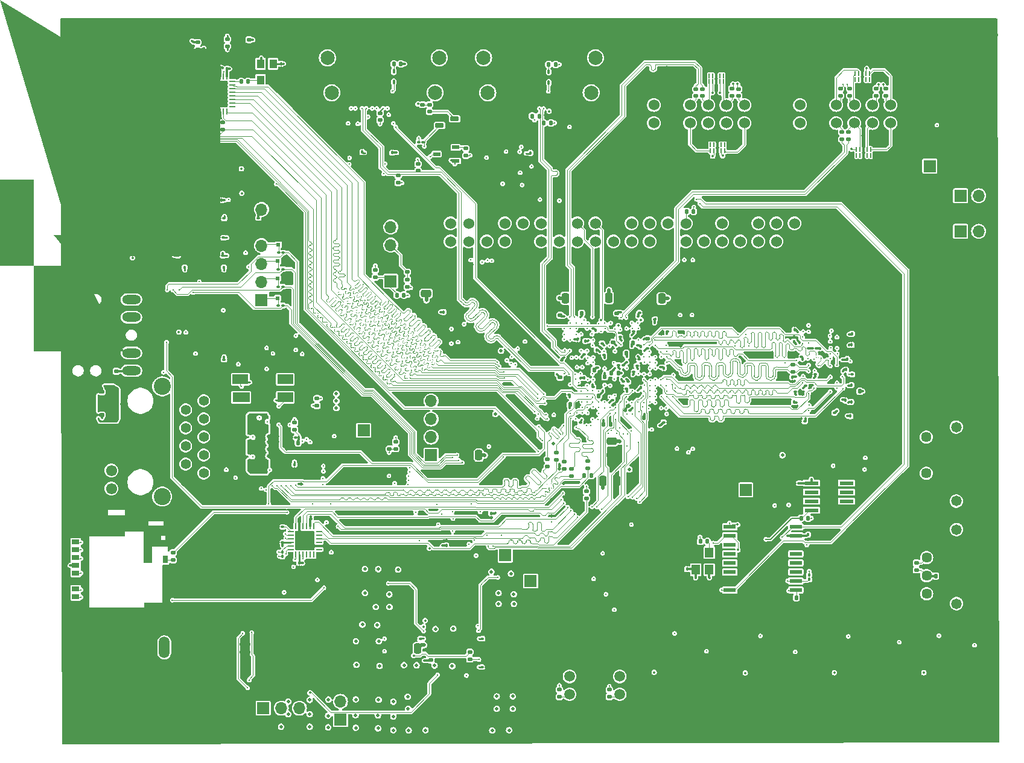
<source format=gbl>
G04 #@! TF.GenerationSoftware,KiCad,Pcbnew,8.0.8*
G04 #@! TF.CreationDate,2025-12-16T16:02:55-05:00*
G04 #@! TF.ProjectId,FPGA-BOARD,46504741-2d42-44f4-9152-442e6b696361,rev?*
G04 #@! TF.SameCoordinates,Original*
G04 #@! TF.FileFunction,Copper,L8,Bot*
G04 #@! TF.FilePolarity,Positive*
%FSLAX46Y46*%
G04 Gerber Fmt 4.6, Leading zero omitted, Abs format (unit mm)*
G04 Created by KiCad (PCBNEW 8.0.8) date 2025-12-16 16:02:55*
%MOMM*%
%LPD*%
G01*
G04 APERTURE LIST*
G04 Aperture macros list*
%AMRoundRect*
0 Rectangle with rounded corners*
0 $1 Rounding radius*
0 $2 $3 $4 $5 $6 $7 $8 $9 X,Y pos of 4 corners*
0 Add a 4 corners polygon primitive as box body*
4,1,4,$2,$3,$4,$5,$6,$7,$8,$9,$2,$3,0*
0 Add four circle primitives for the rounded corners*
1,1,$1+$1,$2,$3*
1,1,$1+$1,$4,$5*
1,1,$1+$1,$6,$7*
1,1,$1+$1,$8,$9*
0 Add four rect primitives between the rounded corners*
20,1,$1+$1,$2,$3,$4,$5,0*
20,1,$1+$1,$4,$5,$6,$7,0*
20,1,$1+$1,$6,$7,$8,$9,0*
20,1,$1+$1,$8,$9,$2,$3,0*%
%AMFreePoly0*
4,1,123,1.203536,0.778536,1.205000,0.775000,1.205000,-0.775000,1.203536,-0.778536,1.200000,-0.780000,0.055000,-0.780000,0.054808,-0.779996,0.028808,-0.778996,0.028617,-0.778985,0.002617,-0.776985,0.002427,-0.776967,-0.023573,-0.773967,-0.023944,-0.773910,-0.049944,-0.768910,-0.050167,-0.768862,-0.075167,-0.762862,-0.075300,-0.762828,-0.101300,-0.755828,-0.101756,-0.755682,-0.125756,-0.746682,
-0.125923,-0.746615,-0.149923,-0.736615,-0.150083,-0.736545,-0.174083,-0.725545,-0.174460,-0.725353,-0.197460,-0.712353,-0.197684,-0.712218,-0.241684,-0.684218,-0.242030,-0.683977,-0.263030,-0.667977,-0.263238,-0.667810,-0.283238,-0.650810,-0.283439,-0.650630,-0.302439,-0.632630,-0.302630,-0.632439,-0.320630,-0.613439,-0.320810,-0.613238,-0.337810,-0.593238,-0.337977,-0.593030,-0.353977,-0.572030,
-0.354218,-0.571684,-0.382218,-0.527684,-0.382353,-0.527460,-0.395353,-0.504460,-0.395545,-0.504083,-0.406545,-0.480083,-0.406615,-0.479923,-0.416615,-0.455923,-0.416682,-0.455756,-0.425682,-0.431756,-0.425828,-0.431300,-0.432828,-0.405300,-0.432862,-0.405167,-0.438862,-0.380167,-0.438910,-0.379944,-0.443910,-0.353944,-0.443967,-0.353573,-0.446967,-0.327573,-0.446985,-0.327383,-0.448985,-0.301383,
-0.448996,-0.301192,-0.449996,-0.275192,-0.450000,-0.275000,-0.450000,0.275000,-0.449996,0.275192,-0.448996,0.301192,-0.448985,0.301383,-0.446985,0.327383,-0.446967,0.327573,-0.443967,0.353573,-0.443910,0.353944,-0.438910,0.379944,-0.438862,0.380167,-0.432862,0.405167,-0.432828,0.405300,-0.425828,0.431300,-0.425682,0.431756,-0.416682,0.455756,-0.416615,0.455923,-0.406615,0.479923,
-0.406545,0.480083,-0.395545,0.504083,-0.395353,0.504460,-0.382353,0.527460,-0.382218,0.527684,-0.354218,0.571684,-0.353977,0.572030,-0.337977,0.593030,-0.337810,0.593238,-0.320810,0.613238,-0.320630,0.613439,-0.302630,0.632439,-0.302439,0.632630,-0.283439,0.650630,-0.283238,0.650810,-0.263238,0.667810,-0.263030,0.667977,-0.242030,0.683977,-0.241684,0.684218,-0.197684,0.712218,
-0.197460,0.712353,-0.174460,0.725353,-0.174083,0.725545,-0.150083,0.736545,-0.149923,0.736615,-0.125923,0.746615,-0.125756,0.746682,-0.101756,0.755682,-0.101300,0.755828,-0.075300,0.762828,-0.075167,0.762862,-0.050167,0.768862,-0.049944,0.768910,-0.023944,0.773910,-0.023573,0.773967,0.002427,0.776967,0.002617,0.776985,0.028617,0.778985,0.028808,0.778996,0.054808,0.779996,
0.055000,0.780000,1.200000,0.780000,1.203536,0.778536,1.203536,0.778536,$1*%
%AMFreePoly1*
4,1,123,-0.054808,0.779996,-0.028808,0.778996,-0.028617,0.778985,-0.002617,0.776985,-0.002427,0.776967,0.023573,0.773967,0.023944,0.773910,0.049944,0.768910,0.050167,0.768862,0.075167,0.762862,0.075300,0.762828,0.101300,0.755828,0.101756,0.755682,0.125756,0.746682,0.125923,0.746615,0.149923,0.736615,0.150083,0.736545,0.174083,0.725545,0.174460,0.725353,0.197460,0.712353,
0.197684,0.712218,0.241684,0.684218,0.242030,0.683977,0.263030,0.667977,0.263238,0.667810,0.283238,0.650810,0.283439,0.650630,0.302439,0.632630,0.302630,0.632439,0.320630,0.613439,0.320810,0.613238,0.337810,0.593238,0.337977,0.593030,0.353977,0.572030,0.354218,0.571684,0.382218,0.527684,0.382353,0.527460,0.395353,0.504460,0.395545,0.504083,0.406545,0.480083,
0.406615,0.479923,0.416615,0.455923,0.416682,0.455756,0.425682,0.431756,0.425828,0.431300,0.432828,0.405300,0.432862,0.405167,0.438862,0.380167,0.438910,0.379944,0.443910,0.353944,0.443967,0.353573,0.446967,0.327573,0.446985,0.327383,0.448985,0.301383,0.448996,0.301192,0.449996,0.275192,0.450000,0.275000,0.450000,-0.275000,0.449996,-0.275192,0.448996,-0.301192,
0.448985,-0.301383,0.446985,-0.327383,0.446967,-0.327573,0.443967,-0.353573,0.443910,-0.353944,0.438910,-0.379944,0.438862,-0.380167,0.432862,-0.405167,0.432828,-0.405300,0.425828,-0.431300,0.425682,-0.431756,0.416682,-0.455756,0.416615,-0.455923,0.406615,-0.479923,0.406545,-0.480083,0.395545,-0.504083,0.395353,-0.504460,0.382353,-0.527460,0.382218,-0.527684,0.354218,-0.571684,
0.353977,-0.572030,0.337977,-0.593030,0.337810,-0.593238,0.320810,-0.613238,0.320630,-0.613439,0.302630,-0.632439,0.302439,-0.632630,0.283439,-0.650630,0.283238,-0.650810,0.263238,-0.667810,0.263030,-0.667977,0.242030,-0.683977,0.241684,-0.684218,0.197684,-0.712218,0.197460,-0.712353,0.174460,-0.725353,0.174083,-0.725545,0.150083,-0.736545,0.149923,-0.736615,0.125923,-0.746615,
0.125756,-0.746682,0.101756,-0.755682,0.101300,-0.755828,0.075300,-0.762828,0.075167,-0.762862,0.050167,-0.768862,0.049944,-0.768910,0.023944,-0.773910,0.023573,-0.773967,-0.002427,-0.776967,-0.002617,-0.776985,-0.028617,-0.778985,-0.028808,-0.778996,-0.054808,-0.779996,-0.055000,-0.780000,-1.200000,-0.780000,-1.203536,-0.778536,-1.205000,-0.775000,-1.205000,0.775000,-1.203536,0.778536,
-1.200000,0.780000,-0.055000,0.780000,-0.054808,0.779996,-0.054808,0.779996,$1*%
G04 Aperture macros list end*
G04 #@! TA.AperFunction,ComponentPad*
%ADD10C,4.400000*%
G04 #@! TD*
G04 #@! TA.AperFunction,ComponentPad*
%ADD11R,1.700000X1.700000*%
G04 #@! TD*
G04 #@! TA.AperFunction,ComponentPad*
%ADD12O,1.700000X1.700000*%
G04 #@! TD*
G04 #@! TA.AperFunction,ComponentPad*
%ADD13C,0.499999*%
G04 #@! TD*
G04 #@! TA.AperFunction,ComponentPad*
%ADD14C,1.524000*%
G04 #@! TD*
G04 #@! TA.AperFunction,ComponentPad*
%ADD15C,1.508000*%
G04 #@! TD*
G04 #@! TA.AperFunction,ComponentPad*
%ADD16C,1.995000*%
G04 #@! TD*
G04 #@! TA.AperFunction,ComponentPad*
%ADD17C,1.400000*%
G04 #@! TD*
G04 #@! TA.AperFunction,ComponentPad*
%ADD18C,1.550000*%
G04 #@! TD*
G04 #@! TA.AperFunction,ComponentPad*
%ADD19C,2.400000*%
G04 #@! TD*
G04 #@! TA.AperFunction,ComponentPad*
%ADD20C,1.447800*%
G04 #@! TD*
G04 #@! TA.AperFunction,ComponentPad*
%ADD21C,1.473200*%
G04 #@! TD*
G04 #@! TA.AperFunction,ComponentPad*
%ADD22O,1.508000X3.016000*%
G04 #@! TD*
G04 #@! TA.AperFunction,ComponentPad*
%ADD23O,3.016000X1.508000*%
G04 #@! TD*
G04 #@! TA.AperFunction,ComponentPad*
%ADD24O,1.308000X2.616000*%
G04 #@! TD*
G04 #@! TA.AperFunction,ComponentPad*
%ADD25O,2.616000X1.308000*%
G04 #@! TD*
G04 #@! TA.AperFunction,ComponentPad*
%ADD26FreePoly0,270.000000*%
G04 #@! TD*
G04 #@! TA.AperFunction,ComponentPad*
%ADD27FreePoly1,270.000000*%
G04 #@! TD*
G04 #@! TA.AperFunction,ComponentPad*
%ADD28O,0.950000X1.300000*%
G04 #@! TD*
G04 #@! TA.AperFunction,ComponentPad*
%ADD29C,0.400000*%
G04 #@! TD*
G04 #@! TA.AperFunction,SMDPad,CuDef*
%ADD30RoundRect,0.140000X0.140000X0.170000X-0.140000X0.170000X-0.140000X-0.170000X0.140000X-0.170000X0*%
G04 #@! TD*
G04 #@! TA.AperFunction,SMDPad,CuDef*
%ADD31RoundRect,0.100000X-0.130000X-0.100000X0.130000X-0.100000X0.130000X0.100000X-0.130000X0.100000X0*%
G04 #@! TD*
G04 #@! TA.AperFunction,SMDPad,CuDef*
%ADD32RoundRect,0.100000X-0.100000X0.130000X-0.100000X-0.130000X0.100000X-0.130000X0.100000X0.130000X0*%
G04 #@! TD*
G04 #@! TA.AperFunction,SMDPad,CuDef*
%ADD33RoundRect,0.140000X-0.170000X0.140000X-0.170000X-0.140000X0.170000X-0.140000X0.170000X0.140000X0*%
G04 #@! TD*
G04 #@! TA.AperFunction,SMDPad,CuDef*
%ADD34RoundRect,0.100000X0.130000X0.100000X-0.130000X0.100000X-0.130000X-0.100000X0.130000X-0.100000X0*%
G04 #@! TD*
G04 #@! TA.AperFunction,SMDPad,CuDef*
%ADD35RoundRect,0.140000X-0.140000X-0.170000X0.140000X-0.170000X0.140000X0.170000X-0.140000X0.170000X0*%
G04 #@! TD*
G04 #@! TA.AperFunction,SMDPad,CuDef*
%ADD36RoundRect,0.100000X0.100000X-0.130000X0.100000X0.130000X-0.100000X0.130000X-0.100000X-0.130000X0*%
G04 #@! TD*
G04 #@! TA.AperFunction,SMDPad,CuDef*
%ADD37RoundRect,0.025000X-0.075000X0.257500X-0.075000X-0.257500X0.075000X-0.257500X0.075000X0.257500X0*%
G04 #@! TD*
G04 #@! TA.AperFunction,SMDPad,CuDef*
%ADD38RoundRect,0.050000X-0.150000X0.232500X-0.150000X-0.232500X0.150000X-0.232500X0.150000X0.232500X0*%
G04 #@! TD*
G04 #@! TA.AperFunction,SMDPad,CuDef*
%ADD39O,0.400000X0.630000*%
G04 #@! TD*
G04 #@! TA.AperFunction,SMDPad,CuDef*
%ADD40RoundRect,0.140000X0.170000X-0.140000X0.170000X0.140000X-0.170000X0.140000X-0.170000X-0.140000X0*%
G04 #@! TD*
G04 #@! TA.AperFunction,SMDPad,CuDef*
%ADD41R,0.600000X0.500000*%
G04 #@! TD*
G04 #@! TA.AperFunction,SMDPad,CuDef*
%ADD42R,2.200000X1.400000*%
G04 #@! TD*
G04 #@! TA.AperFunction,SMDPad,CuDef*
%ADD43R,2.400000X1.400000*%
G04 #@! TD*
G04 #@! TA.AperFunction,SMDPad,CuDef*
%ADD44RoundRect,0.075000X0.540000X0.225000X-0.540000X0.225000X-0.540000X-0.225000X0.540000X-0.225000X0*%
G04 #@! TD*
G04 #@! TA.AperFunction,SMDPad,CuDef*
%ADD45R,1.981200X0.558800*%
G04 #@! TD*
G04 #@! TA.AperFunction,SMDPad,CuDef*
%ADD46R,0.280000X0.850000*%
G04 #@! TD*
G04 #@! TA.AperFunction,SMDPad,CuDef*
%ADD47R,0.850000X0.280000*%
G04 #@! TD*
G04 #@! TA.AperFunction,SMDPad,CuDef*
%ADD48R,2.450000X2.450000*%
G04 #@! TD*
G04 #@! TA.AperFunction,ComponentPad*
%ADD49C,0.508000*%
G04 #@! TD*
G04 #@! TA.AperFunction,SMDPad,CuDef*
%ADD50R,1.765300X0.558800*%
G04 #@! TD*
G04 #@! TA.AperFunction,SMDPad,CuDef*
%ADD51RoundRect,0.250000X-0.475000X0.250000X-0.475000X-0.250000X0.475000X-0.250000X0.475000X0.250000X0*%
G04 #@! TD*
G04 #@! TA.AperFunction,SMDPad,CuDef*
%ADD52RoundRect,0.025000X-0.257500X-0.075000X0.257500X-0.075000X0.257500X0.075000X-0.257500X0.075000X0*%
G04 #@! TD*
G04 #@! TA.AperFunction,SMDPad,CuDef*
%ADD53RoundRect,0.050000X-0.232500X-0.150000X0.232500X-0.150000X0.232500X0.150000X-0.232500X0.150000X0*%
G04 #@! TD*
G04 #@! TA.AperFunction,SMDPad,CuDef*
%ADD54R,1.050000X1.300000*%
G04 #@! TD*
G04 #@! TA.AperFunction,SMDPad,CuDef*
%ADD55R,1.100000X0.700000*%
G04 #@! TD*
G04 #@! TA.AperFunction,SMDPad,CuDef*
%ADD56R,0.930000X0.900000*%
G04 #@! TD*
G04 #@! TA.AperFunction,SMDPad,CuDef*
%ADD57R,0.780000X1.050000*%
G04 #@! TD*
G04 #@! TA.AperFunction,SMDPad,CuDef*
%ADD58R,1.830000X1.140000*%
G04 #@! TD*
G04 #@! TA.AperFunction,SMDPad,CuDef*
%ADD59R,2.800000X0.860000*%
G04 #@! TD*
G04 #@! TA.AperFunction,SMDPad,CuDef*
%ADD60R,3.330000X0.700000*%
G04 #@! TD*
G04 #@! TA.AperFunction,SMDPad,CuDef*
%ADD61RoundRect,0.025000X0.075000X-0.257500X0.075000X0.257500X-0.075000X0.257500X-0.075000X-0.257500X0*%
G04 #@! TD*
G04 #@! TA.AperFunction,SMDPad,CuDef*
%ADD62RoundRect,0.050000X0.150000X-0.232500X0.150000X0.232500X-0.150000X0.232500X-0.150000X-0.232500X0*%
G04 #@! TD*
G04 #@! TA.AperFunction,SMDPad,CuDef*
%ADD63RoundRect,0.250000X-0.250000X-0.475000X0.250000X-0.475000X0.250000X0.475000X-0.250000X0.475000X0*%
G04 #@! TD*
G04 #@! TA.AperFunction,SMDPad,CuDef*
%ADD64R,1.200000X1.400000*%
G04 #@! TD*
G04 #@! TA.AperFunction,SMDPad,CuDef*
%ADD65R,3.450001X3.450001*%
G04 #@! TD*
G04 #@! TA.AperFunction,SMDPad,CuDef*
%ADD66R,1.405349X2.299995*%
G04 #@! TD*
G04 #@! TA.AperFunction,SMDPad,CuDef*
%ADD67RoundRect,0.250000X0.250000X0.475000X-0.250000X0.475000X-0.250000X-0.475000X0.250000X-0.475000X0*%
G04 #@! TD*
G04 #@! TA.AperFunction,SMDPad,CuDef*
%ADD68R,1.028700X0.508000*%
G04 #@! TD*
G04 #@! TA.AperFunction,ViaPad*
%ADD69C,0.250000*%
G04 #@! TD*
G04 #@! TA.AperFunction,ViaPad*
%ADD70C,0.500000*%
G04 #@! TD*
G04 #@! TA.AperFunction,ViaPad*
%ADD71C,0.350000*%
G04 #@! TD*
G04 #@! TA.AperFunction,Conductor*
%ADD72C,0.300000*%
G04 #@! TD*
G04 #@! TA.AperFunction,Conductor*
%ADD73C,0.500000*%
G04 #@! TD*
G04 #@! TA.AperFunction,Conductor*
%ADD74C,0.250000*%
G04 #@! TD*
G04 #@! TA.AperFunction,Conductor*
%ADD75C,0.118400*%
G04 #@! TD*
G04 #@! TA.AperFunction,Conductor*
%ADD76C,0.350000*%
G04 #@! TD*
G04 #@! TA.AperFunction,Conductor*
%ADD77C,0.200000*%
G04 #@! TD*
G04 #@! TA.AperFunction,Conductor*
%ADD78C,0.220000*%
G04 #@! TD*
G04 #@! TA.AperFunction,Conductor*
%ADD79C,0.100000*%
G04 #@! TD*
G04 #@! TA.AperFunction,Conductor*
%ADD80C,0.104400*%
G04 #@! TD*
G04 #@! TA.AperFunction,Conductor*
%ADD81C,0.127000*%
G04 #@! TD*
G04 #@! TA.AperFunction,Conductor*
%ADD82C,0.102900*%
G04 #@! TD*
G04 #@! TA.AperFunction,Conductor*
%ADD83C,0.128000*%
G04 #@! TD*
G04 #@! TA.AperFunction,Conductor*
%ADD84C,0.118000*%
G04 #@! TD*
G04 APERTURE END LIST*
D10*
X202250000Y-147250000D03*
D11*
X135450000Y-123170000D03*
X199325000Y-72675000D03*
D12*
X201865000Y-72675000D03*
D11*
X139000000Y-126800000D03*
D13*
X127925001Y-134325001D03*
X127925001Y-135424999D03*
X129725000Y-136125000D03*
X128625002Y-136125000D03*
X127225000Y-136125000D03*
X126125002Y-136125000D03*
X127925001Y-136825001D03*
X127925001Y-137924999D03*
D10*
X202350000Y-50120000D03*
D11*
X97390000Y-148150000D03*
D14*
X189495100Y-62469573D03*
X186955100Y-62469573D03*
X184415100Y-62469573D03*
X181875100Y-62469573D03*
X179335100Y-62469573D03*
X176795100Y-62469573D03*
X189495100Y-59929573D03*
X186955100Y-59929573D03*
X184415100Y-59929573D03*
X181875100Y-59929573D03*
X179335100Y-59929573D03*
X176795100Y-59929573D03*
D15*
X151510000Y-145210000D03*
X151510000Y-142710000D03*
X151510000Y-140210000D03*
D11*
X199325000Y-77675000D03*
D12*
X201865000Y-77675000D03*
D14*
X127770000Y-79090000D03*
X127770000Y-76550000D03*
X130310000Y-79090000D03*
X130310000Y-76550000D03*
X132850000Y-79090000D03*
X132850000Y-76550000D03*
X135390000Y-79090000D03*
X135390000Y-76550000D03*
X137930000Y-79090000D03*
X137930000Y-76550000D03*
X140470000Y-79090000D03*
X140470000Y-76550000D03*
X143010000Y-79090000D03*
X143010000Y-76550000D03*
X145550000Y-79090000D03*
X145550000Y-76550000D03*
X148090000Y-79090000D03*
X148090000Y-76550000D03*
X150630000Y-79090000D03*
X150630000Y-76550000D03*
X153170000Y-79090000D03*
X153170000Y-76550000D03*
X155710000Y-79090000D03*
X155710000Y-76550000D03*
X158250000Y-79090000D03*
X158250000Y-76550000D03*
X160790000Y-79090000D03*
X160790000Y-76550000D03*
X163330000Y-79090000D03*
X163330000Y-76550000D03*
X165870000Y-79090000D03*
X165870000Y-76550000D03*
X168410000Y-79090000D03*
X168410000Y-76550000D03*
X170950000Y-79090000D03*
X170950000Y-76550000D03*
X173490000Y-79090000D03*
X173490000Y-76550000D03*
X176030000Y-79090000D03*
X176030000Y-76550000D03*
D16*
X147500000Y-58200000D03*
X133000000Y-58200000D03*
X148100000Y-53300000D03*
X132400000Y-53300000D03*
D17*
X93150000Y-101475000D03*
X90610000Y-102745000D03*
X93150000Y-104015000D03*
X90610000Y-105285000D03*
X93150000Y-106555000D03*
X90610000Y-107825000D03*
X93150000Y-109095000D03*
X90610000Y-110365000D03*
X93150000Y-111635000D03*
X90610000Y-112905000D03*
D18*
X80200000Y-100560000D03*
X80200000Y-103100000D03*
X80200000Y-111280000D03*
X80200000Y-113820000D03*
D19*
X87310000Y-99445000D03*
X87310000Y-114935000D03*
D11*
X112325000Y-146250000D03*
D12*
X112325000Y-143710000D03*
D20*
X194570001Y-120960000D03*
X194570001Y-123500000D03*
X194570001Y-126040000D03*
X194570001Y-128580000D03*
D21*
X198770000Y-129970000D03*
X198770000Y-119570000D03*
D11*
X101485000Y-144660000D03*
D12*
X104025000Y-144660000D03*
X106565000Y-144660000D03*
D11*
X115570000Y-105630000D03*
X125035000Y-109110000D03*
D12*
X125035000Y-106570000D03*
X125035000Y-104030000D03*
X125035000Y-101490000D03*
D22*
X87610000Y-136130000D03*
X81610000Y-136130000D03*
D23*
X84610000Y-140830000D03*
D11*
X101240000Y-87300000D03*
D12*
X101240000Y-84760000D03*
X101240000Y-82220000D03*
X101240000Y-79680000D03*
X101240000Y-77140000D03*
X101240000Y-74600000D03*
D24*
X78000000Y-92250000D03*
D25*
X83000000Y-97250000D03*
X83000000Y-87250000D03*
X83000000Y-94750000D03*
X83000000Y-89750000D03*
D11*
X119375000Y-84690000D03*
D12*
X119375000Y-82150000D03*
X119375000Y-79610000D03*
X119375000Y-77070000D03*
D20*
X194522999Y-106563400D03*
X194522999Y-109103400D03*
X194522999Y-111643400D03*
X194522999Y-114183400D03*
D21*
X198722998Y-115573400D03*
X198722998Y-105173400D03*
D14*
X168995100Y-62469573D03*
X166455100Y-62469573D03*
X163915100Y-62469573D03*
X161375100Y-62469573D03*
X158835100Y-62469573D03*
X156295100Y-62469573D03*
X168995100Y-59929573D03*
X166455100Y-59929573D03*
X163915100Y-59929573D03*
X161375100Y-59929573D03*
X158835100Y-59929573D03*
X156295100Y-59929573D03*
D26*
X75630000Y-75550000D03*
D27*
X75630000Y-82550000D03*
D28*
X78330000Y-76550000D03*
X78330000Y-81550000D03*
D16*
X125600000Y-58200000D03*
X111100000Y-58200000D03*
X126200000Y-53300000D03*
X110500000Y-53300000D03*
D10*
X75500000Y-147250000D03*
D29*
X98910000Y-136240000D03*
X99490000Y-136820000D03*
X98330000Y-136820000D03*
X99490000Y-135660000D03*
X98330000Y-135660000D03*
D15*
X144467500Y-145210000D03*
X144467500Y-142710000D03*
X144467500Y-140210000D03*
D10*
X75583274Y-50166726D03*
D11*
X195010000Y-68500000D03*
X169200000Y-114000000D03*
D30*
X99390000Y-56620000D03*
X98390000Y-56620000D03*
D31*
X151570000Y-92510000D03*
X152210000Y-92510000D03*
D32*
X175940000Y-101670000D03*
X175940000Y-102310000D03*
D30*
X153360000Y-93320000D03*
X152360000Y-93320000D03*
D32*
X154450000Y-93895000D03*
X154450000Y-94535000D03*
D30*
X85260000Y-64640000D03*
X84260000Y-64640000D03*
D33*
X163125000Y-57675000D03*
X163125000Y-58675000D03*
D34*
X132870000Y-134900000D03*
X132230000Y-134900000D03*
D32*
X177950000Y-120280000D03*
X177950000Y-120920000D03*
D35*
X144530000Y-102010000D03*
X145530000Y-102010000D03*
D36*
X103990000Y-54755000D03*
X103990000Y-54115000D03*
D34*
X158170000Y-91700000D03*
X157530000Y-91700000D03*
D37*
X184550000Y-55525000D03*
X185050000Y-55525000D03*
D38*
X185550000Y-55525000D03*
D37*
X186050000Y-55525000D03*
X186550000Y-55525000D03*
X186550000Y-56360000D03*
X186050000Y-56360000D03*
D38*
X185550000Y-56360000D03*
D37*
X185050000Y-56360000D03*
X184550000Y-56360000D03*
D32*
X89180000Y-77050000D03*
X89180000Y-77690000D03*
D39*
X141550000Y-55275000D03*
X141550000Y-56775000D03*
D33*
X168200000Y-57675000D03*
X168200000Y-58675000D03*
D35*
X89970000Y-68240000D03*
X90970000Y-68240000D03*
D30*
X147925000Y-97125000D03*
X146925000Y-97125000D03*
D31*
X184135000Y-97770000D03*
X184775000Y-97770000D03*
D34*
X85640000Y-69970000D03*
X85000000Y-69970000D03*
D30*
X149420000Y-98120000D03*
X148420000Y-98120000D03*
D31*
X143405000Y-95800000D03*
X144045000Y-95800000D03*
D37*
X184720000Y-66182500D03*
X185220000Y-66182500D03*
D38*
X185720000Y-66182500D03*
D37*
X186220000Y-66182500D03*
X186720000Y-66182500D03*
X186720000Y-67017500D03*
X186220000Y-67017500D03*
D38*
X185720000Y-67017500D03*
D37*
X185220000Y-67017500D03*
X184720000Y-67017500D03*
D40*
X87390000Y-70720000D03*
X87390000Y-69720000D03*
D41*
X103517500Y-87060000D03*
X104517500Y-87060000D03*
D42*
X104580000Y-100987500D03*
X104580000Y-98447500D03*
X98280000Y-98447500D03*
D43*
X98380000Y-100987500D03*
D44*
X128335000Y-61850000D03*
X128335000Y-63750000D03*
X126215000Y-62800000D03*
D34*
X106080000Y-106620000D03*
X105440000Y-106620000D03*
D33*
X141375000Y-109675000D03*
X141375000Y-110675000D03*
X182475000Y-57600000D03*
X182475000Y-58600000D03*
D36*
X183240000Y-97100000D03*
X183240000Y-96460000D03*
D30*
X185190000Y-100140000D03*
X184190000Y-100140000D03*
D32*
X145600000Y-92820000D03*
X145600000Y-93460000D03*
D36*
X95620000Y-73300000D03*
X95620000Y-72660000D03*
D34*
X104260000Y-85450000D03*
X103620000Y-85450000D03*
D31*
X157660000Y-104490000D03*
X158300000Y-104490000D03*
X103555000Y-119200000D03*
X104195000Y-119200000D03*
D45*
X183323800Y-113035000D03*
X183323800Y-114305000D03*
X183323800Y-115575000D03*
X183323800Y-116845000D03*
X178396200Y-116845000D03*
X178396200Y-115575000D03*
X178396200Y-114305000D03*
X178396200Y-113035000D03*
D46*
X106075000Y-119124937D03*
X106574999Y-119124937D03*
X107075000Y-119124937D03*
X107575000Y-119124937D03*
X108075001Y-119124937D03*
X108575000Y-119124937D03*
D47*
X109300000Y-119849622D03*
X109300000Y-120349748D03*
X109300000Y-120849874D03*
X109300000Y-121350000D03*
X109300000Y-121850126D03*
X109300000Y-122350252D03*
D46*
X108575000Y-123074937D03*
X108075001Y-123074937D03*
X107575000Y-123074937D03*
X107075000Y-123074937D03*
X106574999Y-123074937D03*
X106075000Y-123074937D03*
D47*
X105350000Y-122350252D03*
X105350000Y-121850126D03*
X105350000Y-121350000D03*
X105350000Y-120849874D03*
X105350000Y-120349748D03*
X105350000Y-119849622D03*
D48*
X107325000Y-121099937D03*
D49*
X108112400Y-120312537D03*
X107325000Y-120312537D03*
X106537600Y-120312537D03*
X108112400Y-121099937D03*
X107325000Y-121099937D03*
X106537600Y-121099937D03*
X108112400Y-121887337D03*
X107325000Y-121887337D03*
X106537600Y-121887337D03*
D40*
X109030000Y-102150000D03*
X109030000Y-101150000D03*
D30*
X106370000Y-107370000D03*
X105370000Y-107370000D03*
D34*
X176670000Y-113050000D03*
X176030000Y-113050000D03*
X144420000Y-100610000D03*
X143780000Y-100610000D03*
D35*
X149260000Y-104770000D03*
X150260000Y-104770000D03*
D30*
X196850000Y-126090000D03*
X195850000Y-126090000D03*
D36*
X183430000Y-95600000D03*
X183430000Y-94960000D03*
D34*
X181640000Y-103180000D03*
X181000000Y-103180000D03*
D33*
X144775000Y-111050000D03*
X144775000Y-112050000D03*
D31*
X122885000Y-134900000D03*
X123525000Y-134900000D03*
D40*
X121725000Y-85475000D03*
X121725000Y-84475000D03*
D35*
X146160000Y-89180000D03*
X147160000Y-89180000D03*
D34*
X178980000Y-97790000D03*
X178340000Y-97790000D03*
D33*
X147000000Y-109925000D03*
X147000000Y-110925000D03*
D30*
X121230000Y-86620000D03*
X120230000Y-86620000D03*
D36*
X183890000Y-103630000D03*
X183890000Y-102990000D03*
D50*
X176209150Y-119175000D03*
X176209150Y-120445000D03*
X176209150Y-121715000D03*
X176209150Y-122985000D03*
X176209150Y-124255000D03*
X176209150Y-125525000D03*
X176209150Y-126795000D03*
X176209150Y-128065000D03*
X166950850Y-128065000D03*
X166950850Y-126795000D03*
X166950850Y-125525000D03*
X166950850Y-124255000D03*
X166950850Y-122985000D03*
X166950850Y-121715000D03*
X166950850Y-120445000D03*
X166950850Y-119175000D03*
D51*
X124350000Y-84490000D03*
X124350000Y-86390000D03*
D52*
X84440000Y-60760000D03*
X84440000Y-60260000D03*
D53*
X84440000Y-59760000D03*
D52*
X84440000Y-59260000D03*
X84440000Y-58760000D03*
X85275000Y-58760000D03*
X85275000Y-59260000D03*
D53*
X85275000Y-59760000D03*
D52*
X85275000Y-60260000D03*
X85275000Y-60760000D03*
D35*
X160875000Y-74875000D03*
X161875000Y-74875000D03*
D32*
X126810000Y-88360000D03*
X126810000Y-89000000D03*
D33*
X120400000Y-69825000D03*
X120400000Y-70825000D03*
D54*
X102870000Y-54120000D03*
X102870000Y-56420000D03*
X101120000Y-56420000D03*
X101120000Y-54120000D03*
D34*
X152920000Y-102870000D03*
X152280000Y-102870000D03*
D55*
X75175000Y-121300000D03*
X75175000Y-122400000D03*
X75175000Y-123500000D03*
X75175000Y-124600000D03*
X75175000Y-125700000D03*
X75175000Y-126800000D03*
X75175000Y-127900000D03*
X75175000Y-129000000D03*
D56*
X87640000Y-119510000D03*
D57*
X87715000Y-123775000D03*
D58*
X75190000Y-117420000D03*
D59*
X75675000Y-130080000D03*
D60*
X86440000Y-117200000D03*
X86440000Y-130160000D03*
D32*
X148290000Y-94330000D03*
X148290000Y-94970000D03*
D35*
X86210000Y-64640000D03*
X87210000Y-64640000D03*
D31*
X149320000Y-95070000D03*
X149960000Y-95070000D03*
D34*
X104270000Y-80670000D03*
X103630000Y-80670000D03*
D35*
X141525000Y-54225000D03*
X142525000Y-54225000D03*
D61*
X166220000Y-66350000D03*
X165720000Y-66350000D03*
D62*
X165220000Y-66350000D03*
D61*
X164720000Y-66350000D03*
X164220000Y-66350000D03*
X164220000Y-65515000D03*
X164720000Y-65515000D03*
D62*
X165220000Y-65515000D03*
D61*
X165720000Y-65515000D03*
X166220000Y-65515000D03*
D40*
X129925000Y-67029999D03*
X129925000Y-66029999D03*
X150560000Y-93250000D03*
X150560000Y-92250000D03*
D32*
X89280000Y-79570000D03*
X89280000Y-80210000D03*
D40*
X175840000Y-97390000D03*
X175840000Y-96390000D03*
D39*
X119800000Y-55200000D03*
X119800000Y-56700000D03*
D32*
X94365000Y-54025000D03*
X94365000Y-54665000D03*
D30*
X88215000Y-54650000D03*
X87215000Y-54650000D03*
D31*
X153920000Y-96540000D03*
X154560000Y-96540000D03*
D32*
X93060000Y-76060000D03*
X93060000Y-76700000D03*
D34*
X154250000Y-95650000D03*
X153610000Y-95650000D03*
D33*
X121700000Y-82375000D03*
X121700000Y-83375000D03*
D40*
X92282500Y-52122500D03*
X92282500Y-51122500D03*
X150050000Y-143075000D03*
X150050000Y-142075000D03*
D31*
X150490000Y-101360000D03*
X151130000Y-101360000D03*
D33*
X117875000Y-61050000D03*
X117875000Y-62050000D03*
D35*
X162825000Y-121225000D03*
X163825000Y-121225000D03*
D34*
X104195000Y-121385526D03*
X103555000Y-121385526D03*
D33*
X151100000Y-89175000D03*
X151100000Y-90175000D03*
D31*
X96000000Y-95690000D03*
X96640000Y-95690000D03*
D40*
X78860000Y-103460000D03*
X78860000Y-102460000D03*
D36*
X184040000Y-99270000D03*
X184040000Y-98630000D03*
X184100000Y-92060000D03*
X184100000Y-91420000D03*
D40*
X96447500Y-51652500D03*
X96447500Y-50652500D03*
D30*
X147550000Y-111975000D03*
X146550000Y-111975000D03*
D34*
X152445000Y-99750000D03*
X151805000Y-99750000D03*
D33*
X162175000Y-57675000D03*
X162175000Y-58675000D03*
X188875000Y-57650000D03*
X188875000Y-58650000D03*
D34*
X177460000Y-104350000D03*
X176820000Y-104350000D03*
D40*
X119170000Y-108220000D03*
X119170000Y-107220000D03*
D33*
X146825000Y-114175000D03*
X146825000Y-115175000D03*
D36*
X119583400Y-66620000D03*
X119583400Y-65980000D03*
X95960000Y-82740000D03*
X95960000Y-82100000D03*
D40*
X94870000Y-63000000D03*
X94870000Y-62000000D03*
D31*
X177605000Y-99325000D03*
X178245000Y-99325000D03*
D40*
X182700000Y-64750000D03*
X182700000Y-63750000D03*
D63*
X150000000Y-87000000D03*
X151900000Y-87000000D03*
D40*
X95765000Y-63395000D03*
X95765000Y-62395000D03*
D34*
X132810000Y-138880000D03*
X132170000Y-138880000D03*
D64*
X162175000Y-125200000D03*
X162175000Y-122800000D03*
X164075000Y-122800000D03*
X164075000Y-125200000D03*
D32*
X105860000Y-110430000D03*
X105860000Y-111070000D03*
X96430000Y-54190000D03*
X96430000Y-54830000D03*
D34*
X104260000Y-82980000D03*
X103620000Y-82980000D03*
X152010000Y-96480000D03*
X151370000Y-96480000D03*
D35*
X148530000Y-100810000D03*
X149530000Y-100810000D03*
D33*
X183775000Y-57600000D03*
X183775000Y-58600000D03*
D36*
X184000000Y-101640000D03*
X184000000Y-101000000D03*
D32*
X95415000Y-54055000D03*
X95415000Y-54695000D03*
D30*
X177275000Y-129150000D03*
X176275000Y-129150000D03*
D40*
X125030000Y-137910000D03*
X125030000Y-136910000D03*
D41*
X103477500Y-84270000D03*
X104477500Y-84270000D03*
D63*
X143860000Y-87060000D03*
X145760000Y-87060000D03*
D36*
X175940000Y-93170000D03*
X175940000Y-92530000D03*
D40*
X130490000Y-137760000D03*
X130490000Y-136760000D03*
D31*
X156440000Y-90020000D03*
X157080000Y-90020000D03*
D32*
X106550000Y-124235000D03*
X106550000Y-124875000D03*
D35*
X119800000Y-54150000D03*
X120800000Y-54150000D03*
X154890000Y-103820000D03*
X155890000Y-103820000D03*
D41*
X103500000Y-81870000D03*
X104500000Y-81870000D03*
D31*
X89505000Y-81080000D03*
X90145000Y-81080000D03*
X90325000Y-58650000D03*
X90965000Y-58650000D03*
D47*
X97140440Y-56620000D03*
X97140440Y-57119999D03*
X97140440Y-57619998D03*
X97140440Y-58119999D03*
X97140440Y-58619999D03*
X97140440Y-59120000D03*
X97140440Y-59619999D03*
X97140440Y-60119998D03*
D46*
X96415882Y-60844998D03*
X95915756Y-60844998D03*
X95415630Y-60844998D03*
X94915504Y-60844998D03*
X94415378Y-60844998D03*
X93915252Y-60844998D03*
X93415126Y-60844998D03*
X92915000Y-60844998D03*
D47*
X92190442Y-60119998D03*
X92190442Y-59619999D03*
X92190442Y-59120000D03*
X92190442Y-58619999D03*
X92190442Y-58119999D03*
X92190442Y-57619998D03*
X92190442Y-57119999D03*
X92190442Y-56620000D03*
D46*
X92915000Y-55895000D03*
X93415126Y-55895000D03*
X93915252Y-55895000D03*
X94415378Y-55895000D03*
X94915504Y-55895000D03*
X95415630Y-55895000D03*
X95915756Y-55895000D03*
X96415882Y-55895000D03*
D65*
X94665441Y-58369999D03*
D49*
X95846541Y-59551099D03*
X95846541Y-58763699D03*
X95846541Y-57976299D03*
X95846541Y-57188899D03*
X95059141Y-59551099D03*
X95059141Y-58763699D03*
X95059141Y-57976299D03*
X95059141Y-57188899D03*
X94271741Y-59551099D03*
X94271741Y-58763699D03*
X94271741Y-57976299D03*
X94271741Y-57188899D03*
X93484341Y-59551099D03*
X93484341Y-58763699D03*
X93484341Y-57976299D03*
X93484341Y-57188899D03*
D31*
X153460000Y-91775000D03*
X154100000Y-91775000D03*
D34*
X145970000Y-104550000D03*
X145330000Y-104550000D03*
D63*
X121250000Y-136300000D03*
X123150000Y-136300000D03*
D40*
X143050000Y-143050000D03*
X143050000Y-142050000D03*
D51*
X150400000Y-107175000D03*
X150400000Y-109075000D03*
D33*
X143160000Y-89460000D03*
X143160000Y-90460000D03*
D36*
X127170000Y-121800000D03*
X127170000Y-121160000D03*
D32*
X146500000Y-98280000D03*
X146500000Y-98920000D03*
D31*
X154260000Y-89125000D03*
X154900000Y-89125000D03*
D34*
X104260000Y-88090000D03*
X103620000Y-88090000D03*
D40*
X123200000Y-69175000D03*
X123200000Y-68175000D03*
X117190000Y-84130000D03*
X117190000Y-83130000D03*
D35*
X140850000Y-62450000D03*
X141850000Y-62450000D03*
D36*
X146680000Y-93070000D03*
X146680000Y-92430000D03*
D33*
X167225000Y-57650000D03*
X167225000Y-58650000D03*
D36*
X176030000Y-91520000D03*
X176030000Y-90880000D03*
D40*
X99500000Y-51750000D03*
X99500000Y-50750000D03*
D33*
X143675000Y-110050000D03*
X143675000Y-111050000D03*
D31*
X147800000Y-99540000D03*
X148440000Y-99540000D03*
D34*
X95825000Y-81080000D03*
X95185000Y-81080000D03*
D36*
X183170000Y-101430000D03*
X183170000Y-100790000D03*
D40*
X105890000Y-105540000D03*
X105890000Y-104540000D03*
D32*
X133475000Y-117300000D03*
X133475000Y-117940000D03*
D63*
X157400000Y-87125000D03*
X159300000Y-87125000D03*
D31*
X88980000Y-75810000D03*
X89620000Y-75810000D03*
D32*
X104195000Y-122690526D03*
X104195000Y-123330526D03*
D36*
X154460000Y-99645000D03*
X154460000Y-99005000D03*
D40*
X124800000Y-60875000D03*
X124800000Y-59875000D03*
D30*
X152400000Y-94820000D03*
X151400000Y-94820000D03*
D31*
X100800000Y-75790000D03*
X101440000Y-75790000D03*
D36*
X115390000Y-66520000D03*
X115390000Y-65880000D03*
D33*
X193125000Y-124250000D03*
X193125000Y-125250000D03*
D36*
X138980000Y-66640000D03*
X138980000Y-66000000D03*
D63*
X149150000Y-112725000D03*
X151050000Y-112725000D03*
D34*
X177010000Y-95300000D03*
X176370000Y-95300000D03*
D40*
X155400000Y-92760000D03*
X155400000Y-91760000D03*
D32*
X148100000Y-91575000D03*
X148100000Y-92215000D03*
D45*
X89250600Y-73300000D03*
X89250600Y-72030000D03*
X89250600Y-70760000D03*
X89250600Y-69490000D03*
X93975000Y-69490000D03*
X93975000Y-70760000D03*
X93975000Y-72030000D03*
X93975000Y-73300000D03*
D33*
X187500000Y-57625000D03*
X187500000Y-58625000D03*
D34*
X152670000Y-98810000D03*
X152030000Y-98810000D03*
X96005000Y-75860000D03*
X95365000Y-75860000D03*
D33*
X142600000Y-108775000D03*
X142600000Y-109775000D03*
D36*
X184050000Y-93630000D03*
X184050000Y-92990000D03*
D34*
X123945000Y-65125000D03*
X123305000Y-65125000D03*
D66*
X84830000Y-54500000D03*
X82230556Y-54500000D03*
D36*
X90460000Y-82750000D03*
X90460000Y-82110000D03*
D31*
X176130000Y-100220000D03*
X176770000Y-100220000D03*
D34*
X95910000Y-78570000D03*
X95270000Y-78570000D03*
X149010000Y-93400000D03*
X148370000Y-93400000D03*
D40*
X123825000Y-60875000D03*
X123825000Y-59875000D03*
D32*
X157680000Y-96885000D03*
X157680000Y-97525000D03*
D41*
X103620000Y-79560000D03*
X104620000Y-79560000D03*
D31*
X108160000Y-118090000D03*
X108800000Y-118090000D03*
D30*
X140225000Y-61475000D03*
X139225000Y-61475000D03*
X151300000Y-97600000D03*
X150300000Y-97600000D03*
D33*
X120070000Y-107230000D03*
X120070000Y-108230000D03*
D32*
X178075000Y-125930000D03*
X178075000Y-126570000D03*
D67*
X131730000Y-109110000D03*
X129830000Y-109110000D03*
D68*
X125820300Y-67775000D03*
X125820300Y-66824999D03*
X125820300Y-65874998D03*
X128500000Y-65874998D03*
X128500000Y-67775000D03*
D33*
X88825000Y-122825000D03*
X88825000Y-123825000D03*
D31*
X146530000Y-94950000D03*
X147170000Y-94950000D03*
D61*
X166050000Y-56646250D03*
X165550000Y-56646250D03*
D62*
X165050000Y-56646250D03*
D61*
X164550000Y-56646250D03*
X164050000Y-56646250D03*
X164050000Y-55811250D03*
X164550000Y-55811250D03*
D62*
X165050000Y-55811250D03*
D61*
X165550000Y-55811250D03*
X166050000Y-55811250D03*
D34*
X153470000Y-97430000D03*
X152830000Y-97430000D03*
D30*
X177950000Y-117975000D03*
X176950000Y-117975000D03*
D40*
X80875000Y-97325000D03*
X80875000Y-96325000D03*
D31*
X155380000Y-94090000D03*
X156020000Y-94090000D03*
D34*
X179130000Y-94130000D03*
X178490000Y-94130000D03*
D40*
X78840000Y-101200000D03*
X78840000Y-100200000D03*
X183575000Y-64750000D03*
X183575000Y-63750000D03*
D32*
X175710000Y-98170000D03*
X175710000Y-98810000D03*
D33*
X143150000Y-98200000D03*
X143150000Y-99200000D03*
D36*
X160950000Y-125120000D03*
X160950000Y-124480000D03*
D69*
X183680000Y-100140000D03*
D70*
X116360000Y-62340000D03*
D69*
X91570000Y-57120000D03*
D70*
X135180000Y-95130000D03*
D69*
X149890000Y-129920000D03*
D71*
X185700000Y-67725000D03*
D69*
X166950000Y-127325000D03*
X124300000Y-139550000D03*
X185460000Y-97760000D03*
X148570000Y-95290000D03*
X92600000Y-89410000D03*
D70*
X139270000Y-53690000D03*
X178040000Y-109160000D03*
X137508718Y-74316819D03*
D69*
X95270000Y-78200000D03*
X125790000Y-116690000D03*
X140500000Y-58000000D03*
X94840000Y-63550000D03*
X188950000Y-136126849D03*
D70*
X153410000Y-116187600D03*
D69*
X93000000Y-83090000D03*
X74390000Y-126800000D03*
X103560000Y-118740000D03*
D70*
X112883831Y-56444051D03*
X134142286Y-56533938D03*
X101180000Y-119240000D03*
D69*
X114820000Y-109055800D03*
X150175000Y-96925000D03*
D70*
X93250000Y-78500000D03*
D69*
X74630000Y-80040000D03*
D70*
X120300000Y-109090000D03*
D69*
X137500000Y-58000000D03*
D70*
X94500000Y-78500000D03*
D69*
X149970000Y-100030000D03*
X129870000Y-120110000D03*
D70*
X160200000Y-87061000D03*
D69*
X90320000Y-97660000D03*
D70*
X105850216Y-78084081D03*
D69*
X148680000Y-128720000D03*
X178082500Y-98142500D03*
D70*
X79890000Y-119830000D03*
D69*
X155900000Y-126975000D03*
X165210000Y-64830000D03*
X115030000Y-65880000D03*
D70*
X174490124Y-127504013D03*
D69*
X87330000Y-85940000D03*
X139330000Y-65940000D03*
D70*
X162270000Y-115360000D03*
X103500000Y-107250000D03*
D69*
X100460000Y-102630000D03*
D70*
X102250000Y-106500000D03*
D69*
X175280000Y-94750000D03*
X110485000Y-105040000D03*
X134860000Y-106200000D03*
X150160000Y-104080000D03*
D70*
X174990000Y-91540000D03*
X180210000Y-95320000D03*
X175820000Y-114780000D03*
X151107493Y-114468430D03*
D69*
X115600000Y-57975000D03*
X148575000Y-93775000D03*
X152530000Y-97780000D03*
X160950000Y-124080000D03*
D70*
X145862743Y-83061072D03*
X150501147Y-72380224D03*
X147270000Y-112800000D03*
D69*
X177140000Y-97400000D03*
D70*
X140430000Y-102320000D03*
D69*
X132260000Y-117710000D03*
X122900000Y-135200000D03*
X88780000Y-80050000D03*
D70*
X125360000Y-80410000D03*
D69*
X149400000Y-89725000D03*
D71*
X165225000Y-67100000D03*
D69*
X99360000Y-109340000D03*
D71*
X98000000Y-145140000D03*
D69*
X150180000Y-98540000D03*
D70*
X150390000Y-83890000D03*
D69*
X153275000Y-95225000D03*
D70*
X81666248Y-101879401D03*
X102250000Y-109250000D03*
D69*
X119160000Y-106670000D03*
X165050000Y-54820000D03*
X109925000Y-105800000D03*
X133120000Y-117940000D03*
X117700000Y-128550000D03*
D70*
X139152668Y-94344904D03*
D69*
X135700000Y-128250000D03*
D70*
X98900000Y-75570000D03*
X101156724Y-69535425D03*
X81220000Y-54500000D03*
D69*
X83750000Y-64640000D03*
X108767600Y-127964411D03*
D70*
X160020000Y-91830000D03*
D69*
X145225000Y-126900000D03*
X87690000Y-77550000D03*
X89430000Y-98080000D03*
D70*
X160340000Y-98397000D03*
D69*
X102550000Y-100760000D03*
X163875000Y-136076849D03*
D71*
X104040000Y-141620000D03*
D70*
X177107393Y-81333828D03*
D69*
X95670000Y-72280000D03*
D70*
X168557301Y-108309535D03*
X160070000Y-93730800D03*
X98908254Y-78583740D03*
X75213870Y-119900354D03*
D69*
X100900000Y-139380000D03*
X150030000Y-92900000D03*
D70*
X158096959Y-54674215D03*
X104750000Y-109250000D03*
D69*
X177180000Y-100650000D03*
D70*
X104750000Y-108250000D03*
D69*
X83210000Y-70960000D03*
X123825000Y-61450000D03*
X87670000Y-80560000D03*
X96570000Y-82020000D03*
X92600000Y-94900000D03*
D70*
X158937717Y-68657418D03*
X92274264Y-63207481D03*
D69*
X105860000Y-111450000D03*
D70*
X110486583Y-64296783D03*
D69*
X94030000Y-54020000D03*
X153240000Y-96120000D03*
X178270000Y-120930000D03*
X146875000Y-92050000D03*
D70*
X173674831Y-61507525D03*
X140910000Y-72030000D03*
D69*
X132900000Y-135250000D03*
X134430000Y-140350000D03*
D71*
X89750000Y-143330000D03*
D70*
X185480000Y-57980000D03*
D69*
X114100000Y-57975000D03*
X123420000Y-121080000D03*
D70*
X112490000Y-61120000D03*
X184043025Y-123058647D03*
X192020000Y-126310000D03*
D69*
X183675000Y-91325000D03*
D70*
X91000000Y-78500000D03*
D71*
X83670000Y-76790000D03*
D69*
X159330000Y-95720000D03*
D70*
X78790000Y-107090000D03*
X138740000Y-83880000D03*
D69*
X146925000Y-97675000D03*
X104477500Y-83860000D03*
D70*
X150300000Y-110360000D03*
D69*
X95490000Y-89770000D03*
X142375000Y-128460000D03*
D70*
X130772053Y-82362867D03*
X170655084Y-87720109D03*
X89416817Y-130366912D03*
X143570000Y-88460000D03*
X97680000Y-55370000D03*
D69*
X202400000Y-62725000D03*
X143710000Y-100980000D03*
D70*
X103500000Y-108250000D03*
X104770000Y-107300000D03*
X152990000Y-144110000D03*
D69*
X109900000Y-109850000D03*
X90140000Y-80730000D03*
X96310000Y-112160000D03*
X169725000Y-120590000D03*
X79050000Y-81580000D03*
D70*
X140260000Y-110300000D03*
D69*
X75200000Y-116520000D03*
X121600000Y-57975000D03*
X87240000Y-93430000D03*
X99100000Y-138240000D03*
X143775000Y-99200000D03*
X92850000Y-69490000D03*
D70*
X127930000Y-87060000D03*
D69*
X131240000Y-118400000D03*
D70*
X89840000Y-60840000D03*
D69*
X109180000Y-118080000D03*
X99660000Y-98240000D03*
D70*
X99053291Y-103037115D03*
D71*
X82230000Y-80600000D03*
D70*
X141930000Y-115340000D03*
X94088847Y-120585082D03*
D69*
X156440000Y-94590000D03*
X143475000Y-57975000D03*
X124800000Y-120160000D03*
X183525000Y-102845000D03*
D71*
X96250000Y-148150000D03*
D69*
X136000000Y-58000000D03*
X176950000Y-103950000D03*
D70*
X133050000Y-109880000D03*
X185310000Y-90140000D03*
D69*
X89510000Y-77680000D03*
D70*
X179877086Y-54428864D03*
D69*
X151725000Y-100150000D03*
D70*
X97030000Y-66040000D03*
D69*
X127780000Y-132310000D03*
X147790000Y-103230000D03*
D70*
X165180972Y-63969875D03*
D69*
X137000000Y-139200000D03*
X89630000Y-76230000D03*
X153785000Y-128540000D03*
D70*
X146010646Y-51532020D03*
D69*
X85250000Y-122410000D03*
X128900000Y-122530000D03*
X124475000Y-117450000D03*
D70*
X80750000Y-83540000D03*
D69*
X157275000Y-128750000D03*
X126670000Y-119780000D03*
X142700000Y-105125000D03*
X112490000Y-99500000D03*
X120300000Y-138550000D03*
D70*
X180616509Y-61215162D03*
X127150000Y-101450000D03*
D69*
X129400000Y-52900000D03*
X154900000Y-96970000D03*
X168250000Y-95230000D03*
X89890000Y-95350000D03*
D70*
X129380000Y-51010000D03*
D69*
X152350000Y-93830000D03*
X104620000Y-79170000D03*
X106070000Y-93330000D03*
D70*
X83660000Y-79304400D03*
D69*
X121880000Y-135780000D03*
D70*
X96090000Y-103540000D03*
X179860000Y-100230000D03*
D69*
X97699999Y-76049999D03*
X86440000Y-130820000D03*
X135350000Y-142850000D03*
D70*
X180830000Y-90127000D03*
D69*
X185700000Y-65425000D03*
X130630000Y-119780000D03*
X183615000Y-98525000D03*
D70*
X140380000Y-99250000D03*
D69*
X85330000Y-81210000D03*
X87690000Y-75540000D03*
X130040000Y-118350000D03*
D70*
X151270600Y-85730000D03*
D69*
X185520000Y-57000000D03*
X86140000Y-95380000D03*
D70*
X121552419Y-56990623D03*
X82570000Y-59710000D03*
X106840000Y-113150000D03*
X105320000Y-117800000D03*
D69*
X102440000Y-103280000D03*
X84030000Y-59760000D03*
D70*
X141930000Y-117660000D03*
X122828476Y-70404537D03*
D69*
X82700000Y-75740000D03*
X147074080Y-89649080D03*
X183850000Y-94590000D03*
X75680000Y-130870000D03*
D70*
X165280000Y-68580000D03*
X138240000Y-56950000D03*
D69*
X110012411Y-121850126D03*
D70*
X109680000Y-108160000D03*
D69*
X120200000Y-65850000D03*
X151475000Y-126050000D03*
D70*
X112704056Y-52084494D03*
D69*
X122550000Y-140600000D03*
D70*
X137270000Y-81360000D03*
X164149401Y-54714165D03*
D69*
X175550000Y-113050000D03*
D71*
X93640000Y-145130000D03*
D69*
X104425000Y-95295000D03*
D70*
X79743067Y-92297357D03*
X185560000Y-98900000D03*
X94130000Y-124810000D03*
D69*
X101902500Y-50892500D03*
X183325000Y-116325000D03*
X151925000Y-90575000D03*
X133630000Y-137280000D03*
D70*
X120770423Y-74292468D03*
D69*
X127750000Y-105920000D03*
D70*
X118300000Y-122270000D03*
D69*
X80875000Y-95775000D03*
D70*
X117120423Y-74125511D03*
D69*
X144637500Y-96312500D03*
D70*
X117782714Y-53342923D03*
D69*
X99400000Y-106570000D03*
D70*
X116360000Y-56930000D03*
X98184147Y-120649698D03*
D69*
X146200000Y-99400000D03*
X147675000Y-94450000D03*
D70*
X180030000Y-97910000D03*
X166720000Y-81230000D03*
D69*
X127490000Y-66620000D03*
D70*
X187309900Y-133750664D03*
D69*
X176290000Y-94760000D03*
D70*
X145928000Y-86000000D03*
X160538884Y-101805511D03*
D69*
X121700000Y-81800000D03*
D70*
X129890000Y-107250000D03*
X129899401Y-100523689D03*
X107925751Y-91155847D03*
X129560000Y-95320000D03*
D69*
X176450000Y-90975000D03*
D71*
X121920000Y-137610000D03*
D70*
X96026984Y-108647514D03*
D69*
X152900001Y-105039999D03*
D70*
X79843665Y-87475611D03*
D69*
X100940000Y-103860000D03*
D70*
X92000000Y-77500000D03*
D69*
X97000000Y-95690000D03*
X153960000Y-92310000D03*
X150125000Y-94450000D03*
X121000000Y-146500000D03*
D70*
X94500000Y-79750000D03*
X124390000Y-83650000D03*
D69*
X138320000Y-66130000D03*
D70*
X135290000Y-99070000D03*
D69*
X157310000Y-92170000D03*
D70*
X135120000Y-102240000D03*
D69*
X158850000Y-104090000D03*
D70*
X174920000Y-101830800D03*
D69*
X150010000Y-96180000D03*
X111700000Y-141730000D03*
X89610000Y-80150000D03*
X112935000Y-106970000D03*
X128350000Y-59990000D03*
D70*
X153070000Y-113070000D03*
X126720000Y-89930000D03*
X158910000Y-65960000D03*
D69*
X157380000Y-90440000D03*
X99247500Y-134227500D03*
X79250000Y-80350000D03*
D70*
X102790000Y-115050000D03*
D69*
X148530000Y-99170000D03*
D70*
X124524296Y-51724943D03*
X142288461Y-99231539D03*
D69*
X103747600Y-128337600D03*
X88210000Y-55290000D03*
X148610000Y-97620000D03*
X197107500Y-135706849D03*
X152475000Y-92850000D03*
D70*
X152783593Y-60926408D03*
D69*
X150200000Y-126600000D03*
X150150921Y-95474078D03*
X99700000Y-138260000D03*
X91770000Y-86980000D03*
X137000000Y-132000000D03*
D70*
X136750000Y-62310000D03*
D69*
X183820000Y-135301849D03*
X159560000Y-128690000D03*
X98880000Y-140660000D03*
D70*
X134722330Y-90015585D03*
X143000000Y-111034509D03*
X151075356Y-111695356D03*
D69*
X148360000Y-133450000D03*
D71*
X91060000Y-139010000D03*
D69*
X183620000Y-100925000D03*
X133730000Y-138150000D03*
X171175000Y-135326849D03*
D70*
X163011121Y-126996034D03*
X121980448Y-87670798D03*
D69*
X109900000Y-109130000D03*
D70*
X102250000Y-107250000D03*
D69*
X162160000Y-123730000D03*
X142570000Y-64900000D03*
X104510000Y-81490000D03*
X96800000Y-54190000D03*
X111935000Y-112470000D03*
X97630000Y-112910000D03*
X120650000Y-142850000D03*
X100610000Y-96145000D03*
X111595000Y-105790000D03*
D70*
X91000000Y-79750000D03*
X93250000Y-79750000D03*
D69*
X150900000Y-101725000D03*
X87740000Y-81550000D03*
X127510000Y-122950000D03*
X95470000Y-74280000D03*
X95170000Y-80710000D03*
D70*
X105394826Y-59025387D03*
X93250000Y-81000000D03*
X80960000Y-81610000D03*
X87720000Y-62400000D03*
D69*
X78320000Y-75630000D03*
D70*
X98440000Y-124790000D03*
X102850000Y-112180000D03*
D69*
X152490000Y-102440000D03*
X134925000Y-120375000D03*
X203030000Y-136226849D03*
D70*
X172550000Y-68900000D03*
D69*
X169160000Y-94900000D03*
X96760000Y-138225000D03*
D70*
X141104400Y-61370000D03*
X150300000Y-81320000D03*
D69*
X145400000Y-102475000D03*
X106570000Y-125435526D03*
D70*
X121430000Y-117220000D03*
D69*
X133400000Y-134900000D03*
X151700000Y-95375000D03*
D70*
X140500000Y-81400000D03*
D69*
X117100000Y-57950000D03*
D70*
X124614184Y-56533938D03*
X179670000Y-102200000D03*
D69*
X148600000Y-92225000D03*
X104510000Y-86650000D03*
X85550000Y-77230000D03*
D70*
X196895627Y-133477634D03*
X147988466Y-142562217D03*
X121600000Y-60940000D03*
X80640000Y-79490000D03*
X132920000Y-94500000D03*
D69*
X103020000Y-121385526D03*
X126625000Y-67800000D03*
X88899999Y-82550001D03*
D70*
X120800000Y-111920000D03*
X135500000Y-67450000D03*
D69*
X145275000Y-93725000D03*
X83230000Y-82300000D03*
X153990000Y-99230000D03*
X97540000Y-74270000D03*
X97900000Y-93990000D03*
D70*
X184440000Y-54460000D03*
D69*
X177900000Y-129150000D03*
X151680000Y-99270000D03*
D70*
X143020947Y-84001047D03*
D69*
X187890000Y-109475000D03*
D70*
X103500000Y-106500000D03*
D69*
X86210000Y-97680000D03*
D70*
X86909598Y-112430074D03*
X146320000Y-131260000D03*
X159930000Y-104440000D03*
X192900000Y-112160000D03*
D69*
X95370000Y-75490000D03*
X151950000Y-123975000D03*
X98770000Y-51230000D03*
D70*
X92000000Y-79750000D03*
X160100000Y-61180000D03*
X165130000Y-59060000D03*
X145667183Y-72140523D03*
D69*
X106200000Y-141130000D03*
X95590000Y-82090000D03*
D70*
X174735159Y-98405782D03*
D71*
X94220000Y-130520000D03*
D69*
X98030000Y-134120000D03*
D70*
X184672966Y-94416932D03*
D69*
X154839999Y-92040000D03*
D70*
X96058183Y-106087601D03*
X143610000Y-113050000D03*
X184633016Y-96554263D03*
X92000000Y-78500000D03*
D69*
X97190000Y-92240000D03*
X146575000Y-128600000D03*
X123100000Y-134500000D03*
X157280000Y-97670000D03*
X126360000Y-88370000D03*
X125280000Y-121110000D03*
D70*
X151470000Y-109060000D03*
X92000000Y-81000000D03*
X172363067Y-63667880D03*
X126530000Y-108920000D03*
X143010000Y-56960000D03*
D69*
X87735000Y-64640000D03*
X135000000Y-146450000D03*
X128325000Y-63175000D03*
X86430000Y-117810000D03*
X90810000Y-82120000D03*
X176300000Y-102370000D03*
X181150000Y-102725000D03*
D71*
X97040000Y-134420000D03*
D69*
X133830000Y-140700000D03*
D70*
X112570000Y-107900000D03*
D69*
X176360000Y-136016849D03*
D70*
X159251758Y-117723131D03*
X175540000Y-104350000D03*
D69*
X128080000Y-121080000D03*
X124100000Y-137370000D03*
X86660000Y-90890000D03*
D70*
X91000000Y-81000000D03*
D69*
X176340000Y-92590000D03*
X126010000Y-136880000D03*
D70*
X130670000Y-108680800D03*
D69*
X115790000Y-66040000D03*
D70*
X115480000Y-69430000D03*
X162005649Y-133085229D03*
D69*
X178075000Y-99725000D03*
X142800000Y-92850000D03*
X144910000Y-104860000D03*
D70*
X179250000Y-69180000D03*
D69*
X78840000Y-99710000D03*
D71*
X91650000Y-130550000D03*
D69*
X150975000Y-95350000D03*
D70*
X185098254Y-68095709D03*
X183530000Y-106510000D03*
D69*
X95010000Y-87440000D03*
X116300000Y-132200000D03*
D70*
X146740000Y-118060000D03*
D69*
X119380000Y-132280000D03*
D70*
X112060000Y-95320000D03*
X103500000Y-109250000D03*
D71*
X94690000Y-137960000D03*
D70*
X185666433Y-64207232D03*
D69*
X157330000Y-100080000D03*
D70*
X185820000Y-81260000D03*
D69*
X118575000Y-57975000D03*
D70*
X94440000Y-81000000D03*
D71*
X157450000Y-108220000D03*
D70*
X85140000Y-63330000D03*
D69*
X143730000Y-90540000D03*
D70*
X140031795Y-89936582D03*
D69*
X112590000Y-103830000D03*
X74620000Y-78030000D03*
D70*
X158877792Y-70305360D03*
D69*
X104360000Y-54750000D03*
D70*
X155710000Y-106720000D03*
D69*
X90100000Y-93750000D03*
D70*
X178076017Y-87691785D03*
X102250000Y-108250000D03*
D69*
X85000000Y-70330000D03*
X99650000Y-113820000D03*
X99040000Y-51770000D03*
D70*
X94500000Y-77500000D03*
D69*
X127180000Y-132250000D03*
X89980000Y-58670000D03*
D70*
X130360000Y-103340000D03*
D69*
X185500000Y-54835000D03*
D70*
X158460000Y-85810000D03*
X170614962Y-121018778D03*
D69*
X178170000Y-110600000D03*
X86040000Y-78020000D03*
X169750000Y-123000000D03*
D70*
X174260347Y-133205080D03*
D69*
X183690000Y-90360000D03*
X85830000Y-59750000D03*
X163910000Y-108180000D03*
D71*
X165050000Y-57450000D03*
D70*
X79543316Y-97157954D03*
D69*
X94360000Y-53210000D03*
D70*
X184690000Y-102270000D03*
D69*
X126810000Y-121160000D03*
X126460000Y-65880000D03*
X182780000Y-96520000D03*
D70*
X104800000Y-106550000D03*
X116993516Y-78864537D03*
D69*
X126600000Y-94255000D03*
D70*
X127100000Y-105310000D03*
X98989086Y-115125918D03*
D69*
X78870000Y-103880000D03*
X95750000Y-54050000D03*
X176100000Y-98660000D03*
X82670000Y-77070000D03*
X197290000Y-126090000D03*
X100710000Y-112210000D03*
D70*
X93250000Y-77500000D03*
D69*
X132790000Y-138530000D03*
D70*
X146430122Y-56565734D03*
D69*
X176210000Y-122120000D03*
X153940000Y-94420000D03*
D70*
X144520000Y-115640000D03*
X139830000Y-63100000D03*
D69*
X118350000Y-132150000D03*
X123500000Y-140500000D03*
D70*
X81680000Y-77990000D03*
X179540000Y-91180000D03*
D69*
X153300000Y-100910000D03*
D70*
X98690000Y-130480000D03*
D69*
X182730000Y-100530000D03*
X122200000Y-134950000D03*
D70*
X86550047Y-107205574D03*
D69*
X154975000Y-89600000D03*
X97650000Y-138150000D03*
D70*
X137947283Y-88488777D03*
D69*
X92720000Y-76700000D03*
X106562600Y-118399937D03*
X103570000Y-56410000D03*
D70*
X108790166Y-124188171D03*
X89160441Y-120613406D03*
D69*
X155810000Y-103280000D03*
X135400000Y-131600000D03*
D71*
X95720000Y-139480000D03*
D69*
X183650000Y-92925000D03*
D70*
X91000000Y-77500000D03*
D69*
X159280000Y-135326849D03*
D71*
X120490000Y-136300000D03*
D69*
X75640000Y-74830000D03*
X88290000Y-119510000D03*
D70*
X134190000Y-51590000D03*
X156010000Y-72260000D03*
D69*
X132600000Y-134400000D03*
X139000000Y-58025000D03*
X177910000Y-94070000D03*
X154980000Y-99310000D03*
X169650000Y-93760000D03*
X154900000Y-93610000D03*
X154940000Y-94490000D03*
X168090000Y-92160000D03*
X167710000Y-93750000D03*
X183680000Y-97760000D03*
X150075000Y-101725001D03*
X119140000Y-108760000D03*
D71*
X169119999Y-139706849D03*
D69*
X178080000Y-125420000D03*
X96040000Y-75520000D03*
X91580000Y-58119999D03*
X138360000Y-66730000D03*
X185860000Y-111125000D03*
X151650000Y-89025000D03*
X85660000Y-70320000D03*
D71*
X98490000Y-72310000D03*
D69*
X106070000Y-94330000D03*
X106070000Y-92340000D03*
X102860000Y-94820000D03*
X87480000Y-97470000D03*
D70*
X134850000Y-94450000D03*
D69*
X145975000Y-89725000D03*
X104410000Y-128380000D03*
X97610000Y-112280000D03*
X104350000Y-54100000D03*
X113375000Y-62500000D03*
X95970000Y-83150000D03*
X140300000Y-73200000D03*
X74380000Y-124600000D03*
X107020000Y-124290000D03*
X142700000Y-97750000D03*
D70*
X143020000Y-87020000D03*
X158260000Y-87061000D03*
X150000000Y-85930000D03*
D69*
X123310000Y-64590000D03*
X137810000Y-71160000D03*
X115740000Y-66640000D03*
X90630000Y-91850000D03*
X154160000Y-97670000D03*
D71*
X84370000Y-76050000D03*
D69*
X96010000Y-73300000D03*
X96300000Y-111150000D03*
D70*
X120410000Y-125190000D03*
D69*
X162150000Y-126350000D03*
X181440000Y-110600000D03*
X143682500Y-89592500D03*
X154060000Y-89660000D03*
X101970000Y-96995000D03*
X164100000Y-126350000D03*
X161900000Y-74250000D03*
X178396200Y-112460000D03*
X117875000Y-62600000D03*
X93040000Y-75470000D03*
X97990000Y-96325000D03*
X85140000Y-72480000D03*
D71*
X88100000Y-71440000D03*
D69*
X96420000Y-78550000D03*
D71*
X156339999Y-139626849D03*
D69*
X144500000Y-100975000D03*
X128810000Y-93220000D03*
D70*
X115399575Y-132918213D03*
D69*
X120950000Y-70850000D03*
X175220000Y-116100000D03*
X161650000Y-89400000D03*
X132825000Y-67320000D03*
D71*
X98430000Y-68870000D03*
D69*
X101210000Y-53320000D03*
X90960000Y-58280000D03*
X130600000Y-81700000D03*
D70*
X117486080Y-133003696D03*
X119197319Y-130446627D03*
D69*
X153170000Y-92270000D03*
X113610000Y-67350000D03*
X135550000Y-66450000D03*
D71*
X181629999Y-139666849D03*
X87960000Y-73010000D03*
D69*
X119725000Y-62500000D03*
X147720000Y-99180000D03*
X101880000Y-113970000D03*
D71*
X84480000Y-79970000D03*
D69*
X143675000Y-95350000D03*
D70*
X115761632Y-128462604D03*
D69*
X143050000Y-54225000D03*
X137475000Y-66500000D03*
D70*
X117617168Y-125119572D03*
D69*
X153280000Y-102510000D03*
X121325000Y-54150000D03*
D71*
X194189099Y-139666849D03*
D69*
X91500000Y-68240000D03*
X154890000Y-95270000D03*
D70*
X119176873Y-128674582D03*
D69*
X139550000Y-62050000D03*
X96000000Y-95270000D03*
X105890000Y-104080000D03*
X113550000Y-68225000D03*
X114750000Y-62550000D03*
X178410000Y-117975000D03*
X161770000Y-81680000D03*
X104195000Y-121842537D03*
X150860000Y-91360000D03*
X147107500Y-93017500D03*
D70*
X117280670Y-130433941D03*
D69*
X144475000Y-102525000D03*
X143050000Y-73340000D03*
X90474999Y-83155001D03*
X185970000Y-109470000D03*
X103710000Y-123310000D03*
X123175000Y-67575000D03*
X145975000Y-98350000D03*
X146150000Y-95400000D03*
X145125000Y-92825000D03*
X135075000Y-70980000D03*
X116180000Y-61580000D03*
X119100000Y-61275000D03*
X105742600Y-124814411D03*
X147700000Y-91325000D03*
X106940000Y-94900000D03*
D70*
X115761632Y-125104237D03*
D69*
X137550000Y-69425000D03*
X127875000Y-93425000D03*
X175050000Y-120450000D03*
X154140000Y-92950000D03*
X142400000Y-62425000D03*
X133550000Y-81800000D03*
X117220000Y-82490000D03*
X154960000Y-103320000D03*
X152525000Y-96075000D03*
X149880000Y-106030000D03*
X150310000Y-105590000D03*
X151525000Y-97000000D03*
X151750000Y-98470000D03*
X152475000Y-98425000D03*
X152610991Y-106165909D03*
X151750000Y-97575000D03*
X150850000Y-96925000D03*
X152010991Y-106165909D03*
X118510000Y-136650000D03*
D70*
X128000000Y-138750000D03*
X117680000Y-143480000D03*
X128160000Y-133490000D03*
X114480000Y-147410000D03*
X104000000Y-147250000D03*
X114500000Y-135250000D03*
X108000000Y-145500000D03*
X114568540Y-138556697D03*
X114440000Y-145640000D03*
X110610000Y-147350000D03*
X105000000Y-145500000D03*
X105000000Y-143750000D03*
D69*
X118510000Y-134900000D03*
D70*
X114480000Y-143430000D03*
X117710000Y-135260000D03*
D69*
X100040000Y-50760000D03*
D70*
X117600000Y-147490000D03*
D69*
X124090000Y-137970000D03*
D70*
X117580000Y-145650000D03*
X108000000Y-147250000D03*
X110600000Y-145720000D03*
X108000000Y-143500000D03*
X117810000Y-138730000D03*
X125670000Y-133530000D03*
X123000000Y-138620000D03*
X121240000Y-138610000D03*
X110630000Y-143440000D03*
X125530000Y-138680000D03*
D69*
X132840000Y-120380000D03*
D70*
X119750000Y-145840201D03*
X119750000Y-147750000D03*
D69*
X151750000Y-92990000D03*
D70*
X132570000Y-109160000D03*
D69*
X152480000Y-96880000D03*
X150787500Y-100712500D03*
X150820000Y-94510000D03*
D70*
X121892261Y-147772412D03*
D69*
X130690000Y-115970000D03*
X134100000Y-117200000D03*
D70*
X121750000Y-143050000D03*
X121830000Y-144740000D03*
D69*
X133160000Y-107900000D03*
D70*
X124250000Y-147750000D03*
X142216854Y-107481320D03*
D69*
X130360000Y-121600000D03*
X152500000Y-95325000D03*
X131350000Y-123210000D03*
X150770000Y-98410000D03*
X131930000Y-117090000D03*
X150990000Y-93710000D03*
X152550000Y-100175000D03*
X150700000Y-96175000D03*
D70*
X119750000Y-143750000D03*
D69*
X128350000Y-68225000D03*
X127850000Y-67675000D03*
X101940000Y-94040000D03*
D71*
X124220000Y-132350000D03*
D69*
X128100000Y-118040000D03*
X128070000Y-119780000D03*
X159270000Y-99700000D03*
X157200000Y-96750000D03*
X158140000Y-92100000D03*
X183455000Y-103575000D03*
X185640000Y-100140000D03*
X177140000Y-95690000D03*
X182750000Y-95725000D03*
X182740000Y-101310000D03*
D70*
X136500000Y-144750000D03*
X136500000Y-143000000D03*
D69*
X176260000Y-100640000D03*
X182810000Y-97320000D03*
D70*
X134250000Y-143000000D03*
D69*
X176270000Y-93500000D03*
X183700000Y-92125000D03*
X158040000Y-93690000D03*
X183675000Y-93675000D03*
X176310000Y-101690000D03*
X176525000Y-91850000D03*
X177570000Y-103930000D03*
D70*
X134250000Y-144750000D03*
D69*
X178775000Y-98275000D03*
X157310000Y-102500000D03*
X182000000Y-102875000D03*
X156400000Y-90540000D03*
X169180000Y-92170000D03*
X155810000Y-98630000D03*
X183600000Y-99340000D03*
D70*
X133620000Y-147790000D03*
D69*
X161130000Y-108710000D03*
X177245000Y-99685000D03*
X179640000Y-94160000D03*
X183580000Y-101725000D03*
X157100000Y-104950000D03*
X155700000Y-101620000D03*
D70*
X136000000Y-147750000D03*
D69*
X176270000Y-98060000D03*
D70*
X174340000Y-109120000D03*
D69*
X154880000Y-92840000D03*
X100040000Y-106580000D03*
X109560000Y-101140000D03*
X102060000Y-104400000D03*
D70*
X111750000Y-102500000D03*
X111750000Y-100500000D03*
X111750000Y-101500000D03*
D69*
X99990000Y-109350000D03*
X105870000Y-110020000D03*
D71*
X106490000Y-106580000D03*
D69*
X103660000Y-102230000D03*
X103250000Y-101400000D03*
X98440000Y-99480000D03*
X99610000Y-98870000D03*
X146925000Y-99350000D03*
X142250000Y-103450000D03*
X95760000Y-54700000D03*
X96790000Y-54820000D03*
X110350000Y-118550000D03*
D71*
X124800000Y-122180000D03*
D69*
X126630000Y-121820000D03*
X125840000Y-116000000D03*
X149200000Y-104210000D03*
X146975000Y-101650000D03*
X122875000Y-117175000D03*
X128020000Y-117050000D03*
X120060000Y-106640000D03*
D70*
X134060000Y-103310000D03*
D69*
X126060000Y-118840000D03*
X108150000Y-117760000D03*
X126510000Y-117360000D03*
X93915000Y-61570000D03*
X111030000Y-122750000D03*
X94720000Y-54630000D03*
X111425000Y-106440000D03*
X146160000Y-104120000D03*
D71*
X95520000Y-61800000D03*
D69*
X149350000Y-102500000D03*
X100990000Y-104500000D03*
X100770000Y-110800000D03*
X109900000Y-110625000D03*
X108400000Y-115940000D03*
X107590000Y-106880000D03*
X109925000Y-111375000D03*
X109875000Y-113250000D03*
X109880000Y-112360000D03*
X106960000Y-107130000D03*
X108060000Y-107260000D03*
X154020000Y-100050000D03*
X149140000Y-100000000D03*
D70*
X149160000Y-113790000D03*
D69*
X149390000Y-96930000D03*
X149320000Y-94500000D03*
X150190000Y-99350000D03*
D70*
X134500000Y-128500000D03*
X151540000Y-107200000D03*
D69*
X149380000Y-99240000D03*
X154075000Y-95225000D03*
X148500000Y-96825000D03*
X149375000Y-95425000D03*
X149325000Y-93725000D03*
D70*
X136250000Y-125750000D03*
D69*
X153360000Y-97850000D03*
D70*
X133500000Y-125500000D03*
X134500000Y-130000000D03*
X136641318Y-128648710D03*
D69*
X149380000Y-97620000D03*
D70*
X136661764Y-129998191D03*
D69*
X153187500Y-93887500D03*
X153940000Y-93650000D03*
D70*
X152860000Y-111100000D03*
D69*
X148695000Y-94605000D03*
X154070000Y-96950000D03*
X133720000Y-121910000D03*
X153260000Y-100070000D03*
D71*
X124040000Y-135790000D03*
D69*
X131800000Y-134900000D03*
X131770000Y-138880000D03*
X124015000Y-134875000D03*
X119030000Y-127140000D03*
X123990000Y-133830000D03*
X145730000Y-98900000D03*
D71*
X141600000Y-60810000D03*
D69*
X141500000Y-57975000D03*
X119625000Y-58000000D03*
X120075000Y-63000000D03*
X147025000Y-100050000D03*
X155760000Y-96900000D03*
X181990000Y-92520000D03*
X178750000Y-95610000D03*
X155710000Y-100870000D03*
X156470000Y-101740000D03*
X181200000Y-91640000D03*
X157380000Y-100900000D03*
X182815000Y-99755000D03*
X155710000Y-97730000D03*
X181010000Y-92360000D03*
X159030000Y-97840000D03*
X177240000Y-98010000D03*
X155710000Y-96080000D03*
X182030000Y-94870000D03*
X178755000Y-99705000D03*
X157280000Y-99290000D03*
X156540000Y-96890000D03*
X182010000Y-94070000D03*
X126380000Y-89000000D03*
D70*
X124390000Y-87360000D03*
D69*
X156490000Y-96130000D03*
X177250000Y-91750000D03*
X156460000Y-100910000D03*
X178020000Y-93380000D03*
X155690000Y-94570000D03*
X183870000Y-95930000D03*
X158920000Y-100910000D03*
X178005000Y-100495000D03*
X156490000Y-99320000D03*
X178020000Y-91770000D03*
X178010000Y-96470000D03*
X158080000Y-95320000D03*
X177200000Y-93470000D03*
X156440000Y-92920000D03*
X181050000Y-93140000D03*
X157345000Y-95275000D03*
X158890000Y-99220000D03*
X177200000Y-98960000D03*
X174720000Y-96120000D03*
X177890000Y-95560000D03*
X178880000Y-97250000D03*
X156530000Y-98500000D03*
X181040000Y-100170000D03*
X158080000Y-100890000D03*
X156460000Y-95300000D03*
X177160000Y-92530000D03*
X177990000Y-90880000D03*
X156480000Y-100120000D03*
X158100000Y-98410000D03*
X182760000Y-98100000D03*
X158090000Y-96090000D03*
X177980000Y-97300000D03*
X181100000Y-94050000D03*
X158100000Y-94550000D03*
X181050000Y-98110000D03*
X157300000Y-98510000D03*
X154900000Y-97710000D03*
X181090000Y-94900000D03*
X115325000Y-60400000D03*
X143750000Y-97650000D03*
D71*
X123200000Y-59775000D03*
D69*
X116775000Y-60400000D03*
X146000000Y-97675000D03*
X145300000Y-98450000D03*
X113793714Y-60399974D03*
X145275000Y-97725000D03*
X117425000Y-60400000D03*
X146262500Y-96737500D03*
X118300000Y-60400000D03*
X144575000Y-99200000D03*
X114393714Y-60399974D03*
X145512500Y-96762500D03*
X118900000Y-60400000D03*
X144425000Y-97725000D03*
X115925000Y-60400000D03*
X140825000Y-60425000D03*
X143800000Y-94375000D03*
X130500000Y-66975000D03*
X144460000Y-62990000D03*
X140225000Y-60425000D03*
X144475000Y-94450000D03*
X75900000Y-122425000D03*
X104637600Y-120774937D03*
X75925000Y-121375000D03*
X104612600Y-120174937D03*
X105962600Y-123774937D03*
X75925000Y-128025000D03*
X103670000Y-122700000D03*
X75900000Y-123650000D03*
X107075000Y-123640000D03*
X75925000Y-129050000D03*
X104660000Y-122990000D03*
X75925000Y-125675000D03*
X108500000Y-102150000D03*
X124100000Y-65725000D03*
X143687500Y-92837500D03*
X159530000Y-108180000D03*
X155750000Y-100070000D03*
X161770000Y-108220000D03*
X155700000Y-99370000D03*
X146825000Y-113525000D03*
X147750000Y-102350000D03*
X149412500Y-90562500D03*
D71*
X148900001Y-90100002D03*
D69*
X163670000Y-136646849D03*
X136830000Y-96375000D03*
X176120000Y-136746849D03*
X136230000Y-96260000D03*
X140085290Y-103360290D03*
X190725000Y-135376849D03*
X139937500Y-103987500D03*
X201290000Y-135806849D03*
X143030000Y-141460000D03*
X136350000Y-95300000D03*
X149100000Y-122900000D03*
X147025000Y-96175000D03*
X150750000Y-130825000D03*
X146925000Y-94450000D03*
X146075000Y-100100000D03*
X153150000Y-118875000D03*
X154910000Y-101730000D03*
X173230000Y-116190000D03*
X153170000Y-101750000D03*
X155990000Y-105510000D03*
X175190000Y-128160000D03*
X153100000Y-105670000D03*
X154760000Y-102360000D03*
D71*
X168100000Y-122425000D03*
D69*
X164640000Y-121450000D03*
X166880000Y-118640000D03*
D71*
X168050000Y-118850000D03*
D69*
X109100000Y-126630000D03*
X148970000Y-116710000D03*
X150940000Y-104110000D03*
X88725000Y-129475000D03*
X109992600Y-127739411D03*
X135200000Y-109360000D03*
X102260000Y-115980000D03*
X174300000Y-120650000D03*
X121810000Y-86690000D03*
X162730000Y-73770000D03*
X165780000Y-128040000D03*
X162290000Y-73170000D03*
X122190000Y-85590000D03*
X162760000Y-120610000D03*
X152520000Y-107800000D03*
X154070000Y-101660000D03*
X160000000Y-89420000D03*
X154980000Y-96090000D03*
X129680000Y-90710000D03*
X151650000Y-93600000D03*
X141310000Y-90980000D03*
X147730000Y-100060000D03*
X141975000Y-118525000D03*
X147850000Y-126475000D03*
X147050000Y-95425000D03*
X147750000Y-96100000D03*
X149575000Y-128650000D03*
X151650000Y-89825000D03*
X152400000Y-89775000D03*
D71*
X167388602Y-56977123D03*
X168038602Y-56977123D03*
D69*
X145175000Y-89725000D03*
X144450000Y-89725000D03*
D71*
X187825000Y-57050000D03*
X188475000Y-57050000D03*
D69*
X183425000Y-57054756D03*
X182825000Y-57054756D03*
X129990000Y-140060000D03*
D71*
X108040000Y-142490000D03*
D69*
X125975000Y-139975000D03*
X131600000Y-133100000D03*
D71*
X123980000Y-133200000D03*
D69*
X99880000Y-134020000D03*
X99510000Y-140730000D03*
X99290000Y-141800000D03*
X98630000Y-134140000D03*
X153290000Y-103360000D03*
D71*
X89650000Y-91820000D03*
D69*
X143520000Y-114460000D03*
X92530000Y-84750000D03*
X87910000Y-93250000D03*
X196000000Y-62750000D03*
X131750000Y-137820000D03*
D71*
X122600000Y-137270000D03*
D69*
X127900000Y-91375000D03*
X150100000Y-93750000D03*
X175070000Y-126780000D03*
X172025000Y-120925000D03*
X147025000Y-98475000D03*
X154930000Y-98510000D03*
X154290000Y-115670000D03*
X129410000Y-110150000D03*
X91640000Y-86260000D03*
X128690000Y-109090000D03*
X152690000Y-114960000D03*
X88030000Y-85890000D03*
X152425000Y-100850000D03*
X145437500Y-95362500D03*
X118575000Y-68175000D03*
X144775000Y-95400000D03*
X118375000Y-69600000D03*
X147625000Y-92100000D03*
X137690000Y-65800000D03*
X146925000Y-91300000D03*
X139125000Y-68550000D03*
X122025000Y-110875000D03*
X145320000Y-104050000D03*
X148550000Y-102450000D03*
X122050000Y-111475000D03*
X147450000Y-104910000D03*
X121825000Y-113250000D03*
X119125000Y-112025000D03*
X146950000Y-100850000D03*
X121900000Y-112650000D03*
X146830000Y-104960000D03*
X150175000Y-102450000D03*
X121850000Y-112050000D03*
X150150000Y-103225000D03*
X147620000Y-116360000D03*
X110950000Y-115960000D03*
X140140000Y-105090000D03*
X103640000Y-104840000D03*
X101200000Y-113790000D03*
X133070000Y-121890000D03*
X131130000Y-121060000D03*
X154110000Y-107310000D03*
X151575000Y-91475000D03*
X112000000Y-119100000D03*
X148460000Y-104070000D03*
X104825000Y-117150000D03*
X144675000Y-116925000D03*
X134340000Y-96080000D03*
X146200000Y-101625000D03*
X140840000Y-101240000D03*
X135350000Y-98300000D03*
X139590000Y-103010000D03*
X146980000Y-103190000D03*
X94880000Y-55210000D03*
X93460000Y-62060000D03*
X144575000Y-91350000D03*
X155650000Y-95310000D03*
X181050000Y-95510000D03*
X103425000Y-113400000D03*
X157240000Y-94590000D03*
X176340000Y-95780000D03*
X140060000Y-108580000D03*
X154220000Y-103010000D03*
X103320000Y-71010000D03*
X151060000Y-106050000D03*
X141375000Y-104025000D03*
X148550000Y-103225000D03*
X93980000Y-62360000D03*
X95940000Y-55290000D03*
X149450000Y-91350000D03*
X159200000Y-134151849D03*
X147800000Y-95375000D03*
X102775000Y-113400000D03*
X105350000Y-113375000D03*
X146075000Y-92100000D03*
X132212500Y-81987500D03*
X124900000Y-67150000D03*
X143750000Y-92125000D03*
X146100000Y-94450000D03*
X171250000Y-134501849D03*
X134580000Y-96630000D03*
X140630000Y-107050000D03*
X146925000Y-102400000D03*
X140840000Y-100520000D03*
X141000000Y-101825000D03*
X146237500Y-102387500D03*
X93870000Y-55030000D03*
X95440000Y-63960000D03*
X135250000Y-97410000D03*
X140000000Y-101130000D03*
X146232500Y-103142500D03*
X148540000Y-100160000D03*
X143320000Y-115350000D03*
X158080000Y-103320000D03*
X178040000Y-102820000D03*
X158060000Y-102500000D03*
X178090000Y-102090000D03*
X139960000Y-100530000D03*
X150100000Y-100930000D03*
X137170000Y-94140000D03*
X138200000Y-93150000D03*
X196300000Y-134476849D03*
X147750000Y-92950000D03*
X181970000Y-96450000D03*
X155680000Y-93650000D03*
X149350000Y-101650000D03*
X145150000Y-117425000D03*
X144600000Y-103225000D03*
X141175000Y-103450000D03*
X105210000Y-104860000D03*
X152470000Y-101630000D03*
X119930000Y-113050000D03*
X151470000Y-105280000D03*
X145575000Y-117850000D03*
X181070000Y-96580000D03*
X156480000Y-93690000D03*
X147725000Y-93700000D03*
X183575000Y-134576849D03*
X104725000Y-113450000D03*
X150030000Y-141560000D03*
X135680000Y-95790000D03*
X104050000Y-113400000D03*
X144200000Y-116450000D03*
X145475000Y-103175000D03*
X148550000Y-101650000D03*
X102430000Y-111180000D03*
X148310000Y-116410000D03*
X150940000Y-103180000D03*
X147670000Y-104070000D03*
X143620000Y-115870000D03*
X158025000Y-99385000D03*
X181960000Y-99700000D03*
X106000000Y-113300000D03*
X158070000Y-100110000D03*
X182010000Y-98960000D03*
X134440000Y-126290000D03*
X131700000Y-133750000D03*
X147775000Y-98475000D03*
X177750000Y-121725000D03*
X147675000Y-97700000D03*
X120200000Y-66625000D03*
X144575000Y-90550000D03*
X153275000Y-91300000D03*
X154100000Y-91300000D03*
X153225000Y-90525000D03*
X154050000Y-90550000D03*
D71*
X154506802Y-90101867D03*
D69*
X145400000Y-90550000D03*
X132950000Y-81775000D03*
X143725000Y-91300000D03*
D71*
X151300001Y-90900002D03*
D69*
X145375000Y-91325000D03*
X150250000Y-90550000D03*
X146200000Y-90625000D03*
X148575000Y-90650000D03*
X147025000Y-90600000D03*
X146500000Y-90100000D03*
X147675000Y-89700000D03*
X160575000Y-81675000D03*
X152475000Y-91325000D03*
X148900001Y-91700001D03*
X95885000Y-88750000D03*
X145375000Y-92150000D03*
X91980000Y-94840000D03*
X144525000Y-92900000D03*
X91230000Y-57620000D03*
X86500000Y-56820000D03*
X87200000Y-55290000D03*
D71*
X91492500Y-50912500D03*
D70*
X86090000Y-55230000D03*
D69*
X85230000Y-65290000D03*
X86200000Y-65240000D03*
X96432500Y-50200000D03*
D71*
X93142500Y-51937500D03*
D69*
X96440000Y-52180000D03*
D71*
X89229458Y-59343487D03*
D69*
X83640000Y-60230000D03*
D71*
X89229458Y-59993487D03*
D69*
X86140000Y-60940000D03*
D71*
X184050000Y-66125000D03*
X186150000Y-54775000D03*
X165950000Y-67050000D03*
X165575000Y-58200000D03*
X164525000Y-58175000D03*
X164550000Y-67100000D03*
X83140000Y-81390000D03*
X80860000Y-76420000D03*
D69*
X96610000Y-73240000D03*
X89500000Y-80740000D03*
X96430000Y-81060000D03*
X95825000Y-80730000D03*
X88960000Y-81060000D03*
X88980000Y-75390000D03*
X88860000Y-79450000D03*
X91010000Y-73860000D03*
X89050000Y-71520000D03*
X90660000Y-73370000D03*
X89090000Y-72820000D03*
X89680000Y-74020000D03*
X128900000Y-109830000D03*
X153870000Y-115170000D03*
X88850000Y-85910000D03*
X154870000Y-100120000D03*
X154810000Y-100780000D03*
X153290000Y-115010000D03*
X89680000Y-85940000D03*
X128040000Y-109450000D03*
X99010000Y-80670000D03*
X155570000Y-102600000D03*
X152510000Y-103340000D03*
X99420000Y-82650000D03*
X147725000Y-101650000D03*
X147670000Y-100940000D03*
X144615000Y-103975000D03*
X150940000Y-102450000D03*
X145410000Y-105240000D03*
X143637500Y-104987500D03*
D71*
X91390000Y-60270000D03*
D69*
X88780000Y-77050000D03*
D72*
X126600000Y-67775000D02*
X126625000Y-67800000D01*
X176820000Y-104350000D02*
X176820000Y-104080000D01*
D73*
X159300000Y-87125000D02*
X160136000Y-87125000D01*
D72*
X148530000Y-99170000D02*
X148530000Y-99450000D01*
D74*
X89500000Y-77690000D02*
X89510000Y-77680000D01*
D72*
X86440000Y-117200000D02*
X86440000Y-117800000D01*
D74*
X93060000Y-76700000D02*
X92720000Y-76700000D01*
D72*
X149970000Y-100030000D02*
X149970000Y-100370000D01*
X89980000Y-58670000D02*
X90305000Y-58670000D01*
D75*
X119160000Y-107210000D02*
X119170000Y-107220000D01*
D72*
X176000000Y-92590000D02*
X175940000Y-92530000D01*
X75190000Y-116530000D02*
X75200000Y-116520000D01*
X143710000Y-100680000D02*
X143780000Y-100610000D01*
X176209150Y-122119150D02*
X176210000Y-122120000D01*
X87735000Y-64640000D02*
X87210000Y-64640000D01*
X146500000Y-99100000D02*
X146500000Y-98920000D01*
X184930000Y-97760000D02*
X185460000Y-97760000D01*
D73*
X151900000Y-86359400D02*
X151270600Y-85730000D01*
D72*
X158780000Y-104090000D02*
X158270000Y-104600000D01*
X103555000Y-121385526D02*
X103020000Y-121385526D01*
X145275000Y-93725000D02*
X145335000Y-93725000D01*
X183323800Y-116326200D02*
X183325000Y-116325000D01*
X122885000Y-134900000D02*
X122885000Y-135185000D01*
X178245000Y-99555000D02*
X178245000Y-99325000D01*
X157310000Y-92170000D02*
X157540000Y-91940000D01*
D74*
X104840000Y-107370000D02*
X104770000Y-107300000D01*
D76*
X88215000Y-54650000D02*
X88215000Y-55285000D01*
D72*
X129830000Y-109110000D02*
X130090000Y-109110000D01*
X176370000Y-94840000D02*
X176370000Y-95300000D01*
X181150000Y-102725000D02*
X181000000Y-102875000D01*
X153960000Y-92310000D02*
X153990000Y-92310000D01*
X157280000Y-97670000D02*
X157535000Y-97670000D01*
D73*
X150400000Y-109075000D02*
X151455000Y-109075000D01*
D72*
X145335000Y-93725000D02*
X145600000Y-93460000D01*
X106560000Y-124950000D02*
X106570000Y-124960000D01*
D75*
X103555000Y-118745000D02*
X103560000Y-118740000D01*
D72*
X148530000Y-99450000D02*
X148440000Y-99540000D01*
X160950000Y-124480000D02*
X160950000Y-124080000D01*
X143730000Y-90540000D02*
X143240000Y-90540000D01*
X183695000Y-101000000D02*
X183620000Y-100925000D01*
D73*
X151050000Y-112725000D02*
X151050000Y-111720712D01*
D72*
X157540000Y-91665000D02*
X157555000Y-91650000D01*
X91570001Y-57119999D02*
X91570000Y-57120000D01*
X121700000Y-82375000D02*
X121700000Y-81800000D01*
X148200000Y-94880000D02*
X148200000Y-94870000D01*
D74*
X138980000Y-66000000D02*
X139270000Y-66000000D01*
D72*
X151925000Y-90575000D02*
X151925000Y-90525000D01*
X150150921Y-95474078D02*
X150150921Y-95260921D01*
X165225000Y-66360000D02*
X165225000Y-67100000D01*
D74*
X90460000Y-82110000D02*
X90800000Y-82110000D01*
D72*
X151725000Y-100150000D02*
X151725000Y-99830000D01*
X78860000Y-103870000D02*
X78860000Y-103460000D01*
X183680000Y-100140000D02*
X184310000Y-100140000D01*
X185700000Y-66157500D02*
X185700000Y-65425000D01*
X184005000Y-91325000D02*
X184100000Y-91420000D01*
X92850000Y-69490000D02*
X93975000Y-69490000D01*
X92190442Y-57119999D02*
X91570001Y-57119999D01*
X183323800Y-116845000D02*
X183323800Y-116326200D01*
X197290000Y-126090000D02*
X196850000Y-126090000D01*
X157540000Y-91940000D02*
X157540000Y-91665000D01*
X175950000Y-98810000D02*
X175710000Y-98810000D01*
X125030000Y-136910000D02*
X125070000Y-136870000D01*
X150160000Y-104670000D02*
X150260000Y-104770000D01*
X176100000Y-98660000D02*
X175950000Y-98810000D01*
D74*
X115390000Y-65880000D02*
X115030000Y-65880000D01*
D72*
X154900000Y-96880000D02*
X154560000Y-96540000D01*
X159375000Y-87050000D02*
X159300000Y-87125000D01*
D74*
X89550000Y-80210000D02*
X89610000Y-80150000D01*
D72*
X94360000Y-54020000D02*
X94365000Y-54025000D01*
X181000000Y-102875000D02*
X181000000Y-103180000D01*
D74*
X145020000Y-104860000D02*
X145330000Y-104550000D01*
D72*
X165050000Y-55811250D02*
X165050000Y-56646250D01*
X106574999Y-119124937D02*
X106574999Y-118412336D01*
X154975000Y-89200000D02*
X154900000Y-89125000D01*
X101440000Y-76940000D02*
X101240000Y-77140000D01*
D74*
X132870000Y-135220000D02*
X132900000Y-135250000D01*
D72*
X125820300Y-67775000D02*
X126600000Y-67775000D01*
X148570000Y-95250000D02*
X148290000Y-94970000D01*
X155810000Y-103280000D02*
X155810000Y-103740000D01*
D74*
X125820300Y-65874998D02*
X126454998Y-65874998D01*
D72*
X152350000Y-93830000D02*
X152350000Y-93330000D01*
X75675000Y-130865000D02*
X75680000Y-130870000D01*
X151175000Y-90250000D02*
X151100000Y-90175000D01*
D77*
X104870000Y-106620000D02*
X104800000Y-106550000D01*
D74*
X94840000Y-63550000D02*
X94840000Y-63030000D01*
X95185000Y-81080000D02*
X95185000Y-80725000D01*
D73*
X145760000Y-86168000D02*
X145928000Y-86000000D01*
D72*
X75190000Y-117420000D02*
X75190000Y-116530000D01*
X146875000Y-92050000D02*
X146875000Y-92235000D01*
X178075000Y-99725000D02*
X178245000Y-99555000D01*
X144637500Y-96312500D02*
X144125000Y-95800000D01*
D74*
X109300000Y-121850126D02*
X110012411Y-121850126D01*
D72*
X126800000Y-88370000D02*
X126360000Y-88370000D01*
X185550000Y-56360000D02*
X185550000Y-56970000D01*
X155810000Y-103740000D02*
X155890000Y-103820000D01*
D74*
X132810000Y-138880000D02*
X132810000Y-138550000D01*
D72*
X147670000Y-94450000D02*
X147170000Y-94950000D01*
X176300000Y-102370000D02*
X175920000Y-102370000D01*
X145400000Y-102475000D02*
X145400000Y-102140000D01*
X119583400Y-65980000D02*
X120070000Y-65980000D01*
X166950850Y-127324150D02*
X166950000Y-127325000D01*
X96640000Y-95690000D02*
X97000000Y-95690000D01*
X152490000Y-102440000D02*
X152280000Y-102650000D01*
X125070000Y-136870000D02*
X126040000Y-136870000D01*
X95745000Y-54055000D02*
X95750000Y-54050000D01*
X176209150Y-121715000D02*
X176209150Y-122119150D01*
X154975000Y-89600000D02*
X154975000Y-89200000D01*
X123825000Y-61450000D02*
X123825000Y-60875000D01*
X182730000Y-100530000D02*
X182910000Y-100530000D01*
D74*
X85000000Y-69970000D02*
X85000000Y-70330000D01*
D72*
X86440000Y-117800000D02*
X86430000Y-117810000D01*
X153275000Y-95315000D02*
X153610000Y-95650000D01*
D75*
X177275000Y-129150000D02*
X177900000Y-129150000D01*
D72*
X150160000Y-104080000D02*
X150160000Y-104670000D01*
D74*
X103990000Y-54755000D02*
X104355000Y-54755000D01*
D72*
X120070000Y-65980000D02*
X120200000Y-65850000D01*
X153940000Y-94420000D02*
X154335000Y-94420000D01*
D75*
X104477500Y-83860000D02*
X104477500Y-84270000D01*
D74*
X132810000Y-138550000D02*
X132790000Y-138530000D01*
D72*
X152280000Y-102650000D02*
X152280000Y-102870000D01*
X162175000Y-122800000D02*
X162175000Y-123715000D01*
X95415000Y-54055000D02*
X95745000Y-54055000D01*
D73*
X151050000Y-111720712D02*
X151075356Y-111695356D01*
D72*
X183850000Y-94590000D02*
X183800000Y-94590000D01*
X145400000Y-102140000D02*
X145575000Y-101965000D01*
X183675000Y-91325000D02*
X184005000Y-91325000D01*
D74*
X89180000Y-77690000D02*
X89500000Y-77690000D01*
D72*
X165225000Y-65525000D02*
X165225000Y-64845000D01*
D75*
X104520000Y-86660000D02*
X104520000Y-87070000D01*
D72*
X152350000Y-93330000D02*
X152360000Y-93320000D01*
D75*
X104510000Y-81860000D02*
X104500000Y-81870000D01*
D72*
X153990000Y-99230000D02*
X154215000Y-99005000D01*
X152200000Y-92575000D02*
X152475000Y-92850000D01*
X183525000Y-102845000D02*
X183670000Y-102990000D01*
X154839999Y-92040000D02*
X155149999Y-91730000D01*
X154900000Y-96970000D02*
X154900000Y-96880000D01*
X183720000Y-98630000D02*
X184040000Y-98630000D01*
D73*
X124350000Y-84490000D02*
X124390000Y-84450000D01*
D72*
X80875000Y-96325000D02*
X80875000Y-95775000D01*
X150932746Y-101725000D02*
X151130000Y-101527746D01*
X88290000Y-119510000D02*
X87640000Y-119510000D01*
X165050000Y-56646250D02*
X165050000Y-57450000D01*
X184000000Y-101000000D02*
X183695000Y-101000000D01*
X157535000Y-97670000D02*
X157680000Y-97525000D01*
X151130000Y-101527746D02*
X151130000Y-101360000D01*
D73*
X151455000Y-109075000D02*
X151470000Y-109060000D01*
D72*
X144125000Y-95800000D02*
X144045000Y-95800000D01*
X147160000Y-89563160D02*
X147160000Y-89180000D01*
X176290000Y-94760000D02*
X176370000Y-94840000D01*
X151700000Y-95375000D02*
X151700000Y-95120000D01*
X95670000Y-72280000D02*
X95670000Y-72610000D01*
X106570000Y-124960000D02*
X106570000Y-125435526D01*
X148410000Y-98130000D02*
X148410000Y-98180000D01*
X157080000Y-90140000D02*
X157080000Y-90020000D01*
X85820000Y-59740000D02*
X85830000Y-59750000D01*
X182780000Y-96520000D02*
X183180000Y-96520000D01*
D76*
X84260000Y-64640000D02*
X83750000Y-64640000D01*
D74*
X94840000Y-63030000D02*
X94870000Y-63000000D01*
D72*
X143710000Y-100980000D02*
X143710000Y-100680000D01*
X151700000Y-95120000D02*
X151400000Y-94820000D01*
X185525000Y-55550000D02*
X185550000Y-55525000D01*
X150030000Y-92900000D02*
X150030000Y-92780000D01*
X146200000Y-99400000D02*
X146500000Y-99100000D01*
X143240000Y-90540000D02*
X143160000Y-90460000D01*
X165225000Y-64845000D02*
X165210000Y-64830000D01*
D73*
X129830000Y-109110000D02*
X130240800Y-109110000D01*
D72*
X86440000Y-130820000D02*
X86440000Y-130160000D01*
D74*
X144910000Y-104860000D02*
X145020000Y-104860000D01*
X95960000Y-82100000D02*
X95600000Y-82100000D01*
D72*
X183650000Y-92925000D02*
X183715000Y-92990000D01*
X158850000Y-104090000D02*
X158780000Y-104090000D01*
D74*
X90800000Y-82110000D02*
X90810000Y-82120000D01*
D72*
X183180000Y-96520000D02*
X183240000Y-96460000D01*
D78*
X105860000Y-111070000D02*
X105860000Y-111450000D01*
D74*
X99060000Y-51750000D02*
X99040000Y-51770000D01*
X105370000Y-107370000D02*
X104840000Y-107370000D01*
D72*
X146925000Y-97675000D02*
X146925000Y-97125000D01*
X94030000Y-54020000D02*
X94360000Y-54020000D01*
X151650000Y-90250000D02*
X151175000Y-90250000D01*
X148610000Y-97620000D02*
X148610000Y-97930000D01*
X101440000Y-75790000D02*
X101440000Y-76940000D01*
X176340000Y-92590000D02*
X176000000Y-92590000D01*
X183715000Y-92990000D02*
X184050000Y-92990000D01*
X128335000Y-63185000D02*
X128325000Y-63175000D01*
D74*
X95365000Y-75860000D02*
X95365000Y-75495000D01*
D72*
X90305000Y-58670000D02*
X90325000Y-58650000D01*
X176450000Y-90975000D02*
X176355000Y-90880000D01*
X154100000Y-92200000D02*
X154100000Y-91775000D01*
D75*
X104620000Y-79560000D02*
X104620000Y-79170000D01*
D72*
X183615000Y-98525000D02*
X183720000Y-98630000D01*
X185700000Y-66992500D02*
X185700000Y-67725000D01*
X183800000Y-94590000D02*
X183430000Y-94960000D01*
D76*
X88215000Y-55285000D02*
X88210000Y-55290000D01*
D72*
X185550000Y-55525000D02*
X185550000Y-54885000D01*
X133120000Y-117940000D02*
X133475000Y-117940000D01*
X154215000Y-99005000D02*
X154460000Y-99005000D01*
X176355000Y-90880000D02*
X176030000Y-90880000D01*
X148575000Y-93775000D02*
X148370000Y-93570000D01*
X147074080Y-89649080D02*
X147160000Y-89563160D01*
X126810000Y-88360000D02*
X126800000Y-88370000D01*
D73*
X82230556Y-54500000D02*
X81220000Y-54500000D01*
D72*
X166950850Y-126795000D02*
X166950850Y-127324150D01*
D73*
X130240800Y-109110000D02*
X130670000Y-108680800D01*
D72*
X156440000Y-94590000D02*
X156440000Y-94510000D01*
X106574999Y-118412336D02*
X106562600Y-118399937D01*
X185550000Y-56970000D02*
X185520000Y-57000000D01*
X178082500Y-98142500D02*
X178380000Y-97845000D01*
D74*
X89280000Y-80210000D02*
X89550000Y-80210000D01*
D72*
X122885000Y-135185000D02*
X122900000Y-135200000D01*
X145575000Y-101965000D02*
X145575000Y-101925000D01*
D74*
X132870000Y-134900000D02*
X132870000Y-135220000D01*
D72*
X155149999Y-91730000D02*
X155490000Y-91730000D01*
X153990000Y-92310000D02*
X154100000Y-92200000D01*
D75*
X103555000Y-119200000D02*
X103555000Y-118745000D01*
D72*
X75675000Y-130080000D02*
X75675000Y-130865000D01*
X148370000Y-93570000D02*
X148370000Y-93400000D01*
D74*
X126454998Y-65874998D02*
X126460000Y-65880000D01*
D77*
X105440000Y-106620000D02*
X104870000Y-106620000D01*
D72*
X177950000Y-120920000D02*
X178260000Y-120920000D01*
X183670000Y-102990000D02*
X183890000Y-102990000D01*
D74*
X95270000Y-78570000D02*
X95270000Y-78200000D01*
D72*
X78870000Y-103880000D02*
X78860000Y-103870000D01*
X148110000Y-92225000D02*
X148100000Y-92215000D01*
X156440000Y-94510000D02*
X156020000Y-94090000D01*
D74*
X99500000Y-51750000D02*
X99060000Y-51750000D01*
X102870000Y-56420000D02*
X103560000Y-56420000D01*
D72*
X177180000Y-100650000D02*
X177180000Y-100630000D01*
D75*
X104510000Y-81490000D02*
X104510000Y-81860000D01*
D74*
X95600000Y-82100000D02*
X95590000Y-82090000D01*
D73*
X121250000Y-136300000D02*
X120490000Y-136300000D01*
D74*
X95185000Y-80725000D02*
X95170000Y-80710000D01*
D72*
X85265000Y-59740000D02*
X85820000Y-59740000D01*
X152840000Y-97470000D02*
X152530000Y-97780000D01*
X148600000Y-92225000D02*
X148110000Y-92225000D01*
X154335000Y-94420000D02*
X154450000Y-94535000D01*
D74*
X139270000Y-66000000D02*
X139330000Y-65940000D01*
D72*
X143775000Y-99200000D02*
X143150000Y-99200000D01*
X150900000Y-101725000D02*
X150932746Y-101725000D01*
D73*
X160136000Y-87125000D02*
X160200000Y-87061000D01*
D72*
X95670000Y-72610000D02*
X95620000Y-72660000D01*
X182910000Y-100530000D02*
X183170000Y-100790000D01*
X157380000Y-90440000D02*
X157080000Y-90140000D01*
D75*
X104510000Y-86650000D02*
X104520000Y-86660000D01*
D72*
X75175000Y-126800000D02*
X74390000Y-126800000D01*
D75*
X119160000Y-106670000D02*
X119160000Y-107210000D01*
D72*
X95415000Y-54055000D02*
X95455000Y-54055000D01*
X108800000Y-118090000D02*
X109170000Y-118090000D01*
X153275000Y-95225000D02*
X153275000Y-95315000D01*
X175550000Y-113050000D02*
X176030000Y-113050000D01*
D74*
X104355000Y-54755000D02*
X104360000Y-54750000D01*
D72*
X128335000Y-63750000D02*
X128335000Y-63185000D01*
D74*
X89620000Y-76220000D02*
X89630000Y-76230000D01*
D72*
X151925000Y-90525000D02*
X151650000Y-90250000D01*
X165050000Y-55811250D02*
X165050000Y-54820000D01*
X177180000Y-100630000D02*
X176770000Y-100220000D01*
X178380000Y-97845000D02*
X178380000Y-97725000D01*
X176820000Y-104080000D02*
X176950000Y-103950000D01*
D74*
X89620000Y-75810000D02*
X89620000Y-76220000D01*
X95365000Y-75495000D02*
X95370000Y-75490000D01*
D73*
X124390000Y-84450000D02*
X124390000Y-83650000D01*
X145760000Y-87060000D02*
X145760000Y-86168000D01*
D72*
X126810000Y-121160000D02*
X127170000Y-121160000D01*
D74*
X90140000Y-81075000D02*
X90145000Y-81080000D01*
D72*
X150030000Y-92780000D02*
X150560000Y-92250000D01*
D73*
X151900000Y-87000000D02*
X151900000Y-86359400D01*
D72*
X146875000Y-92235000D02*
X146680000Y-92430000D01*
D74*
X90140000Y-80730000D02*
X90140000Y-81075000D01*
D72*
X162175000Y-123715000D02*
X162160000Y-123730000D01*
X96430000Y-54190000D02*
X96800000Y-54190000D01*
X147675000Y-94450000D02*
X147670000Y-94450000D01*
X148610000Y-97930000D02*
X148410000Y-98130000D01*
X151725000Y-99830000D02*
X151805000Y-99750000D01*
D74*
X103560000Y-56420000D02*
X103570000Y-56410000D01*
D72*
X148570000Y-95290000D02*
X148570000Y-95250000D01*
X149970000Y-100370000D02*
X149530000Y-100810000D01*
X78840000Y-100200000D02*
X78840000Y-99710000D01*
X84030000Y-59760000D02*
X84440000Y-59760000D01*
X109170000Y-118090000D02*
X109180000Y-118080000D01*
X150150921Y-95260921D02*
X149960000Y-95070000D01*
X185550000Y-54885000D02*
X185500000Y-54835000D01*
X178260000Y-120920000D02*
X178270000Y-120930000D01*
D75*
X155887400Y-92691105D02*
X157288505Y-91290000D01*
X155697812Y-93199200D02*
X155887400Y-93009612D01*
D72*
X178490000Y-94130000D02*
X177970000Y-94130000D01*
X155380000Y-94090000D02*
X155340000Y-94090000D01*
D79*
X184125000Y-97760000D02*
X184135000Y-97770000D01*
D72*
X177970000Y-94130000D02*
X177910000Y-94070000D01*
D79*
X183680000Y-97760000D02*
X184125000Y-97760000D01*
D75*
X167220000Y-91290000D02*
X168090000Y-92160000D01*
X154900000Y-93610000D02*
X155310800Y-93199200D01*
X157288505Y-91290000D02*
X167220000Y-91290000D01*
X155887400Y-93009612D02*
X155887400Y-92691105D01*
X155310800Y-93199200D02*
X155697812Y-93199200D01*
D72*
X155340000Y-94090000D02*
X154940000Y-94490000D01*
D75*
X120060000Y-108220000D02*
X120070000Y-108230000D01*
D72*
X150440001Y-101360000D02*
X150490000Y-101360000D01*
X150075000Y-101725001D02*
X150440001Y-101360000D01*
D75*
X119140000Y-108760000D02*
X119140000Y-108250000D01*
X119170000Y-108220000D02*
X120060000Y-108220000D01*
X119140000Y-108250000D02*
X119170000Y-108220000D01*
D74*
X103990000Y-54115000D02*
X104335000Y-54115000D01*
D72*
X91015001Y-58619999D02*
X90965000Y-58670000D01*
X147850000Y-91325000D02*
X148100000Y-91575000D01*
X93060000Y-75490000D02*
X93040000Y-75470000D01*
D73*
X143060000Y-87060000D02*
X143020000Y-87020000D01*
D72*
X147720000Y-99180000D02*
X147720000Y-99460000D01*
D73*
X157400000Y-87125000D02*
X158196000Y-87125000D01*
D72*
X151250000Y-89025000D02*
X151100000Y-89175000D01*
D73*
X150000000Y-87000000D02*
X150000000Y-85930000D01*
D74*
X115510000Y-66640000D02*
X115390000Y-66520000D01*
D72*
X151650000Y-89025000D02*
X151250000Y-89025000D01*
D75*
X105890000Y-104540000D02*
X105890000Y-104080000D01*
X139225000Y-61725000D02*
X139550000Y-62050000D01*
D72*
X195850000Y-126090000D02*
X194620001Y-126090000D01*
D75*
X120925000Y-70825000D02*
X120950000Y-70850000D01*
D73*
X158196000Y-87125000D02*
X158260000Y-87061000D01*
D72*
X93060000Y-76060000D02*
X93060000Y-75490000D01*
X160950000Y-125120000D02*
X162095000Y-125120000D01*
X194620001Y-126090000D02*
X194570001Y-126040000D01*
D74*
X85640000Y-69970000D02*
X85640000Y-70300000D01*
D72*
X143292500Y-89592500D02*
X143160000Y-89460000D01*
D74*
X106574999Y-124210001D02*
X106574999Y-123074937D01*
D72*
X162175000Y-126325000D02*
X162150000Y-126350000D01*
X154960000Y-103750000D02*
X154890000Y-103820000D01*
X75175000Y-124600000D02*
X74380000Y-124600000D01*
D75*
X139225000Y-61475000D02*
X139225000Y-61725000D01*
D72*
X147055000Y-93070000D02*
X146680000Y-93070000D01*
X90965000Y-58285000D02*
X90960000Y-58280000D01*
D75*
X123200000Y-67600000D02*
X123175000Y-67575000D01*
D72*
X146150000Y-95330000D02*
X146530000Y-94950000D01*
D74*
X138890000Y-66730000D02*
X138980000Y-66640000D01*
D72*
X144475000Y-102025000D02*
X144575000Y-101925000D01*
X106550000Y-124235000D02*
X106965000Y-124235000D01*
X153460000Y-91980000D02*
X153460000Y-91775000D01*
D75*
X178075000Y-125930000D02*
X178075000Y-125425000D01*
D74*
X85640000Y-70300000D02*
X85660000Y-70320000D01*
D72*
X120800000Y-54150000D02*
X121325000Y-54150000D01*
D75*
X177950000Y-117975000D02*
X178410000Y-117975000D01*
D72*
X177785000Y-120445000D02*
X176209150Y-120445000D01*
D74*
X103990000Y-54115000D02*
X102875000Y-54115000D01*
D72*
X162175000Y-125200000D02*
X162175000Y-126325000D01*
X146150000Y-89190000D02*
X146160000Y-89180000D01*
X145975000Y-89725000D02*
X146150000Y-89550000D01*
D74*
X138360000Y-66730000D02*
X138890000Y-66730000D01*
D72*
X145125000Y-92825000D02*
X145595000Y-92825000D01*
D75*
X142375000Y-62450000D02*
X142400000Y-62425000D01*
D72*
X153170000Y-92270000D02*
X153460000Y-91980000D01*
D75*
X178075000Y-125425000D02*
X178080000Y-125420000D01*
D72*
X145975000Y-98350000D02*
X146045000Y-98280000D01*
X154960000Y-103320000D02*
X154960000Y-103750000D01*
X106965000Y-124235000D02*
X107020000Y-124290000D01*
D75*
X104195000Y-123330526D02*
X103730526Y-123330526D01*
X142525000Y-54225000D02*
X143050000Y-54225000D01*
X117190000Y-82520000D02*
X117220000Y-82490000D01*
D72*
X164075000Y-126325000D02*
X164100000Y-126350000D01*
X144500000Y-100690000D02*
X144420000Y-100610000D01*
X104195000Y-121842537D02*
X104195000Y-121385526D01*
X144500000Y-100975000D02*
X144500000Y-100690000D01*
D74*
X92190442Y-58619999D02*
X91015001Y-58619999D01*
D72*
X145595000Y-92825000D02*
X145635000Y-92785000D01*
X176670000Y-113050000D02*
X178381200Y-113050000D01*
X147720000Y-99460000D02*
X147800000Y-99540000D01*
X143682500Y-89592500D02*
X143292500Y-89592500D01*
X101215000Y-53325000D02*
X101215000Y-54209400D01*
X162095000Y-125120000D02*
X162175000Y-125200000D01*
D74*
X96400000Y-78570000D02*
X96420000Y-78550000D01*
X104335000Y-54115000D02*
X104350000Y-54100000D01*
D72*
X153280000Y-102510000D02*
X152920000Y-102870000D01*
X154100000Y-89285000D02*
X154260000Y-89125000D01*
D75*
X123200000Y-68175000D02*
X123200000Y-67600000D01*
X91500000Y-68240000D02*
X90970000Y-68240000D01*
X193125000Y-125250000D02*
X193780001Y-125250000D01*
D72*
X90965000Y-58650000D02*
X90965000Y-58285000D01*
X96000000Y-95690000D02*
X96000000Y-95270000D01*
X164075000Y-125200000D02*
X164075000Y-126325000D01*
X178396200Y-112460000D02*
X178396200Y-113035000D01*
D75*
X161875000Y-74275000D02*
X161900000Y-74250000D01*
D72*
X178381200Y-113050000D02*
X178396200Y-113035000D01*
X154100000Y-89620000D02*
X154060000Y-89660000D01*
D74*
X95960000Y-83140000D02*
X95970000Y-83150000D01*
D75*
X120400000Y-70825000D02*
X120925000Y-70825000D01*
D74*
X90460000Y-82750000D02*
X90460000Y-83140002D01*
D72*
X100800000Y-75040000D02*
X101240000Y-74600000D01*
D75*
X123310000Y-64590000D02*
X123305000Y-64595000D01*
D73*
X143860000Y-87060000D02*
X143060000Y-87060000D01*
D72*
X154100000Y-89285000D02*
X154100000Y-89620000D01*
X157505000Y-87020000D02*
X157400000Y-87125000D01*
D74*
X90460000Y-83140002D02*
X90474999Y-83155001D01*
D72*
X101210000Y-53320000D02*
X101215000Y-53325000D01*
X146150000Y-95400000D02*
X146150000Y-95330000D01*
D77*
X106550000Y-124235000D02*
X106574999Y-124210001D01*
D72*
X176209150Y-120445000D02*
X175055000Y-120445000D01*
X147700000Y-91325000D02*
X147850000Y-91325000D01*
D75*
X123305000Y-64595000D02*
X123305000Y-65125000D01*
D72*
X146150000Y-89550000D02*
X146150000Y-89190000D01*
X96010000Y-73300000D02*
X93975000Y-73300000D01*
X146045000Y-98280000D02*
X146500000Y-98280000D01*
D75*
X141850000Y-62450000D02*
X142375000Y-62450000D01*
X103730526Y-123330526D02*
X103710000Y-123310000D01*
X117875000Y-62050000D02*
X117875000Y-62600000D01*
D74*
X105350000Y-121350000D02*
X104230526Y-121350000D01*
D72*
X143675000Y-95350000D02*
X143405000Y-95620000D01*
X100800000Y-75790000D02*
X100800000Y-75040000D01*
D74*
X95960000Y-82740000D02*
X95960000Y-83140000D01*
X115740000Y-66640000D02*
X115510000Y-66640000D01*
D72*
X143405000Y-95620000D02*
X143405000Y-95800000D01*
D74*
X96040000Y-75825000D02*
X96005000Y-75860000D01*
D72*
X144475000Y-102525000D02*
X144475000Y-102025000D01*
D75*
X117190000Y-83130000D02*
X117190000Y-82520000D01*
X193780001Y-125250000D02*
X194570001Y-126040000D01*
D74*
X91580000Y-58119999D02*
X92190442Y-58119999D01*
D72*
X177950000Y-120280000D02*
X177785000Y-120445000D01*
D75*
X161875000Y-74875000D02*
X161875000Y-74275000D01*
D74*
X96040000Y-75520000D02*
X96040000Y-75825000D01*
X102875000Y-54115000D02*
X102870000Y-54120000D01*
D72*
X175055000Y-120445000D02*
X175050000Y-120450000D01*
X142700000Y-97750000D02*
X143150000Y-98200000D01*
X147107500Y-93017500D02*
X147055000Y-93070000D01*
D74*
X95910000Y-78570000D02*
X96400000Y-78570000D01*
D72*
X152415000Y-96075000D02*
X152010000Y-96480000D01*
X152525000Y-96075000D02*
X152415000Y-96075000D01*
X151750000Y-98530000D02*
X152030000Y-98810000D01*
X151370000Y-96845000D02*
X151370000Y-96480000D01*
X151525000Y-97000000D02*
X151370000Y-96845000D01*
X151750000Y-98470000D02*
X151750000Y-98530000D01*
X152475000Y-98425000D02*
X152670000Y-98620000D01*
X152670000Y-98620000D02*
X152670000Y-98810000D01*
X151325000Y-97575000D02*
X151300000Y-97600000D01*
X151750000Y-97575000D02*
X151325000Y-97575000D01*
X150850000Y-96925000D02*
X150300000Y-97475000D01*
X150300000Y-97475000D02*
X150300000Y-97600000D01*
D74*
X124970000Y-137970000D02*
X125030000Y-137910000D01*
D72*
X99500000Y-50750000D02*
X100030000Y-50750000D01*
X100030000Y-50750000D02*
X100040000Y-50760000D01*
X124090000Y-137970000D02*
X124970000Y-137970000D01*
X133475000Y-117300000D02*
X134000000Y-117300000D01*
D73*
X132520000Y-109110000D02*
X132570000Y-109160000D01*
D72*
X152550000Y-99855000D02*
X152445000Y-99750000D01*
X151570000Y-92510000D02*
X151570000Y-92810000D01*
D73*
X131730000Y-109110000D02*
X132520000Y-109110000D01*
D72*
X152550000Y-100175000D02*
X152550000Y-99855000D01*
X151570000Y-92810000D02*
X151750000Y-92990000D01*
X150990000Y-93680000D02*
X150560000Y-93250000D01*
X152500000Y-94920000D02*
X152400000Y-94820000D01*
X134000000Y-117300000D02*
X134100000Y-117200000D01*
X150990000Y-93710000D02*
X150990000Y-93680000D01*
X152500000Y-95325000D02*
X152500000Y-94920000D01*
X128400000Y-67675000D02*
X128500000Y-67775000D01*
X127850000Y-67675000D02*
X128400000Y-67675000D01*
D77*
X128350000Y-68225000D02*
X128350000Y-67925000D01*
X128350000Y-67925000D02*
X128500000Y-67775000D01*
D72*
X179130000Y-94130000D02*
X179610000Y-94130000D01*
X177570000Y-103930000D02*
X177570000Y-104240000D01*
X154990000Y-92730000D02*
X155490000Y-92730000D01*
X176195000Y-91520000D02*
X176030000Y-91520000D01*
X183510000Y-103630000D02*
X183890000Y-103630000D01*
X175820000Y-98060000D02*
X176270000Y-98060000D01*
X156400000Y-90030000D02*
X156470000Y-89960000D01*
X157545000Y-96750000D02*
X157680000Y-96885000D01*
X178775000Y-98275000D02*
X178980000Y-98070000D01*
X177140000Y-95430000D02*
X177010000Y-95300000D01*
X183050000Y-101310000D02*
X183170000Y-101430000D01*
X157200000Y-104950000D02*
X157660000Y-104490000D01*
X175710000Y-98170000D02*
X175820000Y-98060000D01*
X183430000Y-95600000D02*
X183305000Y-95725000D01*
X185640000Y-100140000D02*
X185190000Y-100140000D01*
X176310000Y-101690000D02*
X175960000Y-101690000D01*
X184000000Y-101640000D02*
X183665000Y-101640000D01*
X158140000Y-91730000D02*
X158170000Y-91700000D01*
X154880000Y-92840000D02*
X154990000Y-92730000D01*
X183305000Y-95725000D02*
X182750000Y-95725000D01*
X183455000Y-103575000D02*
X183510000Y-103630000D01*
X158140000Y-92100000D02*
X158140000Y-91730000D01*
X179610000Y-94130000D02*
X179640000Y-94160000D01*
X177245000Y-99685000D02*
X177605000Y-99325000D01*
X183170000Y-101430000D02*
X183200000Y-101430000D01*
X183700000Y-92125000D02*
X184115000Y-92125000D01*
X176270000Y-93500000D02*
X175940000Y-93170000D01*
X183665000Y-101640000D02*
X183580000Y-101725000D01*
X183030000Y-97100000D02*
X182810000Y-97320000D01*
X181945000Y-102875000D02*
X181640000Y-103180000D01*
X156400000Y-90540000D02*
X156400000Y-90030000D01*
X178980000Y-98070000D02*
X178980000Y-97790000D01*
X183675000Y-93675000D02*
X183720000Y-93630000D01*
X183970000Y-99340000D02*
X184040000Y-99270000D01*
X175960000Y-101690000D02*
X175940000Y-101670000D01*
X177580000Y-104230000D02*
X177460000Y-104350000D01*
X183720000Y-93630000D02*
X184050000Y-93630000D01*
X183600000Y-99340000D02*
X183970000Y-99340000D01*
X183240000Y-97100000D02*
X183030000Y-97100000D01*
X176130000Y-100510000D02*
X176130000Y-100220000D01*
X177140000Y-95690000D02*
X177140000Y-95430000D01*
X157100000Y-104950000D02*
X157200000Y-104950000D01*
X157200000Y-96750000D02*
X157545000Y-96750000D01*
X182740000Y-101310000D02*
X183050000Y-101310000D01*
X176525000Y-91850000D02*
X176195000Y-91520000D01*
X176260000Y-100640000D02*
X176130000Y-100510000D01*
X177570000Y-104240000D02*
X177460000Y-104350000D01*
X182000000Y-102875000D02*
X181945000Y-102875000D01*
D75*
X109550000Y-101150000D02*
X109560000Y-101140000D01*
D78*
X105870000Y-110020000D02*
X105870000Y-110420000D01*
D75*
X109030000Y-101150000D02*
X109550000Y-101150000D01*
D78*
X105860000Y-110430000D02*
X105810000Y-110430000D01*
X105870000Y-110420000D02*
X105860000Y-110430000D01*
D72*
X106370000Y-107060000D02*
X106490000Y-106940000D01*
X106270000Y-107410000D02*
X106330000Y-107410000D01*
X106330000Y-107410000D02*
X106415000Y-107325000D01*
D77*
X106450000Y-106620000D02*
X106490000Y-106580000D01*
X106080000Y-106620000D02*
X106450000Y-106620000D01*
D72*
X106370000Y-107370000D02*
X106370000Y-107060000D01*
D75*
X105890000Y-105720000D02*
X106490000Y-106320000D01*
D72*
X106490000Y-106940000D02*
X106490000Y-106580000D01*
D75*
X106490000Y-106320000D02*
X106490000Y-106580000D01*
X105890000Y-105540000D02*
X105890000Y-105720000D01*
D74*
X103250000Y-101400000D02*
X104167500Y-101400000D01*
X104167500Y-101400000D02*
X104580000Y-100987500D01*
D72*
X104357500Y-101210000D02*
X104580000Y-100987500D01*
D75*
X104580000Y-101310000D02*
X103660000Y-102230000D01*
X104580000Y-100987500D02*
X104580000Y-101310000D01*
D74*
X99610000Y-98870000D02*
X98702500Y-98870000D01*
D72*
X98762500Y-98930000D02*
X98280000Y-98447500D01*
D75*
X98280000Y-99320000D02*
X98440000Y-99480000D01*
D74*
X98702500Y-98870000D02*
X98280000Y-98447500D01*
D75*
X98280000Y-98447500D02*
X98280000Y-99320000D01*
D77*
X96415882Y-55895000D02*
X96420000Y-55890882D01*
D72*
X149200000Y-104210000D02*
X149200000Y-104710000D01*
D74*
X95415630Y-61695630D02*
X95415630Y-60844998D01*
D75*
X95765000Y-62045000D02*
X95765000Y-62395000D01*
D74*
X94415000Y-55894622D02*
X94415000Y-54570756D01*
D72*
X108160000Y-117770000D02*
X108150000Y-117760000D01*
D77*
X95415000Y-55894370D02*
X95415630Y-55895000D01*
D75*
X120070000Y-107230000D02*
X120070000Y-106650000D01*
D74*
X145970000Y-104310000D02*
X146160000Y-104120000D01*
D72*
X108075001Y-118174999D02*
X108160000Y-118090000D01*
D74*
X95520000Y-61800000D02*
X95415630Y-61695630D01*
X145970000Y-104550000D02*
X145970000Y-104310000D01*
D77*
X94415378Y-55895000D02*
X94415000Y-55894622D01*
D72*
X126650000Y-121800000D02*
X126630000Y-121820000D01*
D75*
X120070000Y-106650000D02*
X120060000Y-106640000D01*
X95520000Y-61800000D02*
X95765000Y-62045000D01*
D72*
X95415000Y-54695000D02*
X95755000Y-54695000D01*
X94720000Y-54630000D02*
X94685000Y-54665000D01*
D74*
X93915252Y-60844998D02*
X93915252Y-61569748D01*
D72*
X149200000Y-104710000D02*
X149260000Y-104770000D01*
D77*
X94440378Y-54740378D02*
X94365000Y-54665000D01*
D74*
X95415000Y-54695000D02*
X95415000Y-55894370D01*
D72*
X95755000Y-54695000D02*
X95760000Y-54700000D01*
X108075001Y-119124937D02*
X108075001Y-118174999D01*
X127170000Y-121800000D02*
X126650000Y-121800000D01*
X94685000Y-54665000D02*
X94365000Y-54665000D01*
D74*
X93915252Y-61569748D02*
X93915000Y-61570000D01*
D72*
X108160000Y-118090000D02*
X108160000Y-117770000D01*
X96430000Y-54830000D02*
X96780000Y-54830000D01*
X96415882Y-55895000D02*
X96415882Y-54844118D01*
X96415882Y-54844118D02*
X96430000Y-54830000D01*
X154055000Y-100050000D02*
X154460000Y-99645000D01*
X154075000Y-95225000D02*
X154250000Y-95400000D01*
X149140000Y-100000000D02*
X149140000Y-100200000D01*
X153940000Y-93650000D02*
X154205000Y-93650000D01*
X153920000Y-96540000D02*
X153920000Y-96800000D01*
D73*
X149150000Y-113780000D02*
X149160000Y-113790000D01*
D72*
X154250000Y-95400000D02*
X154250000Y-95650000D01*
D73*
X149150000Y-112725000D02*
X149150000Y-113780000D01*
D72*
X149380000Y-98150000D02*
X149410000Y-98180000D01*
X149375000Y-95425000D02*
X149375000Y-95020000D01*
X149380000Y-97620000D02*
X149380000Y-98150000D01*
X153187500Y-93492500D02*
X153360000Y-93320000D01*
D73*
X151515000Y-107175000D02*
X151540000Y-107200000D01*
D72*
X148420000Y-94330000D02*
X148290000Y-94330000D01*
X153920000Y-96800000D02*
X154070000Y-96950000D01*
X149325000Y-93725000D02*
X149325000Y-93715000D01*
X148225000Y-96825000D02*
X147925000Y-97125000D01*
X148500000Y-96825000D02*
X148225000Y-96825000D01*
X148695000Y-94605000D02*
X148420000Y-94330000D01*
X153187500Y-93887500D02*
X153187500Y-93492500D01*
X154020000Y-100050000D02*
X154055000Y-100050000D01*
X149140000Y-100200000D02*
X148530000Y-100810000D01*
X153470000Y-97740000D02*
X153360000Y-97850000D01*
X154205000Y-93650000D02*
X154450000Y-93895000D01*
D73*
X150400000Y-107175000D02*
X151515000Y-107175000D01*
D72*
X149325000Y-93715000D02*
X149010000Y-93400000D01*
X153470000Y-97430000D02*
X153470000Y-97740000D01*
D75*
X152814200Y-100515800D02*
X153260000Y-100070000D01*
X151709200Y-114710800D02*
X151709200Y-110959305D01*
X151298684Y-104380971D02*
X151298684Y-101870650D01*
X140073900Y-121948429D02*
X144471571Y-121948429D01*
X152184200Y-100515800D02*
X152814200Y-100515800D01*
X152425568Y-110242937D02*
X152425568Y-108745568D01*
X151298684Y-101870650D02*
X151840000Y-101329334D01*
X151709200Y-110959305D02*
X152425568Y-110242937D01*
X139995471Y-121870000D02*
X140073900Y-121948429D01*
X152955568Y-106037855D02*
X151298684Y-104380971D01*
X151840000Y-101329334D02*
X151840000Y-100860000D01*
X144471571Y-121948429D02*
X151709200Y-114710800D01*
X133720000Y-121910000D02*
X133760000Y-121870000D01*
X152955568Y-108215568D02*
X152955568Y-106037855D01*
X151840000Y-100860000D02*
X152184200Y-100515800D01*
X152425568Y-108745568D02*
X152955568Y-108215568D01*
X133760000Y-121870000D02*
X139995471Y-121870000D01*
D73*
X124040000Y-135790000D02*
X123660000Y-135790000D01*
X123660000Y-135790000D02*
X123150000Y-136300000D01*
D74*
X131800000Y-134900000D02*
X132230000Y-134900000D01*
X131770000Y-138880000D02*
X132170000Y-138880000D01*
X123550000Y-134875000D02*
X123525000Y-134900000D01*
X124015000Y-134875000D02*
X123550000Y-134875000D01*
D75*
X122030000Y-127140000D02*
X119030000Y-127140000D01*
X122920000Y-132760000D02*
X122920000Y-128030000D01*
X123990000Y-133830000D02*
X122920000Y-132760000D01*
X122920000Y-128030000D02*
X122030000Y-127140000D01*
X141525000Y-55250000D02*
X141525000Y-54100000D01*
X141550000Y-55275000D02*
X141525000Y-55250000D01*
X141550000Y-56775000D02*
X141550000Y-57925000D01*
X141550000Y-57925000D02*
X141500000Y-57975000D01*
X119800000Y-55200000D02*
X119800000Y-54150000D01*
X143164866Y-96159200D02*
X131231200Y-84225534D01*
X131231200Y-73806635D02*
X126160365Y-68735800D01*
X145534200Y-99734200D02*
X144923815Y-99123815D01*
X147025000Y-100050000D02*
X146709200Y-99734200D01*
X125694350Y-68735800D02*
X120075000Y-63116450D01*
X126160365Y-68735800D02*
X125694350Y-68735800D01*
X143645134Y-96159200D02*
X143164866Y-96159200D01*
X146709200Y-99734200D02*
X145534200Y-99734200D01*
X119800000Y-57825000D02*
X119625000Y-58000000D01*
X131231200Y-84225534D02*
X131231200Y-73806635D01*
X144923815Y-99123815D02*
X144923815Y-97437881D01*
X120075000Y-63116450D02*
X120075000Y-63000000D01*
X144923815Y-97437881D02*
X143645134Y-96159200D01*
X119800000Y-56700000D02*
X119800000Y-57825000D01*
X166226654Y-103595800D02*
X166346654Y-103595800D01*
X164426654Y-104258360D02*
X164546654Y-104258360D01*
X164186654Y-103835800D02*
X164186654Y-104018360D01*
X167584368Y-103595800D02*
X178974200Y-103595800D01*
X166346654Y-103595800D02*
X167584368Y-103595800D01*
X157380000Y-100900000D02*
X157600000Y-101120000D01*
X159955800Y-103595800D02*
X163946654Y-103595800D01*
X157600000Y-101240000D02*
X159955800Y-103595800D01*
X164786654Y-104018360D02*
X164786654Y-103835800D01*
X165986654Y-104018354D02*
X165986654Y-103835800D01*
X178974200Y-103595800D02*
X182815000Y-99755000D01*
X165386654Y-103835800D02*
X165386654Y-104018354D01*
X165626654Y-104258354D02*
X165746654Y-104258354D01*
X157600000Y-101120000D02*
X157600000Y-101240000D01*
X165026654Y-103595800D02*
X165146654Y-103595800D01*
X165146654Y-103595800D02*
G75*
G02*
X165386700Y-103835800I46J-240000D01*
G01*
X163946654Y-103595800D02*
G75*
G02*
X164186700Y-103835800I46J-240000D01*
G01*
X164786654Y-103835800D02*
G75*
G02*
X165026654Y-103595754I240046J0D01*
G01*
X164546654Y-104258360D02*
G75*
G03*
X164786660Y-104018360I46J239960D01*
G01*
X165986654Y-103835800D02*
G75*
G02*
X166226654Y-103595754I240046J0D01*
G01*
X165746654Y-104258354D02*
G75*
G03*
X165986654Y-104018354I46J239954D01*
G01*
X165386654Y-104018354D02*
G75*
G03*
X165626654Y-104258446I240046J-46D01*
G01*
X164186654Y-104018360D02*
G75*
G03*
X164426654Y-104258446I240046J-40D01*
G01*
X161346805Y-100680000D02*
X161771805Y-100680000D01*
X177455799Y-100984200D02*
X177670800Y-100769199D01*
X166671805Y-100880000D02*
X166671805Y-100984980D01*
X177670800Y-100769199D02*
X177670800Y-100356569D01*
X165471805Y-100880000D02*
X165471805Y-100988313D01*
X168111805Y-101798798D02*
X168231805Y-101798798D01*
X162471805Y-100880000D02*
X162471805Y-100780000D01*
X163671805Y-100991865D02*
X163671805Y-100880000D01*
X171075151Y-100880000D02*
X175950000Y-100880000D01*
X163671805Y-100880000D02*
X163671805Y-100780000D01*
X168471805Y-101558798D02*
X168471805Y-100880000D01*
X164271805Y-100780000D02*
X164271805Y-100880000D01*
X158043169Y-100555800D02*
X159038431Y-100555800D01*
X167371805Y-100680000D02*
X167771805Y-100680000D01*
X175950000Y-100880000D02*
X176054200Y-100984200D01*
X176054200Y-100984200D02*
X177455799Y-100984200D01*
X161871805Y-100880000D02*
X161871805Y-100992944D01*
X163071805Y-100880000D02*
X163071805Y-100991865D01*
X162471805Y-100992944D02*
X162471805Y-100880000D01*
D79*
X178400800Y-100059200D02*
X178755000Y-99705000D01*
D75*
X164382204Y-101100799D02*
X164761406Y-101100799D01*
X169911805Y-100880000D02*
X170031805Y-100880000D01*
X164971805Y-100680000D02*
X165371805Y-100680000D01*
X166171805Y-100680000D02*
X166571805Y-100680000D01*
X169071805Y-101120000D02*
X169071805Y-101516878D01*
X161984748Y-101105887D02*
X162358862Y-101105887D01*
X157735800Y-100248431D02*
X158043169Y-100555800D01*
X163183669Y-101103729D02*
X163559941Y-101103729D01*
X162571805Y-100680000D02*
X162971805Y-100680000D01*
X164871805Y-100990400D02*
X164871805Y-100880000D01*
X159362631Y-100880000D02*
X161146805Y-100880000D01*
X169071805Y-100880000D02*
X169071805Y-101120000D01*
X163771805Y-100680000D02*
X164171805Y-100680000D01*
X168471805Y-100880000D02*
X168471805Y-100780000D01*
X167871805Y-100880000D02*
X167871805Y-101558798D01*
X165580117Y-101096625D02*
X165963493Y-101096625D01*
X164871805Y-100880000D02*
X164871805Y-100780000D01*
X167271805Y-100984980D02*
X167271805Y-100880000D01*
X166071805Y-100988313D02*
X166071805Y-100880000D01*
X167871805Y-100780000D02*
X167871805Y-100880000D01*
X164271805Y-100880000D02*
X164271805Y-100990400D01*
X166671805Y-100780000D02*
X166671805Y-100880000D01*
X167271805Y-100880000D02*
X167271805Y-100780000D01*
X169671805Y-101516878D02*
X169671805Y-101120000D01*
X157735800Y-99745800D02*
X157735800Y-100248431D01*
X177670800Y-100356569D02*
X177968169Y-100059200D01*
X157280000Y-99290000D02*
X157735800Y-99745800D01*
X170031805Y-100880000D02*
X171075151Y-100880000D01*
X163071805Y-100780000D02*
X163071805Y-100880000D01*
X159038431Y-100555800D02*
X159362631Y-100880000D01*
X166776785Y-101089960D02*
X167166825Y-101089960D01*
X169071805Y-100780000D02*
X169071805Y-100880000D01*
X169311805Y-101756878D02*
X169431805Y-101756878D01*
X161871805Y-100780000D02*
X161871805Y-100880000D01*
D79*
X177968169Y-100059200D02*
X178400800Y-100059200D01*
D75*
X165471805Y-100780000D02*
X165471805Y-100880000D01*
X166071805Y-100880000D02*
X166071805Y-100780000D01*
X168571805Y-100680000D02*
X168971805Y-100680000D01*
X167771805Y-100680000D02*
G75*
G02*
X167871800Y-100780000I-5J-100000D01*
G01*
X167871805Y-101558798D02*
G75*
G03*
X168111805Y-101798795I239995J-2D01*
G01*
X161871805Y-100992944D02*
G75*
G03*
X161984748Y-101105795I112895J44D01*
G01*
X167271805Y-100780000D02*
G75*
G02*
X167371805Y-100680005I99995J0D01*
G01*
X164871805Y-100780000D02*
G75*
G02*
X164971805Y-100680005I99995J0D01*
G01*
X164171805Y-100680000D02*
G75*
G02*
X164271800Y-100780000I-5J-100000D01*
G01*
X163559941Y-101103729D02*
G75*
G03*
X163671729Y-100991865I-41J111829D01*
G01*
X165471805Y-100988313D02*
G75*
G03*
X165580117Y-101096595I108295J13D01*
G01*
X161246805Y-100780000D02*
G75*
G02*
X161346805Y-100680005I99995J0D01*
G01*
X167166825Y-101089960D02*
G75*
G03*
X167271760Y-100984980I-25J104960D01*
G01*
X161146805Y-100880000D02*
G75*
G03*
X161246800Y-100780000I-5J100000D01*
G01*
X169671805Y-101120000D02*
G75*
G02*
X169911805Y-100880005I239995J0D01*
G01*
X168231805Y-101798798D02*
G75*
G03*
X168471798Y-101558798I-5J239998D01*
G01*
X165371805Y-100680000D02*
G75*
G02*
X165471800Y-100780000I-5J-100000D01*
G01*
X166571805Y-100680000D02*
G75*
G02*
X166671800Y-100780000I-5J-100000D01*
G01*
X166071805Y-100780000D02*
G75*
G02*
X166171805Y-100680005I99995J0D01*
G01*
X162358862Y-101105887D02*
G75*
G03*
X162471887Y-100992944I38J112987D01*
G01*
X162471805Y-100780000D02*
G75*
G02*
X162571805Y-100680005I99995J0D01*
G01*
X165963493Y-101096625D02*
G75*
G03*
X166071825Y-100988313I7J108325D01*
G01*
X169431805Y-101756878D02*
G75*
G03*
X169671778Y-101516878I-5J239978D01*
G01*
X162971805Y-100680000D02*
G75*
G02*
X163071800Y-100780000I-5J-100000D01*
G01*
X163671805Y-100780000D02*
G75*
G02*
X163771805Y-100680005I99995J0D01*
G01*
X166671805Y-100984980D02*
G75*
G03*
X166776785Y-101089995I104995J-20D01*
G01*
X164271805Y-100990400D02*
G75*
G03*
X164382204Y-101100795I110395J0D01*
G01*
X168471805Y-100780000D02*
G75*
G02*
X168571805Y-100680005I99995J0D01*
G01*
X169071805Y-101516878D02*
G75*
G03*
X169311805Y-101756895I239995J-22D01*
G01*
X163071805Y-100991865D02*
G75*
G03*
X163183669Y-101103795I111895J-35D01*
G01*
X164761406Y-101100799D02*
G75*
G03*
X164871799Y-100990400I-6J110399D01*
G01*
X168971805Y-100680000D02*
G75*
G02*
X169071800Y-100780000I-5J-100000D01*
G01*
X161771805Y-100680000D02*
G75*
G02*
X161871800Y-100780000I-5J-100000D01*
G01*
D73*
X124390000Y-86430000D02*
X124390000Y-87360000D01*
X124350000Y-86390000D02*
X124390000Y-86430000D01*
D72*
X126810000Y-89000000D02*
X126380000Y-89000000D01*
D75*
X163746610Y-102070000D02*
X163746610Y-101572218D01*
X163386610Y-102310000D02*
X163506610Y-102310000D01*
X161946610Y-102310000D02*
X161946610Y-102747782D01*
X164586610Y-102310000D02*
X164706610Y-102310000D01*
X167106610Y-102310000D02*
X169125658Y-102310000D01*
X169125658Y-102310000D02*
X175260666Y-102310000D01*
X162546610Y-102070000D02*
X162546610Y-101572218D01*
X164346610Y-101572218D02*
X164346610Y-102070000D01*
X160320000Y-102310000D02*
X161106610Y-102310000D01*
X166986610Y-102310000D02*
X167106610Y-102310000D01*
X176438431Y-102704200D02*
X178005000Y-101137631D01*
X166146610Y-102070000D02*
X166146610Y-101572218D01*
X162186610Y-102987782D02*
X162306610Y-102987782D01*
X161946610Y-102070000D02*
X161946610Y-102310000D01*
X163146610Y-101572218D02*
X163146610Y-102070000D01*
X164946610Y-102070000D02*
X164946610Y-101572194D01*
X163986610Y-101332218D02*
X164106610Y-101332218D01*
X175654866Y-102704200D02*
X176438431Y-102704200D01*
X166386610Y-101332218D02*
X166506610Y-101332218D01*
X165786610Y-102310000D02*
X165906610Y-102310000D01*
X162786610Y-101332218D02*
X162906610Y-101332218D01*
X158920000Y-100910000D02*
X160320000Y-102310000D01*
X165186610Y-101332194D02*
X165306610Y-101332194D01*
X161346610Y-102070000D02*
X161346610Y-101572218D01*
X165546610Y-101572194D02*
X165546610Y-102070000D01*
X162546610Y-102747782D02*
X162546610Y-102310000D01*
X166746610Y-101572218D02*
X166746610Y-102070000D01*
X161946610Y-101572218D02*
X161946610Y-102070000D01*
X178005000Y-101137631D02*
X178005000Y-100495000D01*
X162546610Y-102310000D02*
X162546610Y-102070000D01*
X175260666Y-102310000D02*
X175654866Y-102704200D01*
X161586610Y-101332218D02*
X161706610Y-101332218D01*
X164706610Y-102310000D02*
G75*
G03*
X164946600Y-102070000I-10J240000D01*
G01*
X165306610Y-101332194D02*
G75*
G02*
X165546606Y-101572194I-10J-240006D01*
G01*
X166506610Y-101332218D02*
G75*
G02*
X166746582Y-101572218I-10J-239982D01*
G01*
X165906610Y-102310000D02*
G75*
G03*
X166146600Y-102070000I-10J240000D01*
G01*
X162546610Y-101572218D02*
G75*
G02*
X162786610Y-101332210I239990J18D01*
G01*
X161346610Y-101572218D02*
G75*
G02*
X161586610Y-101332210I239990J18D01*
G01*
X164946610Y-101572194D02*
G75*
G02*
X165186610Y-101332210I239990J-6D01*
G01*
X162906610Y-101332218D02*
G75*
G02*
X163146582Y-101572218I-10J-239982D01*
G01*
X164346610Y-102070000D02*
G75*
G03*
X164586610Y-102309990I239990J0D01*
G01*
X165546610Y-102070000D02*
G75*
G03*
X165786610Y-102309990I239990J0D01*
G01*
X166746610Y-102070000D02*
G75*
G03*
X166986610Y-102309990I239990J0D01*
G01*
X161106610Y-102310000D02*
G75*
G03*
X161346600Y-102070000I-10J240000D01*
G01*
X163146610Y-102070000D02*
G75*
G03*
X163386610Y-102309990I239990J0D01*
G01*
X162306610Y-102987782D02*
G75*
G03*
X162546582Y-102747782I-10J239982D01*
G01*
X164106610Y-101332218D02*
G75*
G02*
X164346582Y-101572218I-10J-239982D01*
G01*
X161946610Y-102747782D02*
G75*
G03*
X162186610Y-102987790I239990J-18D01*
G01*
X163746610Y-101572218D02*
G75*
G02*
X163986610Y-101332210I239990J18D01*
G01*
X163506610Y-102310000D02*
G75*
G03*
X163746600Y-102070000I-10J240000D01*
G01*
X161706610Y-101332218D02*
G75*
G02*
X161946582Y-101572218I-10J-239982D01*
G01*
X166146610Y-101572218D02*
G75*
G02*
X166386610Y-101332210I239990J18D01*
G01*
D80*
X172573400Y-98204143D02*
X172773400Y-98204143D01*
X174768727Y-96712800D02*
X175052199Y-96712800D01*
X176305001Y-96390000D02*
X176627801Y-96712800D01*
X162350601Y-96712799D02*
X162350601Y-97981352D01*
X162350601Y-96606053D02*
X162350601Y-96712799D01*
X164996199Y-97981352D02*
X164996199Y-97067201D01*
X166996199Y-97067201D02*
X166996199Y-96098648D01*
X170996199Y-97067201D02*
X170996199Y-96606053D01*
X176627801Y-96712800D02*
X177767200Y-96712800D01*
X160573400Y-97554153D02*
X160773400Y-97554153D01*
X171457347Y-96144905D02*
X171889453Y-96144905D01*
X162996199Y-97981352D02*
X162996199Y-97067201D01*
X162573400Y-98204151D02*
X162773400Y-98204151D01*
X172350601Y-96606053D02*
X172350601Y-96712799D01*
X166996199Y-97581357D02*
X166996199Y-97067201D01*
X159773400Y-96712800D02*
X159773400Y-96712799D01*
X164996199Y-97067201D02*
X164996199Y-96581054D01*
X162996199Y-97067201D02*
X162996199Y-96581054D01*
X169457347Y-96144905D02*
X169889453Y-96144905D01*
X165482345Y-96094908D02*
X165864455Y-96094908D01*
X170350601Y-96712799D02*
X170350601Y-97981352D01*
X168350601Y-96712799D02*
X168350601Y-97581351D01*
X160996199Y-97290000D02*
X160996199Y-96606053D01*
X172350601Y-96712799D02*
X172350601Y-97981344D01*
X167573400Y-95521447D02*
X167773400Y-95521447D01*
X170350601Y-96606053D02*
X170350601Y-96712799D01*
X173573400Y-96712799D02*
X173773400Y-96712799D01*
X172996199Y-97981344D02*
X172996199Y-97290000D01*
X160996199Y-97331354D02*
X160996199Y-97290000D01*
X159575329Y-96514729D02*
X159773400Y-96712800D01*
X168573400Y-97804150D02*
X168773400Y-97804150D01*
X168996199Y-97067201D02*
X168996199Y-96606053D01*
X164350601Y-96712799D02*
X164350601Y-97981352D01*
X160350601Y-97290000D02*
X160350601Y-97331354D01*
X170573400Y-98204151D02*
X170773400Y-98204151D01*
X175374999Y-96390000D02*
X175840000Y-96390000D01*
X166350601Y-96581054D02*
X166350601Y-96712799D01*
X158593400Y-95532800D02*
X159575329Y-96514729D01*
X168350601Y-96098648D02*
X168350601Y-96712799D01*
X175052199Y-96712800D02*
X175374999Y-96390000D01*
X164350601Y-96581054D02*
X164350601Y-96712799D01*
X170996199Y-97981352D02*
X170996199Y-97067201D01*
X158292800Y-95532800D02*
X158593400Y-95532800D01*
X164573400Y-98204151D02*
X164773400Y-98204151D01*
X163482345Y-96094908D02*
X163864455Y-96094908D01*
X166350601Y-96712799D02*
X166350601Y-97581357D01*
X168996199Y-97581351D02*
X168996199Y-97067201D01*
X166573400Y-97804156D02*
X166773400Y-97804156D01*
X161457347Y-96144905D02*
X161889453Y-96144905D01*
X177767200Y-96712800D02*
X178010000Y-96470000D01*
X173773400Y-96712799D02*
X174768727Y-96712800D01*
X158080000Y-95320000D02*
X158292800Y-95532800D01*
X175840000Y-96390000D02*
X176305001Y-96390000D01*
X162773400Y-98204151D02*
G75*
G03*
X162996151Y-97981352I0J222751D01*
G01*
X172350601Y-97981344D02*
G75*
G03*
X172573400Y-98204099I222799J44D01*
G01*
X162350601Y-97981352D02*
G75*
G03*
X162573400Y-98204199I222799J-48D01*
G01*
X162996199Y-96581054D02*
G75*
G02*
X163482345Y-96094999I486101J-46D01*
G01*
X159773400Y-96712799D02*
G75*
G02*
X160350601Y-97290000I0J-577201D01*
G01*
X170350601Y-97981352D02*
G75*
G03*
X170573400Y-98204199I222799J-48D01*
G01*
X166773400Y-97804156D02*
G75*
G03*
X166996156Y-97581357I0J222756D01*
G01*
X167773400Y-95521447D02*
G75*
G02*
X168350553Y-96098648I0J-577153D01*
G01*
X160773400Y-97554153D02*
G75*
G03*
X160996153Y-97331354I0J222753D01*
G01*
X161889453Y-96144905D02*
G75*
G02*
X162350695Y-96606053I47J-461195D01*
G01*
X163864455Y-96094908D02*
G75*
G02*
X164350692Y-96581054I45J-486192D01*
G01*
X165864455Y-96094908D02*
G75*
G02*
X166350692Y-96581054I45J-486192D01*
G01*
X168773400Y-97804150D02*
G75*
G03*
X168996150Y-97581351I0J222750D01*
G01*
X166996199Y-96098648D02*
G75*
G02*
X167573400Y-95521399I577201J48D01*
G01*
X164996199Y-96581054D02*
G75*
G02*
X165482345Y-96094999I486101J-46D01*
G01*
X160996199Y-96606053D02*
G75*
G02*
X161457347Y-96144999I461101J-47D01*
G01*
X170996199Y-96606053D02*
G75*
G02*
X171457347Y-96144999I461101J-47D01*
G01*
X168996199Y-96606053D02*
G75*
G02*
X169457347Y-96144999I461101J-47D01*
G01*
X170773400Y-98204151D02*
G75*
G03*
X170996151Y-97981352I0J222751D01*
G01*
X164350601Y-97981352D02*
G75*
G03*
X164573400Y-98204199I222799J-48D01*
G01*
X172996199Y-97290000D02*
G75*
G02*
X173573400Y-96712799I577201J0D01*
G01*
X166350601Y-97581357D02*
G75*
G03*
X166573400Y-97804199I222799J-43D01*
G01*
X160350601Y-97331354D02*
G75*
G03*
X160573400Y-97554199I222799J-46D01*
G01*
X168350601Y-97581351D02*
G75*
G03*
X168573400Y-97804199I222799J-49D01*
G01*
X171889453Y-96144905D02*
G75*
G02*
X172350695Y-96606053I47J-461195D01*
G01*
X164773400Y-98204151D02*
G75*
G03*
X164996151Y-97981352I0J222751D01*
G01*
X172773400Y-98204143D02*
G75*
G03*
X172996243Y-97981344I0J222843D01*
G01*
X169889453Y-96144905D02*
G75*
G02*
X170350695Y-96606053I47J-461195D01*
G01*
D75*
X167923864Y-93120000D02*
X167923864Y-93166123D01*
X174423864Y-92720000D02*
X174423864Y-92273890D01*
X166923864Y-93120000D02*
X166923864Y-93366112D01*
X173423864Y-92720000D02*
X173423864Y-92023874D01*
X165123864Y-92920000D02*
X162964481Y-92920000D01*
X170923864Y-92920000D02*
X170923864Y-93816112D01*
X171923864Y-92920000D02*
X171923864Y-93816126D01*
X166223864Y-92920000D02*
X166123864Y-92920000D01*
X174804628Y-93164236D02*
X174545982Y-93164236D01*
X171923864Y-92023874D02*
X171923864Y-92720000D01*
X169923864Y-92023888D02*
X169923864Y-92920000D01*
X172423864Y-92720000D02*
X172423864Y-92023874D01*
X168923864Y-92920000D02*
X168923864Y-93120000D01*
X175978864Y-93850000D02*
X175048864Y-92920000D01*
X170423864Y-93816112D02*
X170423864Y-92920000D01*
X170423864Y-92920000D02*
X170423864Y-92023888D01*
X168923864Y-93120000D02*
X168923864Y-93816126D01*
X168923864Y-92722486D02*
X168923864Y-92920000D01*
X171423864Y-93816126D02*
X171423864Y-92920000D01*
X169226351Y-92524973D02*
X169121377Y-92524973D01*
X168723864Y-94016126D02*
X168623864Y-94016126D01*
X174223864Y-92073890D02*
X174123864Y-92073890D01*
X165923864Y-93120000D02*
X165923864Y-93366099D01*
X162964481Y-92920000D02*
X156440000Y-92920000D01*
X172723864Y-92920000D02*
X172623864Y-92920000D01*
X167223864Y-92920000D02*
X167123864Y-92920000D01*
X168423864Y-93816126D02*
X168423864Y-93120000D01*
X170923864Y-92023874D02*
X170923864Y-92920000D01*
X174423864Y-93042118D02*
X174423864Y-92920000D01*
X169723864Y-93416117D02*
X169623864Y-93416117D01*
X165223864Y-92920000D02*
X165123864Y-92920000D01*
X166723864Y-93566112D02*
X166623864Y-93566112D01*
X171723864Y-94016126D02*
X171623864Y-94016126D01*
X177200000Y-93470000D02*
X176888250Y-93781750D01*
X172923864Y-92023874D02*
X172923864Y-92720000D01*
X169423864Y-92920000D02*
X169423864Y-92722486D01*
X165723864Y-93566099D02*
X165623864Y-93566099D01*
X167423864Y-93166123D02*
X167423864Y-93120000D01*
X171223864Y-91823874D02*
X171123864Y-91823874D01*
X170723864Y-94016112D02*
X170623864Y-94016112D01*
X174423864Y-92920000D02*
X174423864Y-92720000D01*
X176888250Y-93781750D02*
X176820000Y-93850000D01*
X173223864Y-91823874D02*
X173123864Y-91823874D01*
X167723864Y-93366123D02*
X167623864Y-93366123D01*
X173923864Y-92273890D02*
X173923864Y-92720000D01*
X172223864Y-91823874D02*
X172123864Y-91823874D01*
X171423864Y-92920000D02*
X171423864Y-92023874D01*
X168223864Y-92920000D02*
X168123864Y-92920000D01*
X171923864Y-92720000D02*
X171923864Y-92920000D01*
X173723864Y-92920000D02*
X173623864Y-92920000D01*
X169923864Y-92920000D02*
X169923864Y-93216117D01*
X170223864Y-91823888D02*
X170123864Y-91823888D01*
X169423864Y-93216117D02*
X169423864Y-92920000D01*
X165423864Y-93366099D02*
X165423864Y-93120000D01*
X176820000Y-93850000D02*
X175978864Y-93850000D01*
X166423864Y-93366112D02*
X166423864Y-93120000D01*
X167923864Y-93166123D02*
G75*
G02*
X167723864Y-93366064I-199964J23D01*
G01*
X174423864Y-92273890D02*
G75*
G03*
X174223864Y-92073936I-199964J-10D01*
G01*
X170923864Y-93816112D02*
G75*
G02*
X170723864Y-94016064I-199964J12D01*
G01*
X168623864Y-94016126D02*
G75*
G02*
X168423874Y-93816126I36J200026D01*
G01*
X167423864Y-93120000D02*
G75*
G03*
X167223864Y-92920036I-199964J0D01*
G01*
X170423864Y-92023888D02*
G75*
G03*
X170223864Y-91823936I-199964J-12D01*
G01*
X169423864Y-92722486D02*
G75*
G03*
X169226351Y-92525036I-197464J-14D01*
G01*
X172623864Y-92920000D02*
G75*
G02*
X172423900Y-92720000I36J200000D01*
G01*
X174545982Y-93164236D02*
G75*
G02*
X174423864Y-93042118I18J122136D01*
G01*
X168923864Y-93816126D02*
G75*
G02*
X168723864Y-94016064I-199964J26D01*
G01*
X165623864Y-93566099D02*
G75*
G02*
X165423901Y-93366099I36J199999D01*
G01*
X165923864Y-93366099D02*
G75*
G02*
X165723864Y-93566064I-199964J-1D01*
G01*
X166923864Y-93366112D02*
G75*
G02*
X166723864Y-93566064I-199964J12D01*
G01*
X175048864Y-92920000D02*
G75*
G03*
X174926800Y-93042118I36J-122100D01*
G01*
X172423864Y-92023874D02*
G75*
G03*
X172223864Y-91823936I-199964J-26D01*
G01*
X173623864Y-92920000D02*
G75*
G02*
X173423900Y-92720000I36J200000D01*
G01*
X174926746Y-93042118D02*
G75*
G02*
X174804628Y-93164246I-122146J18D01*
G01*
X172923864Y-92720000D02*
G75*
G02*
X172723864Y-92919964I-199964J0D01*
G01*
X171423864Y-92023874D02*
G75*
G03*
X171223864Y-91823936I-199964J-26D01*
G01*
X166423864Y-93120000D02*
G75*
G03*
X166223864Y-92920036I-199964J0D01*
G01*
X166623864Y-93566112D02*
G75*
G02*
X166423888Y-93366112I36J200012D01*
G01*
X168423864Y-93120000D02*
G75*
G03*
X168223864Y-92920036I-199964J0D01*
G01*
X171623864Y-94016126D02*
G75*
G02*
X171423874Y-93816126I36J200026D01*
G01*
X167623864Y-93366123D02*
G75*
G02*
X167423877Y-93166123I36J200023D01*
G01*
X171123864Y-91823874D02*
G75*
G03*
X170923874Y-92023874I36J-200026D01*
G01*
X172123864Y-91823874D02*
G75*
G03*
X171923874Y-92023874I36J-200026D01*
G01*
X169121377Y-92524973D02*
G75*
G03*
X168923873Y-92722486I23J-197527D01*
G01*
X167123864Y-92920000D02*
G75*
G03*
X166923900Y-93120000I36J-200000D01*
G01*
X166123864Y-92920000D02*
G75*
G03*
X165923900Y-93120000I36J-200000D01*
G01*
X171923864Y-93816126D02*
G75*
G02*
X171723864Y-94016064I-199964J26D01*
G01*
X173123864Y-91823874D02*
G75*
G03*
X172923874Y-92023874I36J-200026D01*
G01*
X169923864Y-93216117D02*
G75*
G02*
X169723864Y-93416064I-199964J17D01*
G01*
X165423864Y-93120000D02*
G75*
G03*
X165223864Y-92920036I-199964J0D01*
G01*
X170623864Y-94016112D02*
G75*
G02*
X170423888Y-93816112I36J200012D01*
G01*
X169623864Y-93416117D02*
G75*
G02*
X169423883Y-93216117I36J200017D01*
G01*
X173923864Y-92720000D02*
G75*
G02*
X173723864Y-92919964I-199964J0D01*
G01*
X170123864Y-91823888D02*
G75*
G03*
X169923888Y-92023888I36J-200012D01*
G01*
X168123864Y-92920000D02*
G75*
G03*
X167923900Y-93120000I36J-200000D01*
G01*
X174123864Y-92073890D02*
G75*
G03*
X173923890Y-92273890I36J-200010D01*
G01*
X173423864Y-92023874D02*
G75*
G03*
X173223864Y-91823936I-199964J-26D01*
G01*
X175750800Y-99729200D02*
X176430800Y-99729200D01*
X163960000Y-100210000D02*
X163960000Y-100130564D01*
X167460000Y-100130582D02*
X167460000Y-100210000D01*
X160787621Y-100410000D02*
X160787621Y-100210000D01*
X163460000Y-100130564D02*
X163460000Y-100210000D01*
X171960000Y-100410000D02*
X171960000Y-100130564D01*
X160987621Y-99930564D02*
X161087621Y-99930564D01*
X158890000Y-99792631D02*
X159507369Y-100410000D01*
X164160000Y-99930564D02*
X164260000Y-99930564D01*
X176430800Y-99729200D02*
X177200000Y-98960000D01*
X173460000Y-100130582D02*
X173460000Y-100210000D01*
X170160000Y-99930582D02*
X170260000Y-99930582D01*
X168960000Y-100210000D02*
X168960000Y-100130564D01*
X171460000Y-100130564D02*
X171460000Y-100410000D01*
X164660000Y-100410000D02*
X164760000Y-100410000D01*
X163660000Y-100410000D02*
X163760000Y-100410000D01*
X172460000Y-100130564D02*
X172460000Y-100410000D01*
X167660000Y-100410000D02*
X167760000Y-100410000D01*
X163160000Y-99930564D02*
X163260000Y-99930564D01*
X160787621Y-100210000D02*
X160787621Y-100130564D01*
X169571901Y-100633802D02*
X169848099Y-100633802D01*
X171571901Y-100633802D02*
X171848099Y-100633802D01*
X162287621Y-100130564D02*
X162287621Y-100210000D01*
X169160000Y-99930564D02*
X169260000Y-99930564D01*
X168160000Y-99930564D02*
X168260000Y-99930564D01*
X166160000Y-99930564D02*
X166260000Y-99930564D01*
X164460000Y-100130564D02*
X164460000Y-100210000D01*
X172960000Y-100521901D02*
X172960000Y-100410000D01*
X159507369Y-100410000D02*
X160162621Y-100410000D01*
X165460000Y-100130564D02*
X165460000Y-100210000D01*
X166960000Y-100210000D02*
X166960000Y-100130582D01*
X161787621Y-100210000D02*
X161787621Y-100130564D01*
X172960000Y-100410000D02*
X172960000Y-100210000D01*
X168660000Y-100410000D02*
X168760000Y-100410000D01*
X167160000Y-99930582D02*
X167260000Y-99930582D01*
X167960000Y-100210000D02*
X167960000Y-100130564D01*
X175070000Y-100410000D02*
X175246922Y-100233078D01*
X170960000Y-100521901D02*
X170960000Y-100410000D01*
X170571901Y-100633802D02*
X170848099Y-100633802D01*
X169960000Y-100521901D02*
X169960000Y-100410000D01*
X165960000Y-100210000D02*
X165960000Y-100130564D01*
X162587621Y-100410000D02*
X162820000Y-100410000D01*
X160382273Y-100629652D02*
X160677795Y-100629652D01*
X175246922Y-100233078D02*
X175750800Y-99729200D01*
X172160000Y-99930564D02*
X172260000Y-99930564D01*
X171160000Y-99930564D02*
X171260000Y-99930564D01*
X161987621Y-99930564D02*
X162087621Y-99930564D01*
X165160000Y-99930564D02*
X165260000Y-99930564D01*
X168460000Y-100130564D02*
X168460000Y-100210000D01*
X171960000Y-100521901D02*
X171960000Y-100410000D01*
X169460000Y-100130564D02*
X169460000Y-100210000D01*
X164960000Y-100210000D02*
X164960000Y-100130564D01*
X171460000Y-100410000D02*
X171460000Y-100521901D01*
X166460000Y-100130564D02*
X166460000Y-100210000D01*
X166660000Y-100410000D02*
X166760000Y-100410000D01*
X172460000Y-100410000D02*
X172460000Y-100521901D01*
X162487621Y-100410000D02*
X162587621Y-100410000D01*
X169960000Y-100410000D02*
X169960000Y-100130582D01*
X158890000Y-99220000D02*
X158890000Y-99792631D01*
X162960000Y-100210000D02*
X162960000Y-100130564D01*
X173660000Y-100410000D02*
X173760000Y-100410000D01*
X160787621Y-100519826D02*
X160787621Y-100410000D01*
X169460000Y-100410000D02*
X169460000Y-100521901D01*
X161487621Y-100410000D02*
X161587621Y-100410000D01*
X169460000Y-100210000D02*
X169460000Y-100410000D01*
X170960000Y-100410000D02*
X170960000Y-100130564D01*
X165660000Y-100410000D02*
X165760000Y-100410000D01*
X172960000Y-100210000D02*
X172960000Y-100130582D01*
X173760000Y-100410000D02*
X175070000Y-100410000D01*
X162820000Y-100410000D02*
X162760000Y-100410000D01*
X161287621Y-100130564D02*
X161287621Y-100210000D01*
X170460000Y-100410000D02*
X170460000Y-100521901D01*
X170460000Y-100130582D02*
X170460000Y-100410000D01*
X172571901Y-100633802D02*
X172848099Y-100633802D01*
X173160000Y-99930582D02*
X173260000Y-99930582D01*
X161787621Y-100130564D02*
G75*
G02*
X161987621Y-99930621I199979J-36D01*
G01*
X167260000Y-99930582D02*
G75*
G02*
X167460018Y-100130582I0J-200018D01*
G01*
X169260000Y-99930564D02*
G75*
G02*
X169460036Y-100130564I0J-200036D01*
G01*
X165260000Y-99930564D02*
G75*
G02*
X165460036Y-100130564I0J-200036D01*
G01*
X164460000Y-100210000D02*
G75*
G03*
X164660000Y-100410000I200000J0D01*
G01*
X162760000Y-100410000D02*
G75*
G03*
X162960000Y-100210000I0J200000D01*
G01*
X165960000Y-100130564D02*
G75*
G02*
X166160000Y-99930600I200000J-36D01*
G01*
X160677795Y-100629652D02*
G75*
G03*
X160787652Y-100519826I5J109852D01*
G01*
X166260000Y-99930564D02*
G75*
G02*
X166460036Y-100130564I0J-200036D01*
G01*
X164960000Y-100130564D02*
G75*
G02*
X165160000Y-99930600I200000J-36D01*
G01*
X165760000Y-100410000D02*
G75*
G03*
X165960000Y-100210000I0J200000D01*
G01*
X163760000Y-100410000D02*
G75*
G03*
X163960000Y-100210000I0J200000D01*
G01*
X171960000Y-100130564D02*
G75*
G02*
X172160000Y-99930600I200000J-36D01*
G01*
X172460000Y-100521901D02*
G75*
G03*
X172571901Y-100633800I111900J1D01*
G01*
X171848099Y-100633802D02*
G75*
G03*
X171960002Y-100521901I1J111902D01*
G01*
X162087621Y-99930564D02*
G75*
G02*
X162287636Y-100130564I-21J-200036D01*
G01*
X163260000Y-99930564D02*
G75*
G02*
X163460036Y-100130564I0J-200036D01*
G01*
X161587621Y-100410000D02*
G75*
G03*
X161787600Y-100210000I-21J200000D01*
G01*
X160787621Y-100130564D02*
G75*
G02*
X160987621Y-99930621I199979J-36D01*
G01*
X166960000Y-100130582D02*
G75*
G02*
X167160000Y-99930600I200000J-18D01*
G01*
X173260000Y-99930582D02*
G75*
G02*
X173460018Y-100130582I0J-200018D01*
G01*
X172848099Y-100633802D02*
G75*
G03*
X172960002Y-100521901I1J111902D01*
G01*
X170260000Y-99930582D02*
G75*
G02*
X170460018Y-100130582I0J-200018D01*
G01*
X163460000Y-100210000D02*
G75*
G03*
X163660000Y-100410000I200000J0D01*
G01*
X170848099Y-100633802D02*
G75*
G03*
X170960002Y-100521901I1J111902D01*
G01*
X164260000Y-99930564D02*
G75*
G02*
X164460036Y-100130564I0J-200036D01*
G01*
X165460000Y-100210000D02*
G75*
G03*
X165660000Y-100410000I200000J0D01*
G01*
X173460000Y-100210000D02*
G75*
G03*
X173660000Y-100410000I200000J0D01*
G01*
X168260000Y-99930564D02*
G75*
G02*
X168460036Y-100130564I0J-200036D01*
G01*
X172960000Y-100130582D02*
G75*
G02*
X173160000Y-99930600I200000J-18D01*
G01*
X162287621Y-100210000D02*
G75*
G03*
X162487621Y-100409979I199979J0D01*
G01*
X171260000Y-99930564D02*
G75*
G02*
X171460036Y-100130564I0J-200036D01*
G01*
X160162621Y-100410000D02*
G75*
G02*
X160272400Y-100519826I-21J-109800D01*
G01*
X161087621Y-99930564D02*
G75*
G02*
X161287636Y-100130564I-21J-200036D01*
G01*
X170460000Y-100521901D02*
G75*
G03*
X170571901Y-100633800I111900J1D01*
G01*
X160272447Y-100519826D02*
G75*
G03*
X160382273Y-100629653I109853J26D01*
G01*
X167460000Y-100210000D02*
G75*
G03*
X167660000Y-100410000I200000J0D01*
G01*
X169960000Y-100130582D02*
G75*
G02*
X170160000Y-99930600I200000J-18D01*
G01*
X168460000Y-100210000D02*
G75*
G03*
X168660000Y-100410000I200000J0D01*
G01*
X168960000Y-100130564D02*
G75*
G02*
X169160000Y-99930600I200000J-36D01*
G01*
X171460000Y-100521901D02*
G75*
G03*
X171571901Y-100633800I111900J1D01*
G01*
X167760000Y-100410000D02*
G75*
G03*
X167960000Y-100210000I0J200000D01*
G01*
X169460000Y-100521901D02*
G75*
G03*
X169571901Y-100633800I111900J1D01*
G01*
X170960000Y-100130564D02*
G75*
G02*
X171160000Y-99930600I200000J-36D01*
G01*
X168760000Y-100410000D02*
G75*
G03*
X168960000Y-100210000I0J200000D01*
G01*
X167960000Y-100130564D02*
G75*
G02*
X168160000Y-99930600I200000J-36D01*
G01*
X161287621Y-100210000D02*
G75*
G03*
X161487621Y-100409979I199979J0D01*
G01*
X172260000Y-99930564D02*
G75*
G02*
X172460036Y-100130564I0J-200036D01*
G01*
X166460000Y-100210000D02*
G75*
G03*
X166660000Y-100410000I200000J0D01*
G01*
X163960000Y-100130564D02*
G75*
G02*
X164160000Y-99930600I200000J-36D01*
G01*
X166760000Y-100410000D02*
G75*
G03*
X166960000Y-100210000I0J200000D01*
G01*
X164760000Y-100410000D02*
G75*
G03*
X164960000Y-100210000I0J200000D01*
G01*
X162960000Y-100130564D02*
G75*
G02*
X163160000Y-99930600I200000J-36D01*
G01*
X169848099Y-100633802D02*
G75*
G03*
X169960002Y-100521901I1J111902D01*
G01*
X166754243Y-102650584D02*
X166874243Y-102650584D01*
X168554243Y-103270000D02*
X168674243Y-103270000D01*
X177117369Y-103270000D02*
X177907369Y-102480000D01*
X163154243Y-102650568D02*
X163274243Y-102650568D01*
X160460000Y-103270000D02*
X162674243Y-103270000D01*
X166514243Y-103030000D02*
X166514243Y-102890584D01*
X168914243Y-103030000D02*
X168914243Y-102890599D01*
X167954243Y-102650568D02*
X168074243Y-102650568D01*
X163514243Y-102890568D02*
X163514243Y-103030000D01*
X169754243Y-103270000D02*
X169874243Y-103270000D01*
X166154243Y-103270000D02*
X166274243Y-103270000D01*
X177907369Y-102480000D02*
X178730000Y-102480000D01*
X162914243Y-103030000D02*
X162914243Y-102890568D01*
X167714243Y-103030000D02*
X167714243Y-102890568D01*
X164714243Y-102890584D02*
X164714243Y-103030000D01*
X167114243Y-102890584D02*
X167114243Y-103030000D01*
X164954243Y-103270000D02*
X165074243Y-103270000D01*
X178730000Y-102480000D02*
X181040000Y-100170000D01*
X169514243Y-102890599D02*
X169514243Y-103030000D01*
X158080000Y-100890000D02*
X160460000Y-103270000D01*
X169874243Y-103270000D02*
X170833976Y-103270000D01*
X168314243Y-102890568D02*
X168314243Y-103030000D01*
X164354243Y-102650584D02*
X164474243Y-102650584D01*
X170833976Y-103270000D02*
X177117369Y-103270000D01*
X163754243Y-103270000D02*
X163874243Y-103270000D01*
X167354243Y-103270000D02*
X167474243Y-103270000D01*
X169154243Y-102650599D02*
X169274243Y-102650599D01*
X165554243Y-102650584D02*
X165674243Y-102650584D01*
X165914243Y-102890584D02*
X165914243Y-103030000D01*
X165314243Y-103030000D02*
X165314243Y-102890584D01*
X164114243Y-103030000D02*
X164114243Y-102890584D01*
X168674243Y-103270000D02*
G75*
G03*
X168914200Y-103030000I-43J240000D01*
G01*
X163874243Y-103270000D02*
G75*
G03*
X164114200Y-103030000I-43J240000D01*
G01*
X167714243Y-102890568D02*
G75*
G02*
X167954243Y-102650643I239957J-32D01*
G01*
X165914243Y-103030000D02*
G75*
G03*
X166154243Y-103269957I239957J0D01*
G01*
X166274243Y-103270000D02*
G75*
G03*
X166514200Y-103030000I-43J240000D01*
G01*
X167474243Y-103270000D02*
G75*
G03*
X167714200Y-103030000I-43J240000D01*
G01*
X164714243Y-103030000D02*
G75*
G03*
X164954243Y-103269957I239957J0D01*
G01*
X168314243Y-103030000D02*
G75*
G03*
X168554243Y-103269957I239957J0D01*
G01*
X165314243Y-102890584D02*
G75*
G02*
X165554243Y-102650643I239957J-16D01*
G01*
X162674243Y-103270000D02*
G75*
G03*
X162914200Y-103030000I-43J240000D01*
G01*
X164474243Y-102650584D02*
G75*
G02*
X164714216Y-102890584I-43J-240016D01*
G01*
X165674243Y-102650584D02*
G75*
G02*
X165914216Y-102890584I-43J-240016D01*
G01*
X165074243Y-103270000D02*
G75*
G03*
X165314200Y-103030000I-43J240000D01*
G01*
X163514243Y-103030000D02*
G75*
G03*
X163754243Y-103269957I239957J0D01*
G01*
X163274243Y-102650568D02*
G75*
G02*
X163514232Y-102890568I-43J-240032D01*
G01*
X169274243Y-102650599D02*
G75*
G02*
X169514201Y-102890599I-43J-240001D01*
G01*
X167114243Y-103030000D02*
G75*
G03*
X167354243Y-103269957I239957J0D01*
G01*
X166514243Y-102890584D02*
G75*
G02*
X166754243Y-102650643I239957J-16D01*
G01*
X164114243Y-102890584D02*
G75*
G02*
X164354243Y-102650643I239957J-16D01*
G01*
X168074243Y-102650568D02*
G75*
G02*
X168314232Y-102890568I-43J-240032D01*
G01*
X162914243Y-102890568D02*
G75*
G02*
X163154243Y-102650643I239957J-32D01*
G01*
X166874243Y-102650584D02*
G75*
G02*
X167114216Y-102890584I-43J-240016D01*
G01*
X168914243Y-102890599D02*
G75*
G02*
X169154243Y-102650643I239957J-1D01*
G01*
X169514243Y-103030000D02*
G75*
G03*
X169754243Y-103269957I239957J0D01*
G01*
X165355249Y-99660000D02*
X165455249Y-99660000D01*
X176964200Y-98585800D02*
X177375800Y-98585800D01*
X163655249Y-99460000D02*
X163655249Y-99438459D01*
X162855249Y-99238459D02*
X162955249Y-99238459D01*
X164155249Y-99438459D02*
X164155249Y-99460000D01*
X161855249Y-99238459D02*
X161955249Y-99238459D01*
X161355249Y-99660000D02*
X161455249Y-99660000D01*
X160238255Y-99868006D02*
X160551246Y-99868006D01*
X178730000Y-98840000D02*
X179220000Y-99330000D01*
X158570000Y-98410000D02*
X159820000Y-99660000D01*
X175340800Y-99479200D02*
X176070800Y-99479200D01*
X182930000Y-98270000D02*
X182760000Y-98100000D01*
X160655249Y-99460000D02*
X160655249Y-99438474D01*
X182610000Y-99330000D02*
X182930000Y-99010000D01*
X177375800Y-98585800D02*
X177630000Y-98840000D01*
X160655249Y-99764003D02*
X160655249Y-99660000D01*
X166515160Y-99660000D02*
X175160000Y-99660000D01*
X163855249Y-99238459D02*
X163955249Y-99238459D01*
X165455249Y-99660000D02*
X166515160Y-99660000D01*
X163155249Y-99438459D02*
X163155249Y-99460000D01*
X175160000Y-99660000D02*
X175340800Y-99479200D01*
X182930000Y-99010000D02*
X182930000Y-98270000D01*
X162155249Y-99438459D02*
X162155249Y-99460000D01*
X160655249Y-99660000D02*
X160655249Y-99460000D01*
X160855249Y-99238474D02*
X160955249Y-99238474D01*
X176070800Y-99479200D02*
X176964200Y-98585800D01*
X159820000Y-99660000D02*
X160030249Y-99660000D01*
X177630000Y-98840000D02*
X178730000Y-98840000D01*
X164655249Y-99460000D02*
X164655249Y-99438459D01*
X158100000Y-98410000D02*
X158570000Y-98410000D01*
X161155249Y-99438474D02*
X161155249Y-99460000D01*
X179220000Y-99330000D02*
X182610000Y-99330000D01*
X161655249Y-99460000D02*
X161655249Y-99438459D01*
X162355249Y-99660000D02*
X162455249Y-99660000D01*
X164855249Y-99238459D02*
X164955249Y-99238459D01*
X162655249Y-99460000D02*
X162655249Y-99438459D01*
X163355249Y-99660000D02*
X163455249Y-99660000D01*
X164355249Y-99660000D02*
X164455249Y-99660000D01*
X165155249Y-99438459D02*
X165155249Y-99460000D01*
X164655249Y-99438459D02*
G75*
G02*
X164855249Y-99238449I200051J-41D01*
G01*
X163155249Y-99460000D02*
G75*
G03*
X163355249Y-99660051I200051J0D01*
G01*
X160955249Y-99238474D02*
G75*
G02*
X161155226Y-99438474I-49J-200026D01*
G01*
X160655249Y-99438474D02*
G75*
G02*
X160855249Y-99238449I200051J-26D01*
G01*
X164955249Y-99238459D02*
G75*
G02*
X165155241Y-99438459I-49J-200041D01*
G01*
X165155249Y-99460000D02*
G75*
G03*
X165355249Y-99660051I200051J0D01*
G01*
X163955249Y-99238459D02*
G75*
G02*
X164155241Y-99438459I-49J-200041D01*
G01*
X162455249Y-99660000D02*
G75*
G03*
X162655200Y-99460000I-49J200000D01*
G01*
X163655249Y-99438459D02*
G75*
G02*
X163855249Y-99238449I200051J-41D01*
G01*
X160551246Y-99868006D02*
G75*
G03*
X160655206Y-99764003I-46J104006D01*
G01*
X161955249Y-99238459D02*
G75*
G02*
X162155241Y-99438459I-49J-200041D01*
G01*
X161455249Y-99660000D02*
G75*
G03*
X161655200Y-99460000I-49J200000D01*
G01*
X161655249Y-99438459D02*
G75*
G02*
X161855249Y-99238449I200051J-41D01*
G01*
X162955249Y-99238459D02*
G75*
G02*
X163155241Y-99438459I-49J-200041D01*
G01*
X164155249Y-99460000D02*
G75*
G03*
X164355249Y-99660051I200051J0D01*
G01*
X160030249Y-99660000D02*
G75*
G02*
X160134200Y-99764003I-49J-104000D01*
G01*
X162655249Y-99438459D02*
G75*
G02*
X162855249Y-99238449I200051J-41D01*
G01*
X164455249Y-99660000D02*
G75*
G03*
X164655200Y-99460000I-49J200000D01*
G01*
X161155249Y-99460000D02*
G75*
G03*
X161355249Y-99660051I200051J0D01*
G01*
X160134252Y-99764003D02*
G75*
G03*
X160238255Y-99868048I104048J3D01*
G01*
X163455249Y-99660000D02*
G75*
G03*
X163655200Y-99460000I-49J200000D01*
G01*
X162155249Y-99460000D02*
G75*
G03*
X162355249Y-99660051I200051J0D01*
G01*
D80*
X169350601Y-97067201D02*
X169350601Y-96606053D01*
X161996199Y-96606053D02*
X161996199Y-96712799D01*
X158292800Y-95887200D02*
X158446600Y-95887200D01*
X171457347Y-96499307D02*
X171889453Y-96499307D01*
X175374999Y-97390000D02*
X175840000Y-97390000D01*
X165482345Y-96449310D02*
X165864455Y-96449310D01*
X167350601Y-97581357D02*
X167350601Y-97067201D01*
X167350601Y-97067201D02*
X167350601Y-96098648D01*
X161457347Y-96499307D02*
X161889453Y-96499307D01*
X163482345Y-96449310D02*
X163864455Y-96449310D01*
X167996199Y-96098648D02*
X167996199Y-96712799D01*
X173350601Y-97981344D02*
X173350601Y-97290000D01*
X158090000Y-96090000D02*
X158292800Y-95887200D01*
X158446600Y-95887200D02*
X159324729Y-96765329D01*
X167573400Y-95875849D02*
X167773400Y-95875849D01*
X160573400Y-97908555D02*
X160773400Y-97908555D01*
X166573400Y-98158558D02*
X166773400Y-98158558D01*
X169457347Y-96499307D02*
X169889453Y-96499307D01*
X172573400Y-98558545D02*
X172773400Y-98558545D01*
X165350601Y-97981352D02*
X165350601Y-97067201D01*
X165996199Y-96581054D02*
X165996199Y-96712799D01*
X175052199Y-97067200D02*
X175374999Y-97390000D01*
X161996199Y-96712799D02*
X161996199Y-97981352D01*
X163350601Y-97981352D02*
X163350601Y-97067201D01*
X159626600Y-97067200D02*
X159773400Y-97067201D01*
X173573400Y-97067201D02*
X173773400Y-97067201D01*
X171996199Y-96712799D02*
X171996199Y-97981344D01*
X159324729Y-96765329D02*
X159626600Y-97067200D01*
X168573400Y-98158552D02*
X168773400Y-98158552D01*
X167996199Y-96712799D02*
X167996199Y-97581351D01*
X170573400Y-98558553D02*
X170773400Y-98558553D01*
X176627801Y-97067200D02*
X177747200Y-97067200D01*
X175840000Y-97390000D02*
X176305001Y-97390000D01*
X176305001Y-97390000D02*
X176627801Y-97067200D01*
X163996199Y-96712799D02*
X163996199Y-97981352D01*
X163350601Y-97067201D02*
X163350601Y-96581054D01*
X171350601Y-97981352D02*
X171350601Y-97067201D01*
X169996199Y-96712799D02*
X169996199Y-97981352D01*
X165996199Y-96712799D02*
X165996199Y-97581357D01*
X161350601Y-97290000D02*
X161350601Y-96606053D01*
X164573400Y-98558553D02*
X164773400Y-98558553D01*
X169996199Y-96606053D02*
X169996199Y-96712799D01*
X159996199Y-97290000D02*
X159996199Y-97331354D01*
X162573400Y-98558553D02*
X162773400Y-98558553D01*
X165350601Y-97067201D02*
X165350601Y-96581054D01*
X174768727Y-97067200D02*
X175052199Y-97067200D01*
X161350601Y-97331354D02*
X161350601Y-97290000D01*
X163996199Y-96581054D02*
X163996199Y-96712799D01*
X173773400Y-97067201D02*
X174768727Y-97067200D01*
X169350601Y-97581351D02*
X169350601Y-97067201D01*
X171996199Y-96606053D02*
X171996199Y-96712799D01*
X171350601Y-97067201D02*
X171350601Y-96606053D01*
X177747200Y-97067200D02*
X177980000Y-97300000D01*
X159773400Y-97067201D02*
G75*
G02*
X159996199Y-97290000I0J-222799D01*
G01*
X163864455Y-96449310D02*
G75*
G02*
X163996290Y-96581054I45J-131790D01*
G01*
X171996199Y-97981344D02*
G75*
G03*
X172573400Y-98558501I577201J44D01*
G01*
X168773400Y-98158552D02*
G75*
G03*
X169350552Y-97581351I0J577152D01*
G01*
X159996199Y-97331354D02*
G75*
G03*
X160573400Y-97908601I577201J-46D01*
G01*
X169996199Y-97981352D02*
G75*
G03*
X170573400Y-98558601I577201J-48D01*
G01*
X165350601Y-96581054D02*
G75*
G02*
X165482345Y-96449401I131699J-46D01*
G01*
X162773400Y-98558553D02*
G75*
G03*
X163350553Y-97981352I0J577153D01*
G01*
X167996199Y-97581351D02*
G75*
G03*
X168573400Y-98158601I577201J-49D01*
G01*
X160773400Y-97908555D02*
G75*
G03*
X161350555Y-97331354I0J577155D01*
G01*
X166773400Y-98158558D02*
G75*
G03*
X167350558Y-97581357I0J577158D01*
G01*
X171350601Y-96606053D02*
G75*
G02*
X171457347Y-96499401I106699J-47D01*
G01*
X170773400Y-98558553D02*
G75*
G03*
X171350553Y-97981352I0J577153D01*
G01*
X173350601Y-97290000D02*
G75*
G02*
X173573400Y-97067201I222799J0D01*
G01*
X164773400Y-98558553D02*
G75*
G03*
X165350553Y-97981352I0J577153D01*
G01*
X171889453Y-96499307D02*
G75*
G02*
X171996293Y-96606053I47J-106793D01*
G01*
X163350601Y-96581054D02*
G75*
G02*
X163482345Y-96449401I131699J-46D01*
G01*
X161889453Y-96499307D02*
G75*
G02*
X161996293Y-96606053I47J-106793D01*
G01*
X172773400Y-98558545D02*
G75*
G03*
X173350645Y-97981344I0J577245D01*
G01*
X163996199Y-97981352D02*
G75*
G03*
X164573400Y-98558601I577201J-48D01*
G01*
X169350601Y-96606053D02*
G75*
G02*
X169457347Y-96499401I106699J-47D01*
G01*
X161996199Y-97981352D02*
G75*
G03*
X162573400Y-98558601I577201J-48D01*
G01*
X165996199Y-97581357D02*
G75*
G03*
X166573400Y-98158601I577201J-43D01*
G01*
X165864455Y-96449310D02*
G75*
G02*
X165996290Y-96581054I45J-131790D01*
G01*
X167773400Y-95875849D02*
G75*
G02*
X167996151Y-96098648I0J-222751D01*
G01*
X169889453Y-96499307D02*
G75*
G02*
X169996293Y-96606053I47J-106793D01*
G01*
X167350601Y-96098648D02*
G75*
G02*
X167573400Y-95875801I222799J48D01*
G01*
X161350601Y-96606053D02*
G75*
G02*
X161457347Y-96499401I106699J-47D01*
G01*
D75*
X166478238Y-98750000D02*
X166478238Y-98950000D01*
X176021936Y-99219200D02*
X176873736Y-98367400D01*
X169478238Y-98686742D02*
X169478238Y-98750000D01*
X175379866Y-99219200D02*
X176021936Y-99219200D01*
X167978238Y-99163256D02*
X167978238Y-98950000D01*
X167978238Y-98950000D02*
X167978238Y-98636748D01*
X168978238Y-99163251D02*
X168978238Y-98950000D01*
X168478238Y-98636748D02*
X168478238Y-98950000D01*
X171177864Y-98950000D02*
X175110666Y-98950000D01*
X167678238Y-99363256D02*
X167778238Y-99363256D01*
X175110666Y-98950000D02*
X175379866Y-99219200D01*
X165978238Y-98750000D02*
X165978238Y-98636745D01*
X168978238Y-98950000D02*
X168978238Y-98750000D01*
X157734200Y-98075800D02*
X158793169Y-98075800D01*
X180550800Y-98609200D02*
X181050000Y-98110000D01*
X166978238Y-99163256D02*
X166978238Y-98950000D01*
X157300000Y-98510000D02*
X157734200Y-98075800D01*
X159667369Y-98950000D02*
X165778238Y-98950000D01*
X177519000Y-98367400D02*
X177760800Y-98609200D01*
X167478238Y-98686742D02*
X167478238Y-98950000D01*
X167478238Y-98950000D02*
X167478238Y-99163256D01*
X166478238Y-98950000D02*
X166478238Y-99163256D01*
X168678238Y-99363251D02*
X168778238Y-99363251D01*
X176873736Y-98367400D02*
X177519000Y-98367400D01*
X177760800Y-98609200D02*
X180550800Y-98609200D01*
X169178238Y-98486742D02*
X169278238Y-98486742D01*
X166978238Y-98950000D02*
X166978238Y-98686742D01*
X166478238Y-98636745D02*
X166478238Y-98750000D01*
X168478238Y-98950000D02*
X168478238Y-99163251D01*
X168978238Y-98750000D02*
X168978238Y-98686742D01*
X168178238Y-98436748D02*
X168278238Y-98436748D01*
X166178238Y-98436745D02*
X166278238Y-98436745D01*
X167178238Y-98486742D02*
X167278238Y-98486742D01*
X169678238Y-98950000D02*
X169778238Y-98950000D01*
X158793169Y-98075800D02*
X159667369Y-98950000D01*
X166678238Y-99363256D02*
X166778238Y-99363256D01*
X169778238Y-98950000D02*
X171177864Y-98950000D01*
X165978238Y-98636745D02*
G75*
G02*
X166178238Y-98436738I199962J45D01*
G01*
X168278238Y-98436748D02*
G75*
G02*
X168478152Y-98636748I-38J-199952D01*
G01*
X166978238Y-98686742D02*
G75*
G02*
X167178238Y-98486738I199962J42D01*
G01*
X166278238Y-98436745D02*
G75*
G02*
X166478155Y-98636745I-38J-199955D01*
G01*
X167278238Y-98486742D02*
G75*
G02*
X167478158Y-98686742I-38J-199958D01*
G01*
X167778238Y-99363256D02*
G75*
G03*
X167978156Y-99163256I-38J199956D01*
G01*
X169278238Y-98486742D02*
G75*
G02*
X169478158Y-98686742I-38J-199958D01*
G01*
X166778238Y-99363256D02*
G75*
G03*
X166978156Y-99163256I-38J199956D01*
G01*
X167978238Y-98636748D02*
G75*
G02*
X168178238Y-98436738I199962J48D01*
G01*
X167478238Y-99163256D02*
G75*
G03*
X167678238Y-99363262I199962J-44D01*
G01*
X169478238Y-98750000D02*
G75*
G03*
X169678238Y-98949962I199962J0D01*
G01*
X168478238Y-99163251D02*
G75*
G03*
X168678238Y-99363162I199962J51D01*
G01*
X165778238Y-98950000D02*
G75*
G03*
X165978200Y-98750000I-38J200000D01*
G01*
X168978238Y-98686742D02*
G75*
G02*
X169178238Y-98486738I199962J42D01*
G01*
X166478238Y-99163256D02*
G75*
G03*
X166678238Y-99363262I199962J-44D01*
G01*
X168778238Y-99363251D02*
G75*
G03*
X168978251Y-99163251I-38J200051D01*
G01*
D79*
X120750000Y-82425000D02*
X120750000Y-80985000D01*
D75*
X121725000Y-83400000D02*
X121700000Y-83375000D01*
D79*
X120750000Y-80985000D02*
X119375000Y-79610000D01*
D75*
X121725000Y-84475000D02*
X121725000Y-83400000D01*
D79*
X121700000Y-83375000D02*
X120750000Y-82425000D01*
D75*
X118815000Y-84130000D02*
X119375000Y-84690000D01*
X119375000Y-85565000D02*
X119375000Y-84690000D01*
X117190000Y-84130000D02*
X118815000Y-84130000D01*
X120230000Y-86420000D02*
X119375000Y-85565000D01*
X120230000Y-86620000D02*
X120230000Y-86420000D01*
D80*
X130063632Y-89207963D02*
X130472999Y-88798597D01*
X130755843Y-88515756D02*
X130881142Y-88390456D01*
X132012515Y-90087515D02*
X132137815Y-89962216D01*
X134416683Y-92742283D02*
X134416682Y-92742281D01*
X115447800Y-63498400D02*
X115447800Y-60522800D01*
X131887215Y-90212813D02*
X132012514Y-90087514D01*
X130205055Y-90165670D02*
X130063632Y-90024247D01*
X132970222Y-91045222D02*
X132844923Y-91170521D01*
X143750000Y-97650000D02*
X143872800Y-97527200D01*
X131619271Y-91579886D02*
X131477848Y-91438463D01*
X134101596Y-92742282D02*
X133849741Y-92994134D01*
X133552031Y-91376432D02*
X133961412Y-90967050D01*
X130598299Y-88673299D02*
X130755843Y-88515756D01*
X132970222Y-91045220D02*
X132970222Y-91045222D01*
X129466928Y-87792527D02*
X128922800Y-87248400D01*
X133095521Y-90919921D02*
X132970222Y-91045220D01*
X130472999Y-88798597D02*
X130598298Y-88673298D01*
X130881142Y-88390456D02*
X131132949Y-88138649D01*
X126301600Y-69677200D02*
X118926600Y-69677200D01*
X133143888Y-91784574D02*
X133426731Y-91501731D01*
X131681305Y-89505706D02*
X131556006Y-89631005D01*
X132012514Y-90087514D02*
X132012515Y-90087515D01*
X128922800Y-87248400D02*
X128922800Y-85705622D01*
X133961412Y-90651963D02*
X133819989Y-90510540D01*
X130676440Y-87682141D02*
X130424632Y-87933948D01*
X132090672Y-89096340D02*
X131681305Y-89505706D01*
X130598298Y-88673298D02*
X130598299Y-88673299D01*
X132892034Y-92036427D02*
X133143888Y-91784574D01*
X138851600Y-97177200D02*
X134416683Y-92742283D01*
X131132949Y-87823563D02*
X130991527Y-87682141D01*
X143526600Y-97177200D02*
X138851600Y-97177200D01*
X132137815Y-89962216D02*
X132547181Y-89552850D01*
X118926600Y-69677200D02*
X117872800Y-68623400D01*
X128922800Y-72298400D02*
X126301600Y-69677200D01*
X143872800Y-97527200D02*
X143872800Y-97523400D01*
X132547181Y-89237763D02*
X132405758Y-89096340D01*
X143872800Y-97523400D02*
X143526600Y-97177200D01*
X131556006Y-89631005D02*
X131556006Y-89631006D01*
X133033457Y-92994134D02*
X132892034Y-92852711D01*
X131556006Y-89631006D02*
X131430707Y-89756305D01*
X115447800Y-60522800D02*
X115325000Y-60400000D01*
X131430707Y-89756305D02*
X131021341Y-90165672D01*
X132844923Y-91170521D02*
X132435557Y-91579888D01*
X128922800Y-85705622D02*
X128922800Y-72298400D01*
X133426731Y-91501731D02*
X133552031Y-91376432D01*
X129608348Y-87933948D02*
X129466928Y-87792527D01*
X133504903Y-90510540D02*
X133095521Y-90919921D01*
X131477848Y-90622179D02*
X131887215Y-90212813D01*
X117872800Y-68623400D02*
X117872800Y-65923400D01*
X117872800Y-65923400D02*
X115447800Y-63498400D01*
X130991527Y-87682141D02*
G75*
G03*
X130676439Y-87682140I-157544J-157542D01*
G01*
X133849741Y-92994134D02*
G75*
G02*
X133033457Y-92994134I-408142J408142D01*
G01*
X132435557Y-91579888D02*
G75*
G02*
X131619256Y-91579901I-408157J408188D01*
G01*
X131132949Y-88138649D02*
G75*
G03*
X131132955Y-87823557I-157549J157549D01*
G01*
X130424632Y-87933948D02*
G75*
G02*
X129608348Y-87933948I-408142J408142D01*
G01*
X132892034Y-92852711D02*
G75*
G02*
X132892065Y-92036458I408166J408111D01*
G01*
X134416682Y-92742281D02*
G75*
G03*
X134101556Y-92742242I-157582J-157519D01*
G01*
X132547181Y-89552850D02*
G75*
G03*
X132547188Y-89237757I-157581J157550D01*
G01*
X131021341Y-90165672D02*
G75*
G02*
X130205056Y-90165669I-408141J408172D01*
G01*
X132405758Y-89096340D02*
G75*
G03*
X132090672Y-89096340I-157543J-157545D01*
G01*
X133819989Y-90510540D02*
G75*
G03*
X133504903Y-90510540I-157543J-157545D01*
G01*
X131477848Y-91438463D02*
G75*
G02*
X131477827Y-90622158I408152J408163D01*
G01*
X133961412Y-90967050D02*
G75*
G03*
X133961419Y-90651956I-157512J157550D01*
G01*
X130063632Y-90024247D02*
G75*
G02*
X130063627Y-89207958I408168J408147D01*
G01*
D79*
X123200000Y-59775000D02*
X123725000Y-59775000D01*
X123725000Y-59775000D02*
X123825000Y-59875000D01*
X123825000Y-59875000D02*
X124800000Y-59875000D01*
D81*
X117875000Y-61050000D02*
X117875000Y-60825000D01*
X117875000Y-60825000D02*
X118300000Y-60400000D01*
D80*
X118227200Y-68476600D02*
X118227200Y-65776600D01*
X119073400Y-69322800D02*
X118227200Y-68476600D01*
X129277200Y-85705622D02*
X129277200Y-72151600D01*
X133850997Y-92491682D02*
X133599144Y-92743536D01*
X118227200Y-65776600D02*
X115802200Y-63351600D01*
X131869871Y-91329289D02*
X131728448Y-91187866D01*
X130723597Y-89049196D02*
X130848896Y-88923897D01*
X131840072Y-88845741D02*
X131430705Y-89255107D01*
X131430705Y-89255107D02*
X131305406Y-89380406D01*
X132137813Y-90463412D02*
X132263112Y-90338113D01*
X130314232Y-89458564D02*
X130723597Y-89049196D01*
X132263112Y-90338113D02*
X132263114Y-90338114D01*
X144227200Y-97376600D02*
X143673400Y-96822800D01*
X132594323Y-90919922D02*
X132184957Y-91329288D01*
X132719623Y-90794623D02*
X132594323Y-90919922D01*
X132797779Y-88987164D02*
X132656356Y-88845741D01*
X131131741Y-88641055D02*
X131383548Y-88389248D01*
X143673400Y-96822800D02*
X138998400Y-96822800D01*
X138998400Y-96822800D02*
X134667283Y-92491683D01*
X132388413Y-90212815D02*
X132797779Y-89803448D01*
X130425842Y-87431542D02*
X130174034Y-87683349D01*
X133284058Y-92743536D02*
X133142635Y-92602113D01*
X129277200Y-72151600D02*
X126448400Y-69322800D01*
X132719623Y-90794622D02*
X132719623Y-90794623D01*
X115802200Y-63351600D02*
X115802200Y-60522800D01*
X144227200Y-97527200D02*
X144227200Y-97376600D01*
X130455655Y-89915073D02*
X130314232Y-89773650D01*
X115802200Y-60522800D02*
X115925000Y-60400000D01*
X131305406Y-89380406D02*
X131305407Y-89380407D01*
X133142634Y-92287025D02*
X133394488Y-92035172D01*
X131728448Y-90872780D02*
X132137813Y-90463412D01*
X129858948Y-87683349D02*
X129717527Y-87541928D01*
X130848898Y-88923898D02*
X131006441Y-88766354D01*
X133394488Y-92035172D02*
X134212011Y-91217649D01*
X130848896Y-88923897D02*
X130848898Y-88923898D01*
X134212011Y-90401365D02*
X134070588Y-90259942D01*
X129717527Y-87541928D02*
X129277200Y-87101600D01*
X131006441Y-88766354D02*
X131131741Y-88641055D01*
X133254304Y-90259942D02*
X132844922Y-90669323D01*
X131383548Y-87572964D02*
X131242126Y-87431542D01*
X134667283Y-92491683D02*
X134667281Y-92491682D01*
X129277200Y-87101600D02*
X129277200Y-85705622D01*
X131305407Y-89380407D02*
X131180107Y-89505706D01*
X126448400Y-69322800D02*
X119073400Y-69322800D01*
X144425000Y-97725000D02*
X144227200Y-97527200D01*
X132844922Y-90669323D02*
X132719623Y-90794622D01*
X132263114Y-90338114D02*
X132388413Y-90212815D01*
X131180107Y-89505706D02*
X130770741Y-89915072D01*
X133142635Y-92602113D02*
G75*
G02*
X133142665Y-92287056I157565J157513D01*
G01*
X134070588Y-90259942D02*
G75*
G03*
X133254304Y-90259942I-408142J-408142D01*
G01*
X133599144Y-92743536D02*
G75*
G02*
X133284058Y-92743536I-157543J157548D01*
G01*
X131728448Y-91187866D02*
G75*
G02*
X131728425Y-90872757I157552J157566D01*
G01*
X132797779Y-89803448D02*
G75*
G03*
X132797785Y-88987158I-408179J408148D01*
G01*
X131242126Y-87431542D02*
G75*
G03*
X130425842Y-87431542I-408142J-408142D01*
G01*
X134667281Y-92491682D02*
G75*
G03*
X133850997Y-92491682I-408142J-408142D01*
G01*
X132656356Y-88845741D02*
G75*
G03*
X131840072Y-88845741I-408142J-408142D01*
G01*
X130174034Y-87683349D02*
G75*
G02*
X129858948Y-87683349I-157543J157545D01*
G01*
X132184957Y-91329288D02*
G75*
G02*
X131869858Y-91329303I-157557J157588D01*
G01*
X130770741Y-89915072D02*
G75*
G02*
X130455657Y-89915070I-157541J157572D01*
G01*
X131383548Y-88389248D02*
G75*
G03*
X131383554Y-87572958I-408148J408148D01*
G01*
X134212011Y-91217649D02*
G75*
G03*
X134212018Y-90401358I-408111J408149D01*
G01*
X130314232Y-89773650D02*
G75*
G02*
X130314225Y-89458557I157568J157550D01*
G01*
X142117200Y-69208789D02*
X142558341Y-69208789D01*
X141877200Y-68801600D02*
X141877200Y-68968789D01*
X140702200Y-67626600D02*
X141877200Y-68801600D01*
X141877200Y-70048789D02*
X141877200Y-81423400D01*
X143298400Y-94647800D02*
X143776002Y-94647800D01*
X142558341Y-69808789D02*
X142117200Y-69808789D01*
X140925333Y-91474733D02*
X142427200Y-92976600D01*
X141877200Y-81423400D02*
X140925333Y-82375267D01*
X143776002Y-94647800D02*
X143800000Y-94623802D01*
X142798341Y-69448789D02*
X142798341Y-69568789D01*
X140702200Y-60547800D02*
X140702200Y-67626600D01*
X142427200Y-92976600D02*
X142427200Y-93776600D01*
X140825000Y-60425000D02*
X140702200Y-60547800D01*
X140925333Y-82375267D02*
X140925333Y-91474733D01*
X143800000Y-94623802D02*
X143800000Y-94375000D01*
X142427200Y-93776600D02*
X143298400Y-94647800D01*
X142798341Y-69568789D02*
G75*
G02*
X142558341Y-69808841I-240041J-11D01*
G01*
X141877200Y-68968789D02*
G75*
G03*
X142117200Y-69208800I240000J-11D01*
G01*
X142117200Y-69808789D02*
G75*
G03*
X141877189Y-70048789I0J-240011D01*
G01*
X142558341Y-69208789D02*
G75*
G02*
X142798311Y-69448789I-41J-240011D01*
G01*
D75*
X130445001Y-67029999D02*
X130500000Y-66975000D01*
X129925000Y-67029999D02*
X130445001Y-67029999D01*
D80*
X142072800Y-93123400D02*
X140570933Y-91621533D01*
X141522800Y-68948400D02*
X140347800Y-67773400D01*
X144475000Y-94450000D02*
X143922800Y-95002200D01*
X143151600Y-95002200D02*
X142072800Y-93923400D01*
X140347800Y-60547800D02*
X140225000Y-60425000D01*
X141522800Y-81276600D02*
X141522800Y-68948400D01*
X143922800Y-95002200D02*
X143151600Y-95002200D01*
X142072800Y-93923400D02*
X142072800Y-93123400D01*
X140347800Y-67773400D02*
X140347800Y-60547800D01*
X140570933Y-82228467D02*
X141522800Y-81276600D01*
X140570933Y-91621533D02*
X140570933Y-82228467D01*
D75*
X75200000Y-122425000D02*
X75175000Y-122400000D01*
X104712537Y-120849874D02*
X104637600Y-120774937D01*
X75900000Y-122425000D02*
X75200000Y-122425000D01*
X105350000Y-120849874D02*
X104712537Y-120849874D01*
X75250000Y-121375000D02*
X75175000Y-121300000D01*
X105350000Y-120349748D02*
X104787411Y-120349748D01*
X104787411Y-120349748D02*
X104612600Y-120174937D01*
X75925000Y-121375000D02*
X75250000Y-121375000D01*
D79*
X75300000Y-128025000D02*
X75175000Y-127900000D01*
D75*
X106075000Y-123074937D02*
X106075000Y-123662537D01*
D79*
X75925000Y-128025000D02*
X75300000Y-128025000D01*
D75*
X106075000Y-123662537D02*
X105962600Y-123774937D01*
X103670000Y-122700000D02*
X104185526Y-122700000D01*
X75325000Y-123650000D02*
X75175000Y-123500000D01*
X75900000Y-123650000D02*
X75325000Y-123650000D01*
X104185526Y-122700000D02*
X104195000Y-122690526D01*
X104759874Y-121850126D02*
X105350000Y-121850126D01*
X104195000Y-122415000D02*
X104759874Y-121850126D01*
X104195000Y-122690526D02*
X104195000Y-122415000D01*
X75925000Y-129050000D02*
X75225000Y-129050000D01*
X107075000Y-123640000D02*
X107075000Y-123074937D01*
X75225000Y-129050000D02*
X75175000Y-129000000D01*
X75200000Y-125675000D02*
X75175000Y-125700000D01*
D79*
X104829748Y-122350252D02*
X105350000Y-122350252D01*
X104660000Y-122520000D02*
X104829748Y-122350252D01*
D75*
X75925000Y-125675000D02*
X75200000Y-125675000D01*
D79*
X104660000Y-122990000D02*
X104660000Y-122520000D01*
D75*
X87765000Y-123825000D02*
X87715000Y-123775000D01*
X88825000Y-123825000D02*
X87765000Y-123825000D01*
X109030000Y-102150000D02*
X108500000Y-102150000D01*
X124100000Y-65150000D02*
X124125000Y-65125000D01*
D79*
X124125000Y-64890000D02*
X124125000Y-65125000D01*
D75*
X124100000Y-65725000D02*
X124100000Y-65150000D01*
D79*
X126215000Y-62800000D02*
X124125000Y-64890000D01*
D75*
X146825000Y-115175000D02*
X146825000Y-117072631D01*
X138121737Y-121540000D02*
X138001737Y-121540000D01*
X136561737Y-121300000D02*
X136561737Y-121240705D01*
X137761737Y-121300000D02*
X137761737Y-121240705D01*
X136321737Y-121000705D02*
X136201737Y-121000705D01*
X124612186Y-121484200D02*
X110959200Y-121484200D01*
X130450800Y-122189200D02*
X125317186Y-122189200D01*
X137521737Y-121000705D02*
X137401737Y-121000705D01*
X110959200Y-121484200D02*
X110324874Y-120849874D01*
X125317186Y-122189200D02*
X124612186Y-121484200D01*
X131100000Y-121540000D02*
X130450800Y-122189200D01*
X137161737Y-121240705D02*
X137161737Y-121300000D01*
X133799540Y-121540000D02*
X131100000Y-121540000D01*
X138361737Y-121240705D02*
X138361737Y-121300000D01*
X142167602Y-121730029D02*
X140164364Y-121730029D01*
X135601737Y-121540000D02*
X133799540Y-121540000D01*
X136921737Y-121540000D02*
X136801737Y-121540000D01*
X138961737Y-121300000D02*
X138961737Y-121240705D01*
X135961737Y-121240705D02*
X135961737Y-121300000D01*
X138721737Y-121000705D02*
X138601737Y-121000705D01*
X135721737Y-121540000D02*
X135601737Y-121540000D01*
X139974335Y-121540000D02*
X139201737Y-121540000D01*
X146825000Y-117072631D02*
X142167602Y-121730029D01*
X140164364Y-121730029D02*
X139974335Y-121540000D01*
X110324874Y-120849874D02*
X109300000Y-120849874D01*
X136561737Y-121240705D02*
G75*
G03*
X136321737Y-121000663I-240037J5D01*
G01*
X138001737Y-121540000D02*
G75*
G02*
X137761700Y-121300000I-37J240000D01*
G01*
X138961737Y-121240705D02*
G75*
G03*
X138721737Y-121000663I-240037J5D01*
G01*
X139201737Y-121540000D02*
G75*
G02*
X138961700Y-121300000I-37J240000D01*
G01*
X137761737Y-121240705D02*
G75*
G03*
X137521737Y-121000663I-240037J5D01*
G01*
X136201737Y-121000705D02*
G75*
G03*
X135961705Y-121240705I-37J-239995D01*
G01*
X137401737Y-121000705D02*
G75*
G03*
X137161705Y-121240705I-37J-239995D01*
G01*
X135961737Y-121300000D02*
G75*
G02*
X135721737Y-121540037I-240037J0D01*
G01*
X136801737Y-121540000D02*
G75*
G02*
X136561700Y-121300000I-37J240000D01*
G01*
X138601737Y-121000705D02*
G75*
G03*
X138361705Y-121240705I-37J-239995D01*
G01*
X138361737Y-121300000D02*
G75*
G02*
X138121737Y-121540037I-240037J0D01*
G01*
X137161737Y-121300000D02*
G75*
G02*
X136921737Y-121540037I-240037J0D01*
G01*
X146825000Y-114000000D02*
X146775000Y-114050000D01*
X146825000Y-113525000D02*
X146825000Y-114000000D01*
X149011200Y-77471200D02*
X148090000Y-76550000D01*
X148900001Y-90100002D02*
X149011200Y-89988803D01*
X149011200Y-89988803D02*
X149011200Y-77471200D01*
X143030000Y-142030000D02*
X143050000Y-142050000D01*
X143030000Y-141460000D02*
X143030000Y-142030000D01*
X143050000Y-143050000D02*
X144127500Y-143050000D01*
X144127500Y-143050000D02*
X144467500Y-142710000D01*
X175190000Y-128160000D02*
X176114150Y-128160000D01*
X176275000Y-128130850D02*
X176209150Y-128065000D01*
X176275000Y-129150000D02*
X176275000Y-128130850D01*
X176114150Y-128160000D02*
X176209150Y-128065000D01*
X168100000Y-121402100D02*
X167142900Y-120445000D01*
D79*
X167142900Y-120445000D02*
X166950850Y-120445000D01*
D75*
X166325000Y-120445000D02*
X166950850Y-120445000D01*
X165320000Y-121450000D02*
X166325000Y-120445000D01*
X164640000Y-121450000D02*
X165320000Y-121450000D01*
X168100000Y-122425000D02*
X168100000Y-121402100D01*
D79*
X167275850Y-118850000D02*
X166950850Y-119175000D01*
D75*
X166880000Y-118640000D02*
X166880000Y-119104150D01*
X168050000Y-118850000D02*
X167275850Y-118850000D01*
X166880000Y-119104150D02*
X166950850Y-119175000D01*
X151394200Y-105911569D02*
X151394200Y-106234200D01*
X150334200Y-111857814D02*
X150334200Y-115345800D01*
X150334200Y-115345800D02*
X148970000Y-116710000D01*
X152130000Y-110062014D02*
X150334200Y-111857814D01*
X152130000Y-106970000D02*
X152130000Y-110062014D01*
X150940000Y-105457369D02*
X151394200Y-105911569D01*
X150940000Y-104110000D02*
X150940000Y-105457369D01*
X151394200Y-106234200D02*
X152130000Y-106970000D01*
X109992600Y-127739411D02*
X108257011Y-129475000D01*
X108257011Y-129475000D02*
X88725000Y-129475000D01*
X124562631Y-112940000D02*
X131620000Y-112940000D01*
X107009497Y-112740800D02*
X107098697Y-112830000D01*
X102260000Y-115980000D02*
X102260000Y-113442369D01*
X112609200Y-110540800D02*
X122163431Y-110540800D01*
X102961569Y-112740800D02*
X107009497Y-112740800D01*
X110320000Y-112830000D02*
X112609200Y-110540800D01*
X102260000Y-113442369D02*
X102961569Y-112740800D01*
X131620000Y-112940000D02*
X135200000Y-109360000D01*
X122163431Y-110540800D02*
X124562631Y-112940000D01*
X107098697Y-112830000D02*
X110320000Y-112830000D01*
X176209150Y-119175000D02*
X182582200Y-119175000D01*
X182582200Y-119175000D02*
X191400000Y-110357200D01*
X121810000Y-86690000D02*
X121300000Y-86690000D01*
X121300000Y-86690000D02*
X121230000Y-86620000D01*
X175775000Y-119175000D02*
X176209150Y-119175000D01*
X174300000Y-120650000D02*
X175775000Y-119175000D01*
X163190000Y-74230000D02*
X162730000Y-73770000D01*
X182020000Y-74230000D02*
X163190000Y-74230000D01*
X191400000Y-110357200D02*
X191400000Y-83610000D01*
X191400000Y-83610000D02*
X182020000Y-74230000D01*
X122190000Y-85590000D02*
X121840000Y-85590000D01*
X162340000Y-73120000D02*
X162290000Y-73170000D01*
X191900000Y-83120000D02*
X182550000Y-73770000D01*
X162840000Y-73120000D02*
X162340000Y-73120000D01*
X177475952Y-121384200D02*
X181095800Y-121384200D01*
X163490000Y-73770000D02*
X162840000Y-73120000D01*
X182550000Y-73770000D02*
X163490000Y-73770000D01*
X181095800Y-121384200D02*
X191900000Y-110580000D01*
X166925850Y-128040000D02*
X166950850Y-128065000D01*
X191900000Y-110580000D02*
X191900000Y-83120000D01*
X165780000Y-128040000D02*
X166925850Y-128040000D01*
X121840000Y-85590000D02*
X121725000Y-85475000D01*
X166950850Y-128065000D02*
X167554100Y-128065000D01*
X167554100Y-128065000D02*
X174456976Y-121162124D01*
X177253876Y-121162124D02*
X177475952Y-121384200D01*
X174456976Y-121162124D02*
X177253876Y-121162124D01*
X164075000Y-121475000D02*
X163825000Y-121225000D01*
X164075000Y-122800000D02*
X164075000Y-121475000D01*
X162760000Y-121160000D02*
X162825000Y-121225000D01*
X162760000Y-120610000D02*
X162760000Y-121160000D01*
X193820001Y-124250000D02*
X194570001Y-123500000D01*
X193125000Y-124250000D02*
X193820001Y-124250000D01*
D79*
X141315000Y-90975000D02*
X141310000Y-90980000D01*
X150731212Y-91684200D02*
X149979969Y-91684200D01*
X149784200Y-91211569D02*
X149547631Y-90975000D01*
X151029200Y-91982188D02*
X150731212Y-91684200D01*
X149784200Y-91488431D02*
X149784200Y-91211569D01*
X151029200Y-92979200D02*
X151029200Y-91982188D01*
X151650000Y-93600000D02*
X151029200Y-92979200D01*
X149979969Y-91684200D02*
X149784200Y-91488431D01*
X149547631Y-90975000D02*
X141315000Y-90975000D01*
D80*
X151650000Y-89825000D02*
X151872800Y-89602200D01*
X151872800Y-89301600D02*
X159397800Y-81776600D01*
X161676600Y-72122800D02*
X177376600Y-72122800D01*
X177376600Y-72122800D02*
X182960300Y-66539100D01*
X151872800Y-89602200D02*
X151872800Y-89301600D01*
X159397800Y-74401600D02*
X161676600Y-72122800D01*
X182960300Y-66539100D02*
X182960300Y-65475301D01*
X159397800Y-81776600D02*
X159397800Y-74401600D01*
X182960300Y-65475301D02*
X182700000Y-65215001D01*
X182700000Y-65215001D02*
X182700000Y-64750000D01*
X183575000Y-65215001D02*
X183575000Y-64750000D01*
X152400000Y-89775000D02*
X152227200Y-89602200D01*
X159752200Y-74548400D02*
X161823400Y-72477200D01*
X161823400Y-72477200D02*
X177523400Y-72477200D01*
X183314700Y-65475301D02*
X183575000Y-65215001D01*
X152227200Y-89602200D02*
X152227200Y-89448400D01*
X177523400Y-72477200D02*
X183314700Y-66685900D01*
X152227200Y-89448400D02*
X159752200Y-81923400D01*
X159752200Y-81923400D02*
X159752200Y-74548400D01*
X183314700Y-66685900D02*
X183314700Y-65475301D01*
X167388602Y-56977123D02*
X167388602Y-57486398D01*
X167388602Y-57486398D02*
X167225000Y-57650000D01*
X168038602Y-57513602D02*
X168200000Y-57675000D01*
X168038602Y-56977123D02*
X168038602Y-57513602D01*
X162175000Y-57209999D02*
X162175000Y-57675000D01*
X156738197Y-54227200D02*
X161876600Y-54227200D01*
X156138197Y-55041578D02*
X156258197Y-55041578D01*
X144477200Y-69173400D02*
X152152200Y-61498400D01*
X162472800Y-54823400D02*
X162472800Y-56912199D01*
X155148400Y-54227200D02*
X155658197Y-54227200D01*
X161876600Y-54227200D02*
X162472800Y-54823400D01*
X144989700Y-89539700D02*
X144989700Y-82764100D01*
X156498197Y-54801578D02*
X156498197Y-54467200D01*
X144989700Y-82764100D02*
X144477200Y-82251600D01*
X155898197Y-54467200D02*
X155898197Y-54801578D01*
X162472800Y-56912199D02*
X162175000Y-57209999D01*
X152152200Y-61498400D02*
X152152200Y-57223400D01*
X144477200Y-82251600D02*
X144477200Y-69173400D01*
X152152200Y-57223400D02*
X155148400Y-54227200D01*
X145175000Y-89725000D02*
X144989700Y-89539700D01*
X155658197Y-54227200D02*
G75*
G02*
X155898200Y-54467200I3J-240000D01*
G01*
X155898197Y-54801578D02*
G75*
G03*
X156138197Y-55041603I240003J-22D01*
G01*
X156498197Y-54467200D02*
G75*
G02*
X156738197Y-54227197I240003J0D01*
G01*
X156258197Y-55041578D02*
G75*
G03*
X156498178Y-54801578I3J239978D01*
G01*
X163125000Y-57209999D02*
X163125000Y-57675000D01*
X162827200Y-54676600D02*
X162827200Y-56912199D01*
X144635300Y-82910900D02*
X144122800Y-82398400D01*
X144122800Y-69026600D02*
X151797800Y-61351600D01*
X144122800Y-82398400D02*
X144122800Y-69026600D01*
X144450000Y-89725000D02*
X144635300Y-89539700D01*
X162023400Y-53872800D02*
X162827200Y-54676600D01*
X144635300Y-89539700D02*
X144635300Y-82910900D01*
X162827200Y-56912199D02*
X163125000Y-57209999D01*
X151797800Y-57076600D02*
X155001600Y-53872800D01*
X151797800Y-61351600D02*
X151797800Y-57076600D01*
X155001600Y-53872800D02*
X162023400Y-53872800D01*
D82*
X187825000Y-57300000D02*
X187500000Y-57625000D01*
X187825000Y-57050000D02*
X187825000Y-57300000D01*
X188475000Y-57250000D02*
X188875000Y-57650000D01*
X188475000Y-57050000D02*
X188475000Y-57250000D01*
X183425000Y-57054756D02*
X183425000Y-57250000D01*
X183425000Y-57250000D02*
X183775000Y-57600000D01*
X182825000Y-57054756D02*
X182825000Y-57250000D01*
X182825000Y-57250000D02*
X182475000Y-57600000D01*
D75*
X108240000Y-142490000D02*
X110970000Y-145220000D01*
X124790000Y-142660000D02*
X124790000Y-141160000D01*
X122230000Y-145220000D02*
X124790000Y-142660000D01*
X124790000Y-141160000D02*
X125975000Y-139975000D01*
X108040000Y-142490000D02*
X108240000Y-142490000D01*
X110970000Y-145220000D02*
X122230000Y-145220000D01*
X100070000Y-137330000D02*
X99880000Y-137140000D01*
X99510000Y-140570000D02*
X100070000Y-140010000D01*
X99880000Y-137140000D02*
X99880000Y-134020000D01*
X100070000Y-140010000D02*
X100070000Y-137330000D01*
X99510000Y-140730000D02*
X99510000Y-140570000D01*
X97970000Y-137997369D02*
X97970000Y-134800000D01*
X97970000Y-138302631D02*
X97984200Y-138288431D01*
X99290000Y-141800000D02*
X97970000Y-140480000D01*
X97970000Y-134800000D02*
X98630000Y-134140000D01*
X97970000Y-140480000D02*
X97970000Y-138302631D01*
X97984200Y-138288431D02*
X97984200Y-138011569D01*
X97984200Y-138011569D02*
X97970000Y-137997369D01*
X141489200Y-116490800D02*
X143520000Y-114460000D01*
X131230800Y-116350000D02*
X131371600Y-116490800D01*
X92839907Y-116350000D02*
X131230800Y-116350000D01*
X138716811Y-116500000D02*
X139500196Y-116500000D01*
X87880000Y-93280000D02*
X87880000Y-97270000D01*
X139500196Y-116500000D02*
X139509396Y-116490800D01*
X138707611Y-116490800D02*
X138716811Y-116500000D01*
X87880000Y-97270000D02*
X88680000Y-98070000D01*
X88680000Y-112190093D02*
X92839907Y-116350000D01*
X88680000Y-98070000D02*
X88680000Y-112190093D01*
X87910000Y-93250000D02*
X87880000Y-93280000D01*
X131371600Y-116490800D02*
X138707611Y-116490800D01*
X139509396Y-116490800D02*
X141489200Y-116490800D01*
X131690000Y-137760000D02*
X130490000Y-137760000D01*
X131750000Y-137820000D02*
X131690000Y-137760000D01*
X122600000Y-137270000D02*
X123490624Y-137270000D01*
X124261388Y-137000000D02*
X124610588Y-137349200D01*
X123760624Y-137000000D02*
X124261388Y-137000000D01*
X124610588Y-137349200D02*
X129900800Y-137349200D01*
X123490624Y-137270000D02*
X123760624Y-137000000D01*
X129900800Y-137349200D02*
X130490000Y-136760000D01*
X176209150Y-126795000D02*
X176234150Y-126820000D01*
X175070000Y-126780000D02*
X176194150Y-126780000D01*
X176234150Y-126820000D02*
X177825000Y-126820000D01*
X177825000Y-126820000D02*
X178075000Y-126570000D01*
X176194150Y-126780000D02*
X176209150Y-126795000D01*
D83*
X172700000Y-120925000D02*
X175650000Y-117975000D01*
X172025000Y-120925000D02*
X172700000Y-120925000D01*
X175650000Y-117975000D02*
X176950000Y-117975000D01*
D75*
X178080000Y-116845000D02*
X178396200Y-116845000D01*
X176950000Y-117975000D02*
X178080000Y-116845000D01*
X155226316Y-102183684D02*
X155250000Y-102160000D01*
X155314200Y-99448431D02*
X155314200Y-98894200D01*
X127025800Y-110164200D02*
X129395800Y-110164200D01*
X129395800Y-110164200D02*
X129410000Y-110150000D01*
X103890800Y-88459200D02*
X104250000Y-88100000D01*
X115398608Y-100595200D02*
X116628608Y-100595200D01*
X155250000Y-101208864D02*
X155368400Y-101090464D01*
X155226316Y-103113685D02*
X155226316Y-102183684D01*
X126410000Y-110780000D02*
X127025800Y-110164200D01*
X122051600Y-109071592D02*
X123845208Y-110865200D01*
X91640000Y-86260000D02*
X98090000Y-86260000D01*
X104250000Y-88100000D02*
X104840000Y-88100000D01*
X123845208Y-110865200D02*
X126323664Y-110865200D01*
X155329200Y-104117812D02*
X155329200Y-103216569D01*
X116628608Y-100595200D02*
X122051600Y-106018192D01*
X126323664Y-110865200D02*
X126408864Y-110780000D01*
X104840000Y-88100000D02*
X105410000Y-88670000D01*
X122051600Y-106018192D02*
X122051600Y-109071592D01*
X105410000Y-88670000D02*
X105410000Y-90606592D01*
X155368400Y-101090464D02*
X155368400Y-99502631D01*
X155260000Y-114700000D02*
X155260000Y-104187012D01*
X105410000Y-90606592D02*
X115398608Y-100595200D01*
X154290000Y-115670000D02*
X155260000Y-114700000D01*
X155250000Y-102160000D02*
X155250000Y-101208864D01*
X100289200Y-88459200D02*
X103890800Y-88459200D01*
X155314200Y-98894200D02*
X154930000Y-98510000D01*
X155329200Y-103216569D02*
X155226316Y-103113685D01*
X155260000Y-104187012D02*
X155329200Y-104117812D01*
X155368400Y-99502631D02*
X155314200Y-99448431D01*
X126408864Y-110780000D02*
X126410000Y-110780000D01*
X98090000Y-86260000D02*
X100289200Y-88459200D01*
X152840000Y-114770000D02*
X152690000Y-114920000D01*
X151890800Y-103476600D02*
X154484200Y-106070000D01*
X127097600Y-109065800D02*
X125953400Y-110210000D01*
X88030000Y-85890000D02*
X88030000Y-85270000D01*
X152690000Y-114920000D02*
X152690000Y-114960000D01*
X103879200Y-81210800D02*
X104270000Y-80820000D01*
X97900000Y-85090000D02*
X99754200Y-83235800D01*
X99754200Y-83235800D02*
X99754200Y-82278575D01*
X106250000Y-81900000D02*
X105020000Y-80670000D01*
X152120000Y-101155000D02*
X152120000Y-102372725D01*
X100821975Y-81210800D02*
X103879200Y-81210800D01*
X125953400Y-110210000D02*
X124116600Y-110210000D01*
X116900000Y-99940000D02*
X115670000Y-99940000D01*
X154480000Y-113140000D02*
X152850000Y-114770000D01*
X105020000Y-80670000D02*
X104270000Y-80670000D01*
X152425000Y-100850000D02*
X152120000Y-101155000D01*
X88210000Y-85090000D02*
X97900000Y-85090000D01*
X106250000Y-90520000D02*
X106250000Y-81900000D01*
X88030000Y-85270000D02*
X88210000Y-85090000D01*
X115670000Y-99940000D02*
X106250000Y-90520000D01*
X154480000Y-106074200D02*
X154480000Y-113140000D01*
X124116600Y-110210000D02*
X122760000Y-108853400D01*
X128665800Y-109065800D02*
X127097600Y-109065800D01*
X128690000Y-109090000D02*
X128665800Y-109065800D01*
X151890800Y-102601925D02*
X151890800Y-103476600D01*
X122760000Y-105800000D02*
X116900000Y-99940000D01*
X152850000Y-114770000D02*
X152840000Y-114770000D01*
X122760000Y-108853400D02*
X122760000Y-105800000D01*
X99754200Y-82278575D02*
X100821975Y-81210800D01*
X104270000Y-80820000D02*
X104270000Y-80670000D01*
X152120000Y-102372725D02*
X151890800Y-102601925D01*
X154484200Y-106070000D02*
X154480000Y-106074200D01*
X129769999Y-65874998D02*
X129925000Y-66029999D01*
X128500000Y-65874998D02*
X129769999Y-65874998D01*
X148490800Y-115489200D02*
X148490800Y-112073576D01*
X149200000Y-105567012D02*
X149699200Y-105067812D01*
X149699200Y-103675800D02*
X150150000Y-103225000D01*
X149699200Y-105067812D02*
X149699200Y-103675800D01*
X147620000Y-116360000D02*
X148490800Y-115489200D01*
X148490800Y-112073576D02*
X149200000Y-111364376D01*
X149200000Y-111364376D02*
X149200000Y-105567012D01*
X104580503Y-108659200D02*
X103909200Y-107987897D01*
X115081831Y-108659200D02*
X104580503Y-108659200D01*
X116745031Y-110322400D02*
X115081831Y-108659200D01*
X140086831Y-109025800D02*
X135061569Y-109025800D01*
X122253895Y-110322400D02*
X116745031Y-110322400D01*
X103909200Y-105109200D02*
X103640000Y-104840000D01*
X140964200Y-105914200D02*
X140964200Y-108148431D01*
X131507369Y-112580000D02*
X124511495Y-112580000D01*
X140964200Y-108148431D02*
X140086831Y-109025800D01*
X140140000Y-105090000D02*
X140964200Y-105914200D01*
X135061569Y-109025800D02*
X131507369Y-112580000D01*
X103909200Y-107987897D02*
X103909200Y-105109200D01*
X124511495Y-112580000D02*
X122253895Y-110322400D01*
X105350000Y-119849622D02*
X104700378Y-119200000D01*
X104700378Y-119200000D02*
X104195000Y-119200000D01*
X144733171Y-122166829D02*
X152175800Y-114724200D01*
X133070000Y-121890000D02*
X133070000Y-122072631D01*
X134014231Y-122088400D02*
X139905007Y-122088400D01*
X154110000Y-108867369D02*
X154110000Y-107310000D01*
X133070000Y-122072631D02*
X133241569Y-122244200D01*
X152175800Y-114724200D02*
X152175800Y-110801569D01*
X139983436Y-122166829D02*
X144733171Y-122166829D01*
X133858431Y-122244200D02*
X134014231Y-122088400D01*
X133241569Y-122244200D02*
X133858431Y-122244200D01*
X152175800Y-110801569D02*
X154110000Y-108867369D01*
X139905007Y-122088400D02*
X139983436Y-122166829D01*
X160790000Y-74960000D02*
X160875000Y-74875000D01*
X160790000Y-76550000D02*
X160790000Y-74960000D01*
X139048919Y-118527600D02*
X138928919Y-118527600D01*
X139288919Y-119652600D02*
X139288919Y-118767600D01*
X140488919Y-119652600D02*
X140488919Y-118767600D01*
X137675941Y-119440000D02*
X126341495Y-119440000D01*
X137763541Y-119527600D02*
X137675941Y-119440000D01*
X104825000Y-117150000D02*
X94500000Y-117150000D01*
X139763919Y-119777600D02*
X139413919Y-119777600D01*
X144675000Y-116925000D02*
X142072400Y-119527600D01*
X126253895Y-119527600D02*
X112427600Y-119527600D01*
X139888919Y-118767600D02*
X139888919Y-119652600D01*
X112427600Y-119527600D02*
X112000000Y-119100000D01*
X138688919Y-118767600D02*
X138688919Y-119287600D01*
X137763541Y-119527600D02*
X138448919Y-119527600D01*
X126341495Y-119440000D02*
X126253895Y-119527600D01*
X140248919Y-118527600D02*
X140128919Y-118527600D01*
X142072400Y-119527600D02*
X141213919Y-119527600D01*
X88825000Y-122825000D02*
X94500000Y-117150000D01*
X140963919Y-119777600D02*
X140613919Y-119777600D01*
X138928919Y-118527600D02*
G75*
G03*
X138688900Y-118767600I-19J-240000D01*
G01*
X141088919Y-119652600D02*
G75*
G02*
X140963919Y-119777619I-125019J0D01*
G01*
X140128919Y-118527600D02*
G75*
G03*
X139888900Y-118767600I-19J-240000D01*
G01*
X140613919Y-119777600D02*
G75*
G02*
X140488900Y-119652600I-19J125000D01*
G01*
X140488919Y-118767600D02*
G75*
G03*
X140248919Y-118527581I-240019J0D01*
G01*
X139888919Y-119652600D02*
G75*
G02*
X139763919Y-119777619I-125019J0D01*
G01*
X141213919Y-119527600D02*
G75*
G03*
X141088900Y-119652600I-19J-125000D01*
G01*
X138688919Y-119287600D02*
G75*
G02*
X138448919Y-119527619I-240019J0D01*
G01*
X139413919Y-119777600D02*
G75*
G02*
X139288900Y-119652600I-19J125000D01*
G01*
X139288919Y-118767600D02*
G75*
G03*
X139048919Y-118527581I-240019J0D01*
G01*
X121669583Y-89486740D02*
X122070713Y-89085610D01*
X123295936Y-91395935D02*
X123295937Y-91395937D01*
X125606263Y-92338317D02*
X125535550Y-92267604D01*
X121975545Y-90594997D02*
X122235269Y-90335270D01*
X126390234Y-95249472D02*
X126319523Y-95178761D01*
X122777806Y-89509895D02*
X122707093Y-89439182D01*
X122942382Y-91042382D02*
X123484933Y-90499830D01*
X124545598Y-91560494D02*
X124003046Y-92103045D01*
X97341239Y-57320798D02*
X97140440Y-57119999D01*
X121881716Y-89981716D02*
X121881717Y-89981717D01*
X127692369Y-95820000D02*
X127038882Y-95166513D01*
X123838488Y-90853384D02*
X123295936Y-91395935D01*
X124192043Y-90924097D02*
X124121330Y-90853384D01*
X125770820Y-93870819D02*
X125770822Y-93870822D01*
X122235272Y-90335272D02*
X122777806Y-89792737D01*
X126319524Y-94895919D02*
X126402483Y-94812957D01*
X123649492Y-91749492D02*
X124192043Y-91206940D01*
X134340000Y-96080000D02*
X134080000Y-95820000D01*
X124356602Y-92456602D02*
X124899153Y-91914050D01*
X122942379Y-91042380D02*
X122942382Y-91042382D01*
X120962476Y-89062476D02*
X119535875Y-87635875D01*
X121339148Y-90241442D02*
X121268435Y-90170729D01*
X97717738Y-57320798D02*
X97341239Y-57320798D01*
X121528162Y-89628162D02*
X121669583Y-89486740D01*
X122682655Y-91302107D02*
X122942379Y-91042380D01*
X122588827Y-90688827D02*
X122329100Y-90948551D01*
X124804016Y-93423405D02*
X125063711Y-93163711D01*
X121881717Y-89981717D02*
X121621990Y-90241441D01*
X125982956Y-94365799D02*
X125864669Y-94484087D01*
X124710156Y-92810155D02*
X124710157Y-92810157D01*
X119535875Y-87635875D02*
X115580000Y-83680000D01*
X123389816Y-92009166D02*
X123649489Y-91749490D01*
X124874729Y-93776960D02*
X124804016Y-93706247D01*
X121268435Y-89887887D02*
X121528159Y-89628160D01*
X122588826Y-90688825D02*
X122588827Y-90688827D01*
X121528159Y-89628160D02*
X121528162Y-89628162D01*
X124167626Y-93069843D02*
X124096913Y-92999130D01*
X124003047Y-92103047D02*
X123743371Y-92362720D01*
X125252708Y-92267604D02*
X124710156Y-92810155D01*
X121033185Y-89133186D02*
X120962476Y-89062476D01*
X124003046Y-92103045D02*
X124003047Y-92103047D01*
X126331775Y-94459406D02*
X126265800Y-94393431D01*
X126265800Y-94393431D02*
X126265800Y-94365800D01*
X123131378Y-90146274D02*
X122588826Y-90688825D01*
X126756038Y-95166512D02*
X126673078Y-95249473D01*
X126402484Y-94530115D02*
X126331775Y-94459406D01*
X122070713Y-88802767D02*
X122000002Y-88732056D01*
X125511112Y-94130530D02*
X125629398Y-94012241D01*
X122046258Y-90948552D02*
X121975545Y-90877839D01*
X123484933Y-90216987D02*
X123414220Y-90146274D01*
X124096913Y-92716288D02*
X124356601Y-92456601D01*
X115580000Y-83680000D02*
X115580000Y-70727631D01*
X97724640Y-57327700D02*
X97717738Y-57320798D01*
X124899153Y-91631207D02*
X124828440Y-91560494D01*
X125629398Y-94012241D02*
X125770820Y-93870819D01*
X123295937Y-91395937D02*
X123036210Y-91655661D01*
X121717159Y-88732056D02*
X121316028Y-89133186D01*
X124356601Y-92456601D02*
X124356602Y-92456602D01*
X125063712Y-93163712D02*
X125606263Y-92621160D01*
X124710157Y-92810157D02*
X124450468Y-93069843D01*
X115580000Y-70727631D02*
X102180069Y-57327700D01*
X122424251Y-89439182D02*
X121881716Y-89981716D01*
X125959817Y-92974715D02*
X125417266Y-93517265D01*
X123460529Y-92362721D02*
X123389816Y-92292008D01*
X125063711Y-93163711D02*
X125063712Y-93163712D01*
X125417267Y-93517267D02*
X125157571Y-93776960D01*
X122753368Y-91655662D02*
X122682655Y-91584949D01*
X125581825Y-94484086D02*
X125511111Y-94413372D01*
X125417266Y-93517265D02*
X125417267Y-93517267D01*
X125770822Y-93870822D02*
X126313372Y-93328271D01*
X134080000Y-95820000D02*
X127692369Y-95820000D01*
X126313372Y-93045428D02*
X126242659Y-92974715D01*
X122235269Y-90335270D02*
X122235272Y-90335272D01*
X102180069Y-57327700D02*
X97724640Y-57327700D01*
X123649489Y-91749490D02*
X123649492Y-91749492D01*
X125535550Y-92267604D02*
G75*
G03*
X125252708Y-92267604I-141421J-141423D01*
G01*
X126673078Y-95249473D02*
G75*
G02*
X126390277Y-95249429I-141378J141473D01*
G01*
X123036210Y-91655661D02*
G75*
G02*
X122753379Y-91655651I-141410J141461D01*
G01*
X125864669Y-94484087D02*
G75*
G02*
X125581777Y-94484134I-141469J141387D01*
G01*
X124804016Y-93706247D02*
G75*
G02*
X124803990Y-93423379I141384J141447D01*
G01*
X122070713Y-89085610D02*
G75*
G03*
X122070702Y-88802779I-141413J141410D01*
G01*
X126242659Y-92974715D02*
G75*
G03*
X125959817Y-92974715I-141421J-141423D01*
G01*
X123389816Y-92292008D02*
G75*
G02*
X123389829Y-92009179I141384J141408D01*
G01*
X124121330Y-90853384D02*
G75*
G03*
X123838488Y-90853384I-141421J-141423D01*
G01*
X124096913Y-92999130D02*
G75*
G02*
X124096904Y-92716279I141387J141430D01*
G01*
X126313372Y-93328271D02*
G75*
G03*
X126313422Y-93045378I-141372J141471D01*
G01*
X121975545Y-90877839D02*
G75*
G02*
X121975527Y-90594979I141455J141439D01*
G01*
X122329100Y-90948551D02*
G75*
G02*
X122046279Y-90948531I-141400J141451D01*
G01*
X123414220Y-90146274D02*
G75*
G03*
X123131378Y-90146274I-141421J-141423D01*
G01*
X122000002Y-88732056D02*
G75*
G03*
X121717160Y-88732056I-141421J-141420D01*
G01*
X126402483Y-94812957D02*
G75*
G03*
X126402520Y-94530079I-141383J141457D01*
G01*
X122682655Y-91584949D02*
G75*
G02*
X122682627Y-91302079I141445J141449D01*
G01*
X122777806Y-89792737D02*
G75*
G03*
X122777822Y-89509879I-141406J141437D01*
G01*
X121316028Y-89133186D02*
G75*
G02*
X121033186Y-89133186I-141421J141420D01*
G01*
X124899153Y-91914050D02*
G75*
G03*
X124899182Y-91631179I-141453J141450D01*
G01*
X123484933Y-90499830D02*
G75*
G03*
X123484942Y-90216979I-141433J141430D01*
G01*
X124828440Y-91560494D02*
G75*
G03*
X124545598Y-91560494I-141421J-141423D01*
G01*
X121268435Y-90170729D02*
G75*
G02*
X121268427Y-89887879I141465J141429D01*
G01*
X123743371Y-92362720D02*
G75*
G02*
X123460480Y-92362771I-141471J141420D01*
G01*
X124450468Y-93069843D02*
G75*
G02*
X124167626Y-93069843I-141421J141419D01*
G01*
X124192043Y-91206940D02*
G75*
G03*
X124192062Y-90924079I-141443J141440D01*
G01*
X127038882Y-95166513D02*
G75*
G03*
X126756079Y-95166552I-141382J-141387D01*
G01*
X125606263Y-92621160D02*
G75*
G03*
X125606302Y-92338279I-141463J141460D01*
G01*
X126319523Y-95178761D02*
G75*
G02*
X126319483Y-94895878I141377J141461D01*
G01*
X122707093Y-89439182D02*
G75*
G03*
X122424251Y-89439182I-141421J-141423D01*
G01*
X125511111Y-94413372D02*
G75*
G02*
X125511160Y-94130579I141389J141372D01*
G01*
X126265800Y-94365800D02*
G75*
G03*
X125982979Y-94365821I-141400J-141400D01*
G01*
X125157571Y-93776960D02*
G75*
G02*
X124874729Y-93776960I-141421J141419D01*
G01*
X121621990Y-90241441D02*
G75*
G02*
X121339179Y-90241411I-141390J141441D01*
G01*
X115900428Y-90770428D02*
X115836790Y-90706790D01*
X120161606Y-95673368D02*
X120355206Y-95479765D01*
X121434400Y-96946162D02*
X121628000Y-96752559D01*
X113797558Y-89309475D02*
X113991238Y-89115796D01*
X117615970Y-93127828D02*
X117809618Y-92934177D01*
X99929116Y-61009116D02*
X96580000Y-61009116D01*
X111040000Y-72120000D02*
X99929116Y-61009116D01*
X120673406Y-95797965D02*
X120479805Y-95991567D01*
X121628001Y-96498001D02*
X121564363Y-96434363D01*
X122264398Y-97134398D02*
X122200760Y-97070760D01*
X118764215Y-93888774D02*
X118570566Y-94082424D01*
X112654805Y-87524805D02*
X111040000Y-85910000D01*
X118252367Y-93764225D02*
X118446015Y-93570574D01*
X116406815Y-92173232D02*
X116343175Y-92109592D01*
X116855024Y-91979583D02*
X116661375Y-92173233D01*
X115264031Y-90134031D02*
X115200393Y-90070393D01*
X114309436Y-89433995D02*
X114115757Y-89627675D01*
X119082414Y-93952414D02*
X119018775Y-93888775D01*
X117491421Y-92615980D02*
X117297772Y-92809630D01*
X118952414Y-94718812D02*
X118888774Y-94655172D01*
X135350000Y-98300000D02*
X134541913Y-98300000D01*
X122070797Y-97582559D02*
X122264397Y-97388956D01*
X120225245Y-95991566D02*
X120161605Y-95927926D01*
X118127818Y-93252377D02*
X117934169Y-93446027D01*
X117043212Y-92809629D02*
X116979572Y-92745989D01*
X96580000Y-61009116D02*
X96415882Y-60844998D01*
X115134016Y-90900443D02*
X115070376Y-90836803D01*
X121498039Y-97264360D02*
X121434399Y-97200720D01*
X122134436Y-97900757D02*
X122070796Y-97837117D01*
X115070377Y-90582245D02*
X115264030Y-90388589D01*
X118446016Y-93316016D02*
X118382378Y-93252378D01*
X134541913Y-98300000D02*
X134101913Y-97860000D01*
X120991604Y-95861604D02*
X120927966Y-95797966D01*
X113861199Y-89627675D02*
X113797559Y-89564035D01*
X116979573Y-92491431D02*
X117173221Y-92297780D01*
X114497596Y-90264072D02*
X114433956Y-90200432D01*
X119588811Y-95355209D02*
X119525171Y-95291569D01*
X119718811Y-94588811D02*
X119655172Y-94525172D01*
X120037009Y-95161568D02*
X119843369Y-95355209D01*
X122582597Y-97707156D02*
X122388996Y-97900758D01*
X112524799Y-88036647D02*
X112718442Y-87843001D01*
X119525170Y-95037009D02*
X119718811Y-94843369D01*
X116218627Y-91343186D02*
X116024978Y-91536836D01*
X113354840Y-88224840D02*
X113291202Y-88161202D01*
X115770418Y-91536835D02*
X115706778Y-91473195D01*
X114433955Y-89945872D02*
X114627635Y-89752193D01*
X121946200Y-97070759D02*
X121752599Y-97264361D01*
X117173222Y-92043222D02*
X117109584Y-91979584D01*
X112588438Y-88354845D02*
X112524798Y-88291205D01*
X120798003Y-96309765D02*
X120991603Y-96116162D01*
X115706779Y-91218637D02*
X115900427Y-91024986D01*
X113673039Y-88797598D02*
X113479390Y-88991248D01*
X117679609Y-93446026D02*
X117615969Y-93382386D01*
X112718443Y-87588443D02*
X112654805Y-87524805D01*
X113036642Y-88161201D02*
X112842998Y-88354846D01*
X116343176Y-91855034D02*
X116536824Y-91661383D01*
X117809619Y-92679619D02*
X117745981Y-92615981D01*
X118316006Y-94082423D02*
X118252366Y-94018783D01*
X134101913Y-97860000D02*
X122990000Y-97860000D01*
X116536825Y-91406825D02*
X116473187Y-91343187D01*
X120861642Y-96627963D02*
X120798002Y-96564323D01*
X122990000Y-97860000D02*
X122837157Y-97707157D01*
X113161191Y-88673049D02*
X113354839Y-88479398D01*
X120355207Y-95225207D02*
X120291569Y-95161569D01*
X119400612Y-94525171D02*
X119206972Y-94718812D01*
X114945833Y-90070392D02*
X114752154Y-90264072D01*
X113991238Y-88861238D02*
X113927599Y-88797599D01*
X111040000Y-85910000D02*
X111040000Y-72120000D01*
X113224830Y-88991247D02*
X113161190Y-88927607D01*
X114627635Y-89497635D02*
X114563996Y-89433996D01*
X121309803Y-96434362D02*
X121116202Y-96627964D01*
X118888773Y-94400612D02*
X119082414Y-94206972D01*
X115582230Y-90706789D02*
X115388576Y-90900444D01*
X119206972Y-94718812D02*
G75*
G02*
X118952414Y-94718812I-127279J127278D01*
G01*
X113927599Y-88797599D02*
G75*
G03*
X113673021Y-88797579I-127299J-127301D01*
G01*
X118252366Y-94018783D02*
G75*
G02*
X118252363Y-93764220I127234J127283D01*
G01*
X120355206Y-95479765D02*
G75*
G03*
X120355193Y-95225221I-127306J127265D01*
G01*
X113479390Y-88991248D02*
G75*
G02*
X113224819Y-88991258I-127290J127248D01*
G01*
X114115757Y-89627675D02*
G75*
G02*
X113861199Y-89627675I-127279J127278D01*
G01*
X116024978Y-91536836D02*
G75*
G02*
X115770420Y-91536833I-127278J127236D01*
G01*
X115836790Y-90706790D02*
G75*
G03*
X115582221Y-90706779I-127290J-127310D01*
G01*
X113291202Y-88161202D02*
G75*
G03*
X113036621Y-88161179I-127302J-127298D01*
G01*
X122388996Y-97900758D02*
G75*
G02*
X122134419Y-97900774I-127296J127258D01*
G01*
X116536824Y-91661383D02*
G75*
G03*
X116536828Y-91406822I-127324J127283D01*
G01*
X116661375Y-92173233D02*
G75*
G02*
X116406820Y-92173227I-127275J127233D01*
G01*
X122837157Y-97707157D02*
G75*
G03*
X122582621Y-97707179I-127257J-127243D01*
G01*
X122070796Y-97837117D02*
G75*
G02*
X122070758Y-97582521I127304J127317D01*
G01*
X119525171Y-95291569D02*
G75*
G02*
X119525181Y-95037020I127329J127269D01*
G01*
X112524798Y-88291205D02*
G75*
G02*
X112524772Y-88036621I127302J127305D01*
G01*
X114433956Y-90200432D02*
G75*
G02*
X114434003Y-89945921I127244J127232D01*
G01*
X118446015Y-93570574D02*
G75*
G03*
X118446010Y-93316021I-127315J127274D01*
G01*
X117934169Y-93446027D02*
G75*
G02*
X117679619Y-93446016I-127269J127327D01*
G01*
X115264030Y-90388589D02*
G75*
G03*
X115264041Y-90134021I-127230J127289D01*
G01*
X117297772Y-92809630D02*
G75*
G02*
X117043219Y-92809622I-127272J127330D01*
G01*
X116979572Y-92745989D02*
G75*
G02*
X116979562Y-92491420I127228J127289D01*
G01*
X120291569Y-95161569D02*
G75*
G03*
X120037020Y-95161579I-127269J-127331D01*
G01*
X118888774Y-94655172D02*
G75*
G02*
X118888781Y-94400620I127326J127272D01*
G01*
X113797559Y-89564035D02*
G75*
G02*
X113797603Y-89309521I127241J127235D01*
G01*
X122200760Y-97070760D02*
G75*
G03*
X121946221Y-97070779I-127260J-127240D01*
G01*
X118570566Y-94082424D02*
G75*
G02*
X118316019Y-94082410I-127266J127324D01*
G01*
X122264397Y-97388956D02*
G75*
G03*
X122264375Y-97134421I-127297J127256D01*
G01*
X115388576Y-90900444D02*
G75*
G02*
X115134020Y-90900439I-127276J127244D01*
G01*
X117745981Y-92615981D02*
G75*
G03*
X117491421Y-92615980I-127281J-127319D01*
G01*
X119082414Y-94206972D02*
G75*
G03*
X119082407Y-93952421I-127314J127272D01*
G01*
X115706778Y-91473195D02*
G75*
G02*
X115706762Y-91218621I127322J127295D01*
G01*
X118382378Y-93252378D02*
G75*
G03*
X118127820Y-93252380I-127278J-127322D01*
G01*
X117109584Y-91979584D02*
G75*
G03*
X116855021Y-91979580I-127284J-127316D01*
G01*
X114752154Y-90264072D02*
G75*
G02*
X114497596Y-90264072I-127279J127278D01*
G01*
X121564363Y-96434363D02*
G75*
G03*
X121309821Y-96434379I-127263J-127237D01*
G01*
X114627635Y-89752193D02*
G75*
G03*
X114627649Y-89497621I-127235J127293D01*
G01*
X120798002Y-96564323D02*
G75*
G02*
X120797958Y-96309721I127298J127323D01*
G01*
X121116202Y-96627964D02*
G75*
G02*
X120861619Y-96627986I-127302J127264D01*
G01*
X112842998Y-88354846D02*
G75*
G02*
X112588419Y-88354864I-127298J127246D01*
G01*
X121434399Y-97200720D02*
G75*
G02*
X121434358Y-96946121I127301J127320D01*
G01*
X115200393Y-90070393D02*
G75*
G03*
X114945821Y-90070379I-127293J-127307D01*
G01*
X119718811Y-94843369D02*
G75*
G03*
X119718801Y-94588821I-127311J127269D01*
G01*
X121752599Y-97264361D02*
G75*
G02*
X121498019Y-97264380I-127299J127261D01*
G01*
X120991603Y-96116162D02*
G75*
G03*
X120991587Y-95861621I-127303J127262D01*
G01*
X116473187Y-91343187D02*
G75*
G03*
X116218621Y-91343179I-127287J-127313D01*
G01*
X112718442Y-87843001D02*
G75*
G03*
X112718465Y-87588421I-127242J127301D01*
G01*
X120161605Y-95927926D02*
G75*
G02*
X120161558Y-95673321I127295J127326D01*
G01*
X117173221Y-92297780D02*
G75*
G03*
X117173222Y-92043222I-127321J127280D01*
G01*
X113161190Y-88927607D02*
G75*
G02*
X113161162Y-88673021I127310J127307D01*
G01*
X116343175Y-92109592D02*
G75*
G02*
X116343162Y-91855021I127325J127292D01*
G01*
X113354839Y-88479398D02*
G75*
G03*
X113354859Y-88224821I-127239J127298D01*
G01*
X115900427Y-91024986D02*
G75*
G03*
X115900435Y-90770421I-127227J127286D01*
G01*
X117809618Y-92934177D02*
G75*
G03*
X117809616Y-92679621I-127318J127277D01*
G01*
X121628000Y-96752559D02*
G75*
G03*
X121627981Y-96498021I-127300J127259D01*
G01*
X113991238Y-89115796D02*
G75*
G03*
X113991255Y-88861221I-127238J127296D01*
G01*
X117615969Y-93382386D02*
G75*
G02*
X117615962Y-93127820I127231J127286D01*
G01*
X114563996Y-89433996D02*
G75*
G03*
X114309421Y-89433979I-127296J-127304D01*
G01*
X120479805Y-95991567D02*
G75*
G02*
X120225219Y-95991592I-127305J127267D01*
G01*
X119655172Y-94525172D02*
G75*
G03*
X119400620Y-94525179I-127272J-127328D01*
G01*
X115070376Y-90836803D02*
G75*
G02*
X115070352Y-90582221I127324J127303D01*
G01*
X120927966Y-95797966D02*
G75*
G03*
X120673421Y-95797979I-127266J-127234D01*
G01*
X119018775Y-93888775D02*
G75*
G03*
X118764220Y-93888780I-127275J-127325D01*
G01*
X119843369Y-95355209D02*
G75*
G02*
X119588811Y-95355209I-127279J127278D01*
G01*
X108118400Y-83661219D02*
X108028400Y-83661219D01*
X108028400Y-85011219D02*
X108118400Y-85011219D01*
X107848400Y-85281219D02*
X107848400Y-85191219D01*
X109810032Y-90081178D02*
X109781748Y-90109463D01*
X108298400Y-87531219D02*
X108298400Y-87441219D01*
X119017728Y-99600000D02*
X134297593Y-99600000D01*
X108298400Y-84831219D02*
X108298400Y-84741219D01*
X107936201Y-88518473D02*
X107848400Y-88430672D01*
X97832495Y-64741000D02*
X94520641Y-64741000D01*
X108028400Y-79611219D02*
X108118400Y-79611219D01*
X108028400Y-80511219D02*
X108118400Y-80511219D01*
X94880000Y-55210000D02*
X94880000Y-55859496D01*
X108028400Y-85911219D02*
X108118400Y-85911219D01*
X108118400Y-80961219D02*
X108028400Y-80961219D01*
X107848400Y-78981219D02*
X107848400Y-78891219D01*
X107848400Y-79881219D02*
X107848400Y-79791219D01*
X108118400Y-86361219D02*
X108028400Y-86361219D01*
X108118400Y-84561219D02*
X108028400Y-84561219D01*
X108028400Y-81411219D02*
X108118400Y-81411219D01*
X103872600Y-70781105D02*
X97832495Y-64741000D01*
X107848400Y-80781219D02*
X107848400Y-80691219D01*
X109109998Y-89126585D02*
X109173637Y-89190224D01*
X110099947Y-90427661D02*
X110128232Y-90399377D01*
X108298400Y-79431219D02*
X108298400Y-79341219D01*
X108827155Y-89154869D02*
X108855440Y-89126585D01*
X107848400Y-78582671D02*
X107848400Y-74770672D01*
X110382790Y-90399377D02*
X110446429Y-90463016D01*
X94520641Y-64741000D02*
X93460000Y-63680359D01*
X108298400Y-83931219D02*
X108298400Y-83841219D01*
X108298400Y-81231219D02*
X108298400Y-81141219D01*
X107848400Y-74770672D02*
X103872600Y-70794872D01*
X94880000Y-55859496D02*
X94915504Y-55895000D01*
X135002793Y-100305200D02*
X136885200Y-100305200D01*
X108118400Y-80061219D02*
X108028400Y-80061219D01*
X109145352Y-89727625D02*
X109208993Y-89791265D01*
X136885200Y-100305200D02*
X139590000Y-103010000D01*
X103872600Y-70794872D02*
X103872600Y-70781105D01*
X107848400Y-88430672D02*
X107848400Y-87891219D01*
X93460000Y-63680359D02*
X93460000Y-62060000D01*
X107848400Y-78891219D02*
X107848400Y-78582671D01*
X109781748Y-90364021D02*
X109845389Y-90427661D01*
X108473602Y-88490189D02*
X108537241Y-88553828D01*
X107848400Y-86181219D02*
X107848400Y-86091219D01*
X107848400Y-87081219D02*
X107848400Y-86991219D01*
X108028400Y-82311219D02*
X108118400Y-82311219D01*
X108028400Y-84111219D02*
X108118400Y-84111219D01*
X108118400Y-82761219D02*
X108028400Y-82761219D01*
X108537240Y-88808386D02*
X108508956Y-88836671D01*
X108298400Y-80331219D02*
X108298400Y-80241219D01*
X108298400Y-83031219D02*
X108298400Y-82941219D01*
X109463551Y-89791265D02*
X109491836Y-89762981D01*
X110481785Y-91064057D02*
X111757977Y-92340249D01*
X134297593Y-99600000D02*
X135002793Y-100305200D01*
X110418144Y-91000417D02*
X110481785Y-91064057D01*
X108118400Y-85461219D02*
X108028400Y-85461219D01*
X107848400Y-81681219D02*
X107848400Y-81591219D01*
X107848400Y-83481219D02*
X107848400Y-83391219D01*
X107848400Y-82581219D02*
X107848400Y-82491219D01*
X108298400Y-86631219D02*
X108298400Y-86541219D01*
X108508956Y-89091229D02*
X108572597Y-89154869D01*
X110446428Y-90717574D02*
X110418144Y-90745859D01*
X108298400Y-85731219D02*
X108298400Y-85641219D01*
X108298400Y-82131219D02*
X108298400Y-82041219D01*
X109173636Y-89444782D02*
X109145352Y-89473067D01*
X108118400Y-81861219D02*
X108028400Y-81861219D01*
X108118400Y-79161219D02*
X108028400Y-79161219D01*
X108028400Y-87711219D02*
X108118400Y-87711219D01*
X108028400Y-83211219D02*
X108118400Y-83211219D01*
X108118400Y-87261219D02*
X108028400Y-87261219D01*
X108028400Y-86811219D02*
X108118400Y-86811219D01*
X107848400Y-84381219D02*
X107848400Y-84291219D01*
X109746394Y-89762981D02*
X109810033Y-89826620D01*
X111757977Y-92340249D02*
X119017728Y-99600000D01*
X108190759Y-88518473D02*
X108219044Y-88490189D01*
X108298400Y-83841219D02*
G75*
G03*
X108118400Y-83661200I-180000J19D01*
G01*
X108298400Y-80241219D02*
G75*
G03*
X108118400Y-80061200I-180000J19D01*
G01*
X107848400Y-84291219D02*
G75*
G02*
X108028400Y-84111200I180000J19D01*
G01*
X108118400Y-86811219D02*
G75*
G03*
X108298419Y-86631219I0J180019D01*
G01*
X107936201Y-88518473D02*
G75*
G03*
X108190759Y-88518473I127279J127278D01*
G01*
X107848400Y-81591219D02*
G75*
G02*
X108028400Y-81411200I180000J19D01*
G01*
X108028400Y-84561219D02*
G75*
G02*
X107848381Y-84381219I0J180019D01*
G01*
X108298400Y-82941219D02*
G75*
G03*
X108118400Y-82761200I-180000J19D01*
G01*
X108508956Y-88836671D02*
G75*
G03*
X108508906Y-89091279I127244J-127329D01*
G01*
X108118400Y-83211219D02*
G75*
G03*
X108298419Y-83031219I0J180019D01*
G01*
X108028400Y-81861219D02*
G75*
G02*
X107848381Y-81681219I0J180019D01*
G01*
X107848400Y-87891219D02*
G75*
G02*
X108028400Y-87711200I180000J19D01*
G01*
X108219044Y-88490189D02*
G75*
G02*
X108473602Y-88490189I127279J-127278D01*
G01*
X109173637Y-89190224D02*
G75*
G02*
X109173633Y-89444779I-127237J-127276D01*
G01*
X108298400Y-79341219D02*
G75*
G03*
X108118400Y-79161200I-180000J19D01*
G01*
X109145352Y-89473067D02*
G75*
G03*
X109145398Y-89727579I127248J-127233D01*
G01*
X110128232Y-90399377D02*
G75*
G02*
X110382790Y-90399377I127279J-127278D01*
G01*
X108118400Y-85911219D02*
G75*
G03*
X108298419Y-85731219I0J180019D01*
G01*
X108028400Y-86361219D02*
G75*
G02*
X107848381Y-86181219I0J180019D01*
G01*
X108298400Y-82041219D02*
G75*
G03*
X108118400Y-81861200I-180000J19D01*
G01*
X108118400Y-87711219D02*
G75*
G03*
X108298419Y-87531219I0J180019D01*
G01*
X109845389Y-90427661D02*
G75*
G03*
X110099947Y-90427661I127279J127278D01*
G01*
X108855440Y-89126585D02*
G75*
G02*
X109109998Y-89126585I127279J-127278D01*
G01*
X108028400Y-83661219D02*
G75*
G02*
X107848381Y-83481219I0J180019D01*
G01*
X108298400Y-85641219D02*
G75*
G03*
X108118400Y-85461200I-180000J19D01*
G01*
X108118400Y-80511219D02*
G75*
G03*
X108298419Y-80331219I0J180019D01*
G01*
X110418144Y-90745859D02*
G75*
G03*
X110418182Y-91000379I127256J-127241D01*
G01*
X109781748Y-90109463D02*
G75*
G03*
X109781790Y-90363979I127252J-127237D01*
G01*
X108572597Y-89154869D02*
G75*
G03*
X108827155Y-89154869I127279J127278D01*
G01*
X109208993Y-89791265D02*
G75*
G03*
X109463551Y-89791265I127279J127278D01*
G01*
X109810033Y-89826620D02*
G75*
G02*
X109810033Y-90081180I-127233J-127280D01*
G01*
X108028400Y-79161219D02*
G75*
G02*
X107848381Y-78981219I0J180019D01*
G01*
X107848400Y-79791219D02*
G75*
G02*
X108028400Y-79611200I180000J19D01*
G01*
X108028400Y-80061219D02*
G75*
G02*
X107848381Y-79881219I0J180019D01*
G01*
X108298400Y-84741219D02*
G75*
G03*
X108118400Y-84561200I-180000J19D01*
G01*
X108298400Y-87441219D02*
G75*
G03*
X108118400Y-87261200I-180000J19D01*
G01*
X108118400Y-82311219D02*
G75*
G03*
X108298419Y-82131219I0J180019D01*
G01*
X108298400Y-86541219D02*
G75*
G03*
X108118400Y-86361200I-180000J19D01*
G01*
X107848400Y-83391219D02*
G75*
G02*
X108028400Y-83211200I180000J19D01*
G01*
X108118400Y-85011219D02*
G75*
G03*
X108298419Y-84831219I0J180019D01*
G01*
X108118400Y-84111219D02*
G75*
G03*
X108298419Y-83931219I0J180019D01*
G01*
X107848400Y-80691219D02*
G75*
G02*
X108028400Y-80511200I180000J19D01*
G01*
X108028400Y-82761219D02*
G75*
G02*
X107848381Y-82581219I0J180019D01*
G01*
X108298400Y-81141219D02*
G75*
G03*
X108118400Y-80961200I-180000J19D01*
G01*
X108537241Y-88553828D02*
G75*
G02*
X108537234Y-88808379I-127241J-127272D01*
G01*
X108028400Y-87261219D02*
G75*
G02*
X107848381Y-87081219I0J180019D01*
G01*
X109491836Y-89762981D02*
G75*
G02*
X109746394Y-89762981I127279J-127278D01*
G01*
X107848400Y-86091219D02*
G75*
G02*
X108028400Y-85911200I180000J19D01*
G01*
X107848400Y-85191219D02*
G75*
G02*
X108028400Y-85011200I180000J19D01*
G01*
X110446429Y-90463016D02*
G75*
G02*
X110446434Y-90717579I-127329J-127284D01*
G01*
X107848400Y-82491219D02*
G75*
G02*
X108028400Y-82311200I180000J19D01*
G01*
X108028400Y-80961219D02*
G75*
G02*
X107848381Y-80781219I0J180019D01*
G01*
X108118400Y-79611219D02*
G75*
G03*
X108298419Y-79431219I0J180019D01*
G01*
X108028400Y-85461219D02*
G75*
G02*
X107848381Y-85281219I0J180019D01*
G01*
X107848400Y-86991219D02*
G75*
G02*
X108028400Y-86811200I180000J19D01*
G01*
X108118400Y-81411219D02*
G75*
G03*
X108298419Y-81231219I0J180019D01*
G01*
X146035800Y-112489200D02*
X143592103Y-112489200D01*
X143200800Y-113049200D02*
X140750000Y-115500000D01*
X116703450Y-115081886D02*
X116508964Y-115081886D01*
X117703450Y-115081886D02*
X117508964Y-115081886D01*
X131323400Y-115387400D02*
X119008964Y-115387400D01*
X143592103Y-112489200D02*
X143200800Y-112880503D01*
X117203450Y-115387400D02*
X117008964Y-115387400D01*
X112203350Y-115387400D02*
X112008964Y-115387400D01*
X114703450Y-115081886D02*
X114508964Y-115081886D01*
X115203450Y-115387400D02*
X115008964Y-115387400D01*
X140750000Y-115500000D02*
X131436000Y-115500000D01*
X110668750Y-115387400D02*
X105412400Y-115387400D01*
X113203450Y-115387400D02*
X113008964Y-115387400D01*
X114203450Y-115387400D02*
X114008964Y-115387400D01*
X115703450Y-115081886D02*
X115508964Y-115081886D01*
X116203450Y-115387400D02*
X116008964Y-115387400D01*
X105412400Y-115387400D02*
X103425000Y-113400000D01*
X131436000Y-115500000D02*
X131323400Y-115387400D01*
X112008964Y-115387400D02*
X110668750Y-115387400D01*
X118203450Y-115387400D02*
X118008964Y-115387400D01*
X113703450Y-115081886D02*
X113508964Y-115081886D01*
X112703350Y-115081786D02*
X112508964Y-115081786D01*
X146550000Y-111975000D02*
X146035800Y-112489200D01*
X143200800Y-112880503D02*
X143200800Y-113049200D01*
X118703450Y-115081886D02*
X118508964Y-115081886D01*
X117856207Y-115234643D02*
G75*
G03*
X117703450Y-115081893I-152707J43D01*
G01*
X114856207Y-115234643D02*
G75*
G03*
X114703450Y-115081893I-152707J43D01*
G01*
X114508964Y-115081886D02*
G75*
G03*
X114356286Y-115234643I36J-152714D01*
G01*
X114008964Y-115387400D02*
G75*
G02*
X
... [1139941 chars truncated]
</source>
